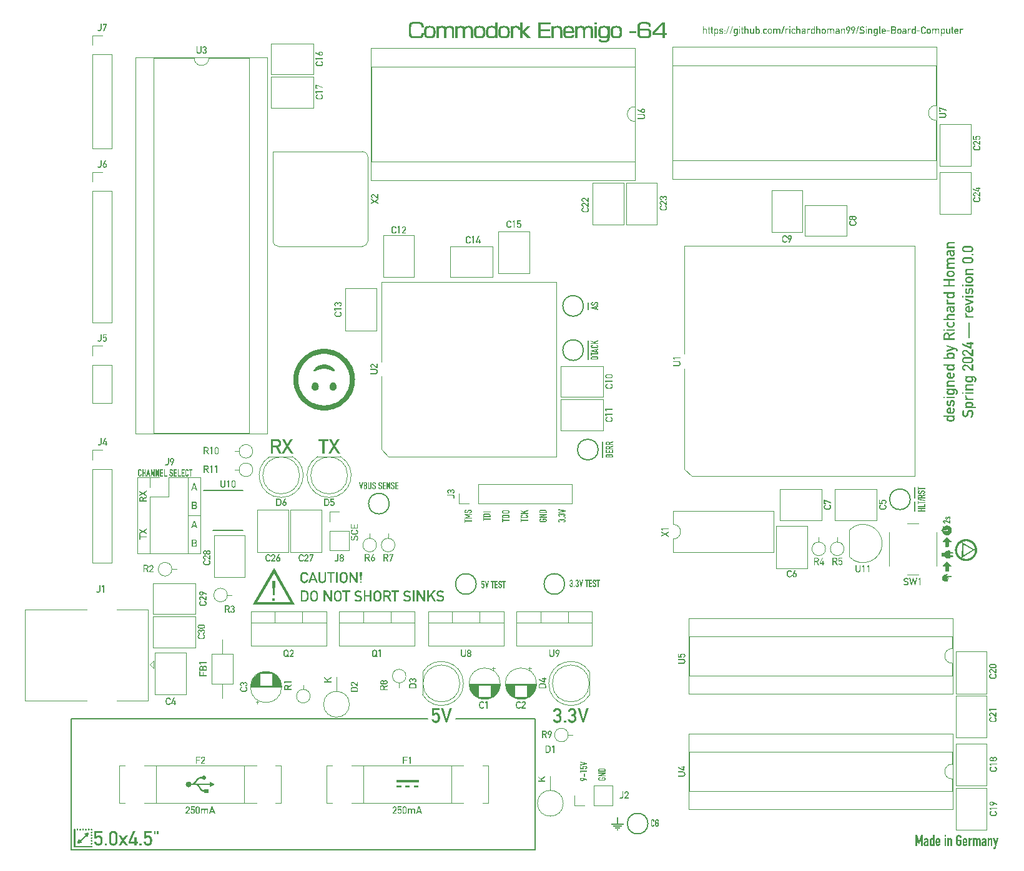
<source format=gbr>
%TF.GenerationSoftware,KiCad,Pcbnew,7.0.10*%
%TF.CreationDate,2024-02-05T22:26:27-06:00*%
%TF.ProjectId,SBC Circuit,53424320-4369-4726-9375-69742e6b6963,0.0*%
%TF.SameCoordinates,Original*%
%TF.FileFunction,Legend,Top*%
%TF.FilePolarity,Positive*%
%FSLAX46Y46*%
G04 Gerber Fmt 4.6, Leading zero omitted, Abs format (unit mm)*
G04 Created by KiCad (PCBNEW 7.0.10) date 2024-02-05 22:26:27*
%MOMM*%
%LPD*%
G01*
G04 APERTURE LIST*
%ADD10C,0.250000*%
%ADD11C,0.300000*%
%ADD12C,0.150000*%
%ADD13C,0.120000*%
%ADD14C,0.625000*%
%ADD15C,0.200000*%
%ADD16C,0.075000*%
%ADD17C,0.125000*%
G04 APERTURE END LIST*
D10*
G36*
X162092323Y-35080000D02*
G01*
X162235205Y-35080000D01*
X162235205Y-34654528D01*
X162235560Y-34640741D01*
X162236622Y-34627589D01*
X162238393Y-34615073D01*
X162240873Y-34603192D01*
X162244060Y-34591946D01*
X162247957Y-34581336D01*
X162252561Y-34571361D01*
X162257874Y-34562021D01*
X162263896Y-34553317D01*
X162270625Y-34545249D01*
X162275505Y-34540223D01*
X162283118Y-34533064D01*
X162291116Y-34526610D01*
X162299501Y-34520860D01*
X162308272Y-34515814D01*
X162317430Y-34511472D01*
X162326974Y-34507834D01*
X162336904Y-34504900D01*
X162347221Y-34502670D01*
X162357925Y-34501145D01*
X162369014Y-34500323D01*
X162376622Y-34500167D01*
X162387965Y-34500519D01*
X162398913Y-34501575D01*
X162409466Y-34503335D01*
X162419624Y-34505800D01*
X162429387Y-34508968D01*
X162438755Y-34512841D01*
X162447728Y-34517418D01*
X162456306Y-34522698D01*
X162464489Y-34528683D01*
X162472277Y-34535372D01*
X162477250Y-34540223D01*
X162484321Y-34547868D01*
X162490697Y-34556148D01*
X162496377Y-34565064D01*
X162501361Y-34574615D01*
X162505650Y-34584802D01*
X162509244Y-34595624D01*
X162512142Y-34607081D01*
X162514344Y-34619174D01*
X162515851Y-34631903D01*
X162516663Y-34645266D01*
X162516817Y-34654528D01*
X162516817Y-35080000D01*
X162659699Y-35080000D01*
X162659699Y-34607878D01*
X162659002Y-34592903D01*
X162657765Y-34578386D01*
X162655987Y-34564327D01*
X162653670Y-34550725D01*
X162650812Y-34537582D01*
X162647415Y-34524897D01*
X162643477Y-34512669D01*
X162639000Y-34500900D01*
X162633982Y-34489588D01*
X162628425Y-34478735D01*
X162622327Y-34468339D01*
X162615690Y-34458401D01*
X162608512Y-34448922D01*
X162600795Y-34439900D01*
X162592537Y-34431336D01*
X162583740Y-34423230D01*
X162574552Y-34415689D01*
X162565246Y-34408633D01*
X162555822Y-34402064D01*
X162546279Y-34395982D01*
X162536618Y-34390386D01*
X162526839Y-34385277D01*
X162516941Y-34380655D01*
X162506926Y-34376519D01*
X162496791Y-34372870D01*
X162486539Y-34369707D01*
X162476168Y-34367031D01*
X162465679Y-34364841D01*
X162455072Y-34363138D01*
X162444346Y-34361922D01*
X162433502Y-34361192D01*
X162422540Y-34360949D01*
X162408423Y-34361278D01*
X162394650Y-34362265D01*
X162381221Y-34363911D01*
X162368135Y-34366215D01*
X162355392Y-34369177D01*
X162342993Y-34372798D01*
X162330937Y-34377077D01*
X162319225Y-34382015D01*
X162307856Y-34387610D01*
X162296831Y-34393864D01*
X162286149Y-34400776D01*
X162275811Y-34408347D01*
X162265816Y-34416576D01*
X162256164Y-34425463D01*
X162246857Y-34435009D01*
X162237892Y-34445212D01*
X162235205Y-34445212D01*
X162235205Y-34079581D01*
X162092323Y-34079581D01*
X162092323Y-35080000D01*
G37*
G36*
X162851674Y-34376580D02*
G01*
X162780600Y-34376580D01*
X162780600Y-34484535D01*
X162851674Y-34484535D01*
X162851674Y-34906587D01*
X162851867Y-34916844D01*
X162852445Y-34926794D01*
X162854035Y-34941143D01*
X162856492Y-34954801D01*
X162859817Y-34967768D01*
X162864009Y-34980043D01*
X162869068Y-34991627D01*
X162874994Y-35002520D01*
X162881787Y-35012722D01*
X162889448Y-35022232D01*
X162897976Y-35031051D01*
X162901011Y-35033838D01*
X162910228Y-35042087D01*
X162919925Y-35049525D01*
X162930103Y-35056152D01*
X162940762Y-35061968D01*
X162951902Y-35066971D01*
X162963522Y-35071164D01*
X162975624Y-35074545D01*
X162988206Y-35077114D01*
X163001269Y-35078873D01*
X163014813Y-35079819D01*
X163024110Y-35080000D01*
X163098604Y-35080000D01*
X163098604Y-34940781D01*
X163045115Y-34940781D01*
X163032998Y-34940243D01*
X163022537Y-34938018D01*
X163011791Y-34932865D01*
X163003632Y-34925076D01*
X162998062Y-34914652D01*
X162995469Y-34904414D01*
X162994532Y-34892490D01*
X162994556Y-34889246D01*
X162994556Y-34484535D01*
X163098604Y-34484535D01*
X163098604Y-34376580D01*
X162994556Y-34376580D01*
X162994556Y-34160425D01*
X162851674Y-34160425D01*
X162851674Y-34376580D01*
G37*
G36*
X163240509Y-34376580D02*
G01*
X163169434Y-34376580D01*
X163169434Y-34484535D01*
X163240509Y-34484535D01*
X163240509Y-34906587D01*
X163240702Y-34916844D01*
X163241280Y-34926794D01*
X163242870Y-34941143D01*
X163245327Y-34954801D01*
X163248651Y-34967768D01*
X163252843Y-34980043D01*
X163257902Y-34991627D01*
X163263828Y-35002520D01*
X163270622Y-35012722D01*
X163278283Y-35022232D01*
X163286811Y-35031051D01*
X163289846Y-35033838D01*
X163299062Y-35042087D01*
X163308760Y-35049525D01*
X163318938Y-35056152D01*
X163329596Y-35061968D01*
X163340736Y-35066971D01*
X163352357Y-35071164D01*
X163364458Y-35074545D01*
X163377041Y-35077114D01*
X163390104Y-35078873D01*
X163403648Y-35079819D01*
X163412944Y-35080000D01*
X163487438Y-35080000D01*
X163487438Y-34940781D01*
X163433949Y-34940781D01*
X163421833Y-34940243D01*
X163411372Y-34938018D01*
X163400626Y-34932865D01*
X163392467Y-34925076D01*
X163386896Y-34914652D01*
X163384303Y-34904414D01*
X163383366Y-34892490D01*
X163383391Y-34889246D01*
X163383391Y-34484535D01*
X163487438Y-34484535D01*
X163487438Y-34376580D01*
X163383391Y-34376580D01*
X163383391Y-34160425D01*
X163240509Y-34160425D01*
X163240509Y-34376580D01*
G37*
G36*
X163963406Y-34361717D02*
G01*
X163978912Y-34363166D01*
X163993867Y-34365296D01*
X164008271Y-34368108D01*
X164022123Y-34371601D01*
X164035424Y-34375775D01*
X164048173Y-34380630D01*
X164060371Y-34386167D01*
X164072017Y-34392384D01*
X164083112Y-34399283D01*
X164093656Y-34406863D01*
X164103648Y-34415125D01*
X164113088Y-34424067D01*
X164121978Y-34433691D01*
X164130315Y-34443996D01*
X164138101Y-34454982D01*
X164143436Y-34461493D01*
X164150048Y-34470768D01*
X164156087Y-34480723D01*
X164161554Y-34491357D01*
X164166448Y-34502671D01*
X164170770Y-34514663D01*
X164173636Y-34524104D01*
X164176180Y-34533926D01*
X164178401Y-34544131D01*
X164179033Y-34547609D01*
X164180806Y-34558938D01*
X164182399Y-34571606D01*
X164183811Y-34585614D01*
X164184653Y-34595696D01*
X164185414Y-34606374D01*
X164186095Y-34617648D01*
X164186696Y-34629516D01*
X164187217Y-34641980D01*
X164187658Y-34655040D01*
X164188019Y-34668695D01*
X164188299Y-34682945D01*
X164188499Y-34697790D01*
X164188620Y-34713231D01*
X164188660Y-34729267D01*
X164188620Y-34744892D01*
X164188499Y-34759954D01*
X164188299Y-34774453D01*
X164188019Y-34788389D01*
X164187658Y-34801762D01*
X164187217Y-34814572D01*
X164186696Y-34826820D01*
X164186095Y-34838504D01*
X164185414Y-34849626D01*
X164184653Y-34860185D01*
X164183360Y-34874967D01*
X164181888Y-34888484D01*
X164180235Y-34900733D01*
X164178401Y-34911716D01*
X164176956Y-34918567D01*
X164174520Y-34928547D01*
X164171761Y-34938171D01*
X164167582Y-34950448D01*
X164162831Y-34962091D01*
X164157507Y-34973101D01*
X164151611Y-34983478D01*
X164145142Y-34993221D01*
X164138101Y-35002330D01*
X164132443Y-35009970D01*
X164124390Y-35019701D01*
X164115758Y-35028914D01*
X164106545Y-35037607D01*
X164096753Y-35045782D01*
X164086380Y-35053437D01*
X164078220Y-35058838D01*
X164069733Y-35063947D01*
X164060921Y-35068764D01*
X164054953Y-35071846D01*
X164045719Y-35076118D01*
X164036145Y-35079969D01*
X164026233Y-35083399D01*
X164015981Y-35086409D01*
X164005390Y-35088998D01*
X163994460Y-35091166D01*
X163983191Y-35092913D01*
X163971582Y-35094240D01*
X163959635Y-35095146D01*
X163947348Y-35095631D01*
X163940555Y-35095539D01*
X163930537Y-35095059D01*
X163920725Y-35094166D01*
X163907964Y-35092334D01*
X163895568Y-35089769D01*
X163883539Y-35086472D01*
X163871877Y-35082442D01*
X163860580Y-35077679D01*
X163849651Y-35072184D01*
X163838164Y-35066620D01*
X163826905Y-35060552D01*
X163815876Y-35053980D01*
X163805076Y-35046905D01*
X163794505Y-35039325D01*
X163786727Y-35033310D01*
X163779078Y-35027012D01*
X163771557Y-35020430D01*
X163764166Y-35013565D01*
X163764166Y-35361367D01*
X163621284Y-35361367D01*
X163621284Y-34729267D01*
X163764166Y-34729267D01*
X163764182Y-34734151D01*
X163764364Y-34746352D01*
X163764749Y-34758542D01*
X163765337Y-34770719D01*
X163766128Y-34782885D01*
X163767122Y-34795038D01*
X163768318Y-34807180D01*
X163769493Y-34817316D01*
X163770943Y-34827208D01*
X163772668Y-34836856D01*
X163775211Y-34848572D01*
X163778183Y-34859906D01*
X163781584Y-34870859D01*
X163785415Y-34881430D01*
X163787185Y-34885533D01*
X163792147Y-34895355D01*
X163797871Y-34904557D01*
X163804359Y-34913139D01*
X163811610Y-34921100D01*
X163819624Y-34928442D01*
X163828401Y-34935163D01*
X163830176Y-34936471D01*
X163839630Y-34942385D01*
X163850050Y-34947261D01*
X163861435Y-34951100D01*
X163871239Y-34953424D01*
X163881662Y-34955085D01*
X163892702Y-34956081D01*
X163904361Y-34956413D01*
X163910598Y-34956335D01*
X163922573Y-34955717D01*
X163933885Y-34954481D01*
X163944532Y-34952626D01*
X163954516Y-34950153D01*
X163963835Y-34947062D01*
X163974551Y-34942328D01*
X163984228Y-34936629D01*
X163987855Y-34934021D01*
X163996328Y-34927115D01*
X164003955Y-34919662D01*
X164010735Y-34911659D01*
X164016668Y-34903109D01*
X164021754Y-34894009D01*
X164025994Y-34884361D01*
X164029272Y-34875889D01*
X164032973Y-34864998D01*
X164036232Y-34853773D01*
X164039050Y-34842215D01*
X164041427Y-34830322D01*
X164043011Y-34820568D01*
X164044312Y-34810600D01*
X164044656Y-34800673D01*
X164044953Y-34790679D01*
X164045205Y-34780615D01*
X164045411Y-34770483D01*
X164045572Y-34760282D01*
X164045686Y-34750012D01*
X164045755Y-34739674D01*
X164045778Y-34729267D01*
X164045755Y-34718367D01*
X164045686Y-34707529D01*
X164045572Y-34696752D01*
X164045411Y-34686036D01*
X164045205Y-34675381D01*
X164044953Y-34664787D01*
X164044656Y-34654254D01*
X164044312Y-34643782D01*
X164043011Y-34633497D01*
X164041427Y-34623525D01*
X164039561Y-34613866D01*
X164036831Y-34602232D01*
X164033660Y-34591087D01*
X164030048Y-34580432D01*
X164025994Y-34570265D01*
X164024371Y-34566167D01*
X164019738Y-34556398D01*
X164014282Y-34547310D01*
X164008003Y-34538901D01*
X164000901Y-34531172D01*
X163992976Y-34524122D01*
X163984228Y-34517752D01*
X163980482Y-34515623D01*
X163970389Y-34510900D01*
X163959258Y-34507036D01*
X163949607Y-34504563D01*
X163939292Y-34502640D01*
X163928312Y-34501266D01*
X163916669Y-34500442D01*
X163904361Y-34500167D01*
X163901388Y-34500187D01*
X163889884Y-34500668D01*
X163878998Y-34501790D01*
X163868730Y-34503553D01*
X163859081Y-34505957D01*
X163847888Y-34509864D01*
X163837662Y-34514773D01*
X163828401Y-34520683D01*
X163824799Y-34523298D01*
X163816327Y-34530267D01*
X163808618Y-34537857D01*
X163801672Y-34546067D01*
X163795490Y-34554896D01*
X163790071Y-34564347D01*
X163785415Y-34574417D01*
X163783831Y-34578592D01*
X163780172Y-34589230D01*
X163776943Y-34600154D01*
X163774142Y-34611364D01*
X163771771Y-34622861D01*
X163769830Y-34634644D01*
X163768318Y-34646713D01*
X163767345Y-34656925D01*
X163766501Y-34667168D01*
X163765788Y-34677441D01*
X163765204Y-34687745D01*
X163764749Y-34698080D01*
X163764425Y-34708445D01*
X163764230Y-34718841D01*
X163764166Y-34729267D01*
X163621284Y-34729267D01*
X163621284Y-34376580D01*
X163764166Y-34376580D01*
X163764166Y-34450341D01*
X163773210Y-34440232D01*
X163782575Y-34430726D01*
X163792261Y-34421822D01*
X163802267Y-34413522D01*
X163812594Y-34405824D01*
X163823242Y-34398730D01*
X163834210Y-34392238D01*
X163845498Y-34386350D01*
X163857108Y-34381064D01*
X163869037Y-34376382D01*
X163881288Y-34372302D01*
X163893859Y-34368825D01*
X163906750Y-34365952D01*
X163919962Y-34363681D01*
X163933495Y-34362013D01*
X163947348Y-34360949D01*
X163963406Y-34361717D01*
G37*
G36*
X164368422Y-34861158D02*
G01*
X164268527Y-34963496D01*
X164277232Y-34971625D01*
X164286005Y-34979496D01*
X164294846Y-34987110D01*
X164303755Y-34994465D01*
X164312733Y-35001562D01*
X164321779Y-35008401D01*
X164330893Y-35014982D01*
X164340075Y-35021305D01*
X164349325Y-35027370D01*
X164358644Y-35033176D01*
X164368031Y-35038725D01*
X164377486Y-35044016D01*
X164387009Y-35049048D01*
X164396601Y-35053823D01*
X164406261Y-35058339D01*
X164415989Y-35062597D01*
X164425785Y-35066597D01*
X164435649Y-35070340D01*
X164445582Y-35073824D01*
X164455583Y-35077050D01*
X164465652Y-35080017D01*
X164475789Y-35082727D01*
X164485995Y-35085179D01*
X164496268Y-35087373D01*
X164506610Y-35089308D01*
X164517020Y-35090986D01*
X164527499Y-35092405D01*
X164538045Y-35093566D01*
X164548660Y-35094470D01*
X164559343Y-35095115D01*
X164570094Y-35095502D01*
X164580914Y-35095631D01*
X164596732Y-35095228D01*
X164612192Y-35094387D01*
X164627293Y-35093107D01*
X164642035Y-35091387D01*
X164656419Y-35089229D01*
X164670444Y-35086632D01*
X164684110Y-35083596D01*
X164697418Y-35080122D01*
X164710366Y-35076208D01*
X164722956Y-35071856D01*
X164735187Y-35067064D01*
X164747060Y-35061834D01*
X164758574Y-35056165D01*
X164769729Y-35050057D01*
X164780525Y-35043510D01*
X164790963Y-35036524D01*
X164800965Y-35029287D01*
X164810334Y-35021679D01*
X164819070Y-35013701D01*
X164827172Y-35005353D01*
X164834640Y-34996634D01*
X164841475Y-34987546D01*
X164847676Y-34978087D01*
X164853244Y-34968258D01*
X164858179Y-34958059D01*
X164862480Y-34947490D01*
X164866147Y-34936551D01*
X164869181Y-34925241D01*
X164871582Y-34913561D01*
X164873349Y-34901511D01*
X164874482Y-34889091D01*
X164874982Y-34876301D01*
X164874803Y-34865339D01*
X164874265Y-34854617D01*
X164873368Y-34844135D01*
X164872112Y-34833894D01*
X164870498Y-34823894D01*
X164868525Y-34814134D01*
X164866193Y-34804614D01*
X164862023Y-34790785D01*
X164857045Y-34777497D01*
X164851261Y-34764750D01*
X164844669Y-34752544D01*
X164837270Y-34740879D01*
X164829064Y-34729755D01*
X164819316Y-34719119D01*
X164808482Y-34709376D01*
X164800656Y-34703377D01*
X164792347Y-34697775D01*
X164783555Y-34692569D01*
X164774281Y-34687761D01*
X164764523Y-34683349D01*
X164754283Y-34679334D01*
X164743560Y-34675717D01*
X164732355Y-34672496D01*
X164720666Y-34669672D01*
X164708495Y-34667244D01*
X164695841Y-34665214D01*
X164682705Y-34663581D01*
X164669085Y-34662344D01*
X164551605Y-34653551D01*
X164539091Y-34651926D01*
X164527562Y-34649857D01*
X164517017Y-34647346D01*
X164507458Y-34644392D01*
X164496892Y-34640078D01*
X164487866Y-34635071D01*
X164479064Y-34628150D01*
X164471471Y-34621166D01*
X164464717Y-34612498D01*
X164460231Y-34603268D01*
X164458012Y-34593477D01*
X164457815Y-34586140D01*
X164458501Y-34574650D01*
X164460558Y-34563839D01*
X164463987Y-34553708D01*
X164468787Y-34544257D01*
X164474959Y-34535485D01*
X164482502Y-34527393D01*
X164485903Y-34524347D01*
X164495207Y-34517381D01*
X164504066Y-34512658D01*
X164514185Y-34508691D01*
X164525563Y-34505480D01*
X164538201Y-34503024D01*
X164548506Y-34501678D01*
X164559519Y-34500757D01*
X164571240Y-34500261D01*
X164579448Y-34500167D01*
X164590365Y-34500304D01*
X164601041Y-34500717D01*
X164611476Y-34501403D01*
X164621672Y-34502365D01*
X164631626Y-34503602D01*
X164641341Y-34505113D01*
X164653919Y-34507555D01*
X164666070Y-34510486D01*
X164677794Y-34513906D01*
X164683496Y-34515799D01*
X164694842Y-34520340D01*
X164706042Y-34525171D01*
X164717098Y-34530293D01*
X164728009Y-34535704D01*
X164738775Y-34541406D01*
X164749395Y-34547397D01*
X164759871Y-34553679D01*
X164770202Y-34560251D01*
X164858374Y-34457424D01*
X164848501Y-34449203D01*
X164838392Y-34441299D01*
X164828048Y-34433712D01*
X164817467Y-34426444D01*
X164806650Y-34419493D01*
X164795596Y-34412860D01*
X164784307Y-34406544D01*
X164772782Y-34400546D01*
X164761020Y-34394866D01*
X164749022Y-34389504D01*
X164740893Y-34386106D01*
X164730088Y-34382420D01*
X164719044Y-34378998D01*
X164707763Y-34375837D01*
X164696242Y-34372939D01*
X164684483Y-34370304D01*
X164672486Y-34367930D01*
X164667620Y-34367055D01*
X164657747Y-34365624D01*
X164647546Y-34364383D01*
X164637017Y-34363334D01*
X164626160Y-34362475D01*
X164614974Y-34361807D01*
X164603460Y-34361330D01*
X164591618Y-34361044D01*
X164579448Y-34360949D01*
X164565436Y-34361163D01*
X164551730Y-34361807D01*
X164538332Y-34362881D01*
X164525242Y-34364383D01*
X164512458Y-34366315D01*
X164499982Y-34368677D01*
X164487812Y-34371467D01*
X164475950Y-34374687D01*
X164464396Y-34378337D01*
X164453148Y-34382415D01*
X164442208Y-34386923D01*
X164431574Y-34391861D01*
X164421248Y-34397227D01*
X164411230Y-34403023D01*
X164401518Y-34409249D01*
X164392114Y-34415903D01*
X164382940Y-34422987D01*
X164374345Y-34430501D01*
X164366331Y-34438443D01*
X164358897Y-34446815D01*
X164352043Y-34455617D01*
X164345769Y-34464847D01*
X164340075Y-34474507D01*
X164334961Y-34484596D01*
X164330427Y-34495115D01*
X164326474Y-34506063D01*
X164323100Y-34517440D01*
X164320307Y-34529247D01*
X164318093Y-34541483D01*
X164316460Y-34554148D01*
X164315406Y-34567243D01*
X164314933Y-34580767D01*
X164315335Y-34592027D01*
X164316174Y-34602970D01*
X164317449Y-34613597D01*
X164319162Y-34623907D01*
X164321311Y-34633899D01*
X164323898Y-34643576D01*
X164326921Y-34652935D01*
X164332276Y-34666380D01*
X164338613Y-34679113D01*
X164345934Y-34691133D01*
X164354238Y-34702440D01*
X164363525Y-34713035D01*
X164373796Y-34722916D01*
X164384579Y-34732328D01*
X164395955Y-34740963D01*
X164407923Y-34748820D01*
X164420484Y-34755901D01*
X164433638Y-34762204D01*
X164442736Y-34765975D01*
X164452097Y-34769400D01*
X164461722Y-34772479D01*
X164471610Y-34775214D01*
X164481761Y-34777603D01*
X164492176Y-34779646D01*
X164502854Y-34781345D01*
X164513795Y-34782698D01*
X164519364Y-34783244D01*
X164645150Y-34794235D01*
X164657203Y-34795045D01*
X164668481Y-34796559D01*
X164678985Y-34798776D01*
X164688713Y-34801696D01*
X164699363Y-34806130D01*
X164708897Y-34811577D01*
X164716782Y-34818071D01*
X164723036Y-34826197D01*
X164727659Y-34835954D01*
X164730650Y-34847343D01*
X164731896Y-34858080D01*
X164732100Y-34865066D01*
X164731489Y-34875576D01*
X164729658Y-34885491D01*
X164726605Y-34894810D01*
X164721071Y-34905622D01*
X164715270Y-34913602D01*
X164708248Y-34920986D01*
X164700005Y-34927776D01*
X164693021Y-34932477D01*
X164682958Y-34938087D01*
X164672184Y-34942949D01*
X164660701Y-34947063D01*
X164648508Y-34950429D01*
X164638897Y-34952462D01*
X164628887Y-34954075D01*
X164618478Y-34955267D01*
X164607670Y-34956039D01*
X164596462Y-34956389D01*
X164592637Y-34956413D01*
X164575647Y-34956041D01*
X164559054Y-34954924D01*
X164542858Y-34953064D01*
X164527058Y-34950459D01*
X164511656Y-34947110D01*
X164496650Y-34943017D01*
X164482041Y-34938180D01*
X164467829Y-34932599D01*
X164454014Y-34926273D01*
X164440596Y-34919204D01*
X164427575Y-34911390D01*
X164414951Y-34902832D01*
X164402723Y-34893530D01*
X164390893Y-34883483D01*
X164379459Y-34872693D01*
X164368422Y-34861158D01*
G37*
G36*
X165022505Y-34765903D02*
G01*
X165165387Y-34765903D01*
X165165387Y-34628150D01*
X165022505Y-34628150D01*
X165022505Y-34765903D01*
G37*
G36*
X165022505Y-35080000D02*
G01*
X165165387Y-35080000D01*
X165165387Y-34940781D01*
X165022505Y-34940781D01*
X165022505Y-35080000D01*
G37*
G36*
X165272121Y-35095631D02*
G01*
X165381542Y-35095631D01*
X165716399Y-34079581D01*
X165606978Y-34079581D01*
X165272121Y-35095631D01*
G37*
G36*
X165738136Y-35095631D02*
G01*
X165847557Y-35095631D01*
X166182414Y-34079581D01*
X166072993Y-34079581D01*
X165738136Y-35095631D01*
G37*
G36*
X166514533Y-34361303D02*
G01*
X166527445Y-34362368D01*
X166540132Y-34364143D01*
X166552595Y-34366627D01*
X166564832Y-34369821D01*
X166576843Y-34373726D01*
X166588630Y-34378339D01*
X166600191Y-34383663D01*
X166611528Y-34389697D01*
X166622639Y-34396440D01*
X166633525Y-34403893D01*
X166644186Y-34412056D01*
X166654621Y-34420929D01*
X166664832Y-34430512D01*
X166674817Y-34440805D01*
X166684577Y-34451807D01*
X166684577Y-34376580D01*
X166827459Y-34376580D01*
X166827459Y-35066078D01*
X166826784Y-35085653D01*
X166825429Y-35104569D01*
X166823395Y-35122824D01*
X166820682Y-35140419D01*
X166817289Y-35157354D01*
X166813217Y-35173628D01*
X166808466Y-35189243D01*
X166803035Y-35204197D01*
X166796925Y-35218491D01*
X166790136Y-35232125D01*
X166782668Y-35245098D01*
X166774520Y-35257411D01*
X166765693Y-35269064D01*
X166756186Y-35280057D01*
X166746001Y-35290390D01*
X166735136Y-35300062D01*
X166723731Y-35309379D01*
X166712047Y-35318094D01*
X166700085Y-35326209D01*
X166687844Y-35333722D01*
X166675325Y-35340634D01*
X166662527Y-35346945D01*
X166649450Y-35352656D01*
X166636095Y-35357765D01*
X166622461Y-35362273D01*
X166608549Y-35366180D01*
X166594358Y-35369485D01*
X166579889Y-35372190D01*
X166565141Y-35374294D01*
X166550114Y-35375797D01*
X166534809Y-35376698D01*
X166519225Y-35376999D01*
X166501347Y-35376230D01*
X166483802Y-35374595D01*
X166466589Y-35372093D01*
X166449707Y-35368725D01*
X166433158Y-35364491D01*
X166416941Y-35359390D01*
X166401055Y-35353424D01*
X166385502Y-35346591D01*
X166370281Y-35338891D01*
X166355391Y-35330326D01*
X166340834Y-35320894D01*
X166326609Y-35310595D01*
X166312716Y-35299431D01*
X166299154Y-35287400D01*
X166285925Y-35274503D01*
X166273028Y-35260739D01*
X166383670Y-35174521D01*
X166388872Y-35179128D01*
X166397867Y-35186520D01*
X166407267Y-35193554D01*
X166417072Y-35200230D01*
X166427283Y-35206548D01*
X166437900Y-35212509D01*
X166446685Y-35217020D01*
X166448947Y-35218208D01*
X166458053Y-35222614D01*
X166467250Y-35226463D01*
X166476539Y-35229754D01*
X166485919Y-35232489D01*
X166497774Y-35235123D01*
X166509771Y-35236887D01*
X166521912Y-35237780D01*
X166530929Y-35237625D01*
X166544035Y-35236808D01*
X166556640Y-35235292D01*
X166568742Y-35233076D01*
X166580342Y-35230160D01*
X166591439Y-35226544D01*
X166602035Y-35222229D01*
X166612128Y-35217214D01*
X166621718Y-35211499D01*
X166630806Y-35205084D01*
X166639392Y-35197969D01*
X166644692Y-35192809D01*
X166652023Y-35184612D01*
X166658611Y-35175865D01*
X166664457Y-35166568D01*
X166669559Y-35156722D01*
X166673919Y-35146327D01*
X166677536Y-35135382D01*
X166680411Y-35123887D01*
X166682542Y-35111843D01*
X166683931Y-35099249D01*
X166684577Y-35086106D01*
X166684577Y-35015031D01*
X166675619Y-35024476D01*
X166666328Y-35033334D01*
X166656705Y-35041604D01*
X166646750Y-35049286D01*
X166636463Y-35056380D01*
X166625845Y-35062887D01*
X166614894Y-35068806D01*
X166603611Y-35074138D01*
X166591996Y-35078881D01*
X166580049Y-35083037D01*
X166567770Y-35086606D01*
X166555159Y-35089586D01*
X166542216Y-35091979D01*
X166528941Y-35093784D01*
X166515334Y-35095001D01*
X166501395Y-35095631D01*
X166492847Y-35095343D01*
X166480367Y-35094517D01*
X166468300Y-35093219D01*
X166456645Y-35091449D01*
X166445403Y-35089206D01*
X166434572Y-35086491D01*
X166424153Y-35083304D01*
X166414147Y-35079645D01*
X166404553Y-35075513D01*
X166395371Y-35070910D01*
X166386601Y-35065833D01*
X166383631Y-35064135D01*
X166374984Y-35058991D01*
X166364070Y-35052018D01*
X166353857Y-35044916D01*
X166344347Y-35037684D01*
X166335539Y-35030323D01*
X166327433Y-35022831D01*
X166320030Y-35015210D01*
X166313328Y-35007459D01*
X166311603Y-35005230D01*
X166305003Y-34996005D01*
X166298883Y-34986283D01*
X166293245Y-34976064D01*
X166288087Y-34965350D01*
X166283410Y-34954140D01*
X166279214Y-34942433D01*
X166275499Y-34930231D01*
X166273028Y-34920753D01*
X166272232Y-34917489D01*
X166269994Y-34906621D01*
X166267984Y-34894144D01*
X166266202Y-34880057D01*
X166265140Y-34869771D01*
X166264179Y-34858770D01*
X166263319Y-34847053D01*
X166262561Y-34834620D01*
X166261904Y-34821472D01*
X166261347Y-34807609D01*
X166260892Y-34793029D01*
X166260538Y-34777735D01*
X166260286Y-34761724D01*
X166260134Y-34744998D01*
X166260088Y-34729267D01*
X166402965Y-34729267D01*
X166402986Y-34739595D01*
X166403049Y-34749512D01*
X166403222Y-34763619D01*
X166403490Y-34776803D01*
X166403852Y-34789065D01*
X166404309Y-34800403D01*
X166404860Y-34810817D01*
X166405741Y-34823268D01*
X166406791Y-34834078D01*
X166408339Y-34845282D01*
X166409368Y-34851412D01*
X166411590Y-34861188D01*
X166415091Y-34872197D01*
X166419501Y-34882415D01*
X166424822Y-34891843D01*
X166431053Y-34900481D01*
X166432913Y-34902941D01*
X166440338Y-34911339D01*
X166447837Y-34918277D01*
X166456383Y-34924974D01*
X166465977Y-34931432D01*
X166474773Y-34936629D01*
X166482005Y-34941266D01*
X166491635Y-34946192D01*
X166501921Y-34950153D01*
X166512863Y-34953148D01*
X166524461Y-34955176D01*
X166534211Y-34956103D01*
X166544382Y-34956413D01*
X166552093Y-34956239D01*
X166562000Y-34955466D01*
X166573783Y-34953631D01*
X166584898Y-34950829D01*
X166595345Y-34947062D01*
X166605124Y-34942328D01*
X166614235Y-34936629D01*
X166615962Y-34935603D01*
X166625774Y-34929306D01*
X166634641Y-34922769D01*
X166642564Y-34915991D01*
X166649542Y-34908973D01*
X166656489Y-34900481D01*
X166660764Y-34894810D01*
X166666488Y-34885645D01*
X166671388Y-34875690D01*
X166675464Y-34864946D01*
X166678231Y-34855388D01*
X166680425Y-34845282D01*
X166681621Y-34834078D01*
X166682432Y-34823268D01*
X166683114Y-34810817D01*
X166683539Y-34800403D01*
X166683892Y-34789065D01*
X166684172Y-34776803D01*
X166684379Y-34763619D01*
X166684512Y-34749512D01*
X166684561Y-34739595D01*
X166684577Y-34729267D01*
X166684561Y-34718785D01*
X166684512Y-34708712D01*
X166684379Y-34694368D01*
X166684172Y-34680943D01*
X166683892Y-34668436D01*
X166683539Y-34656849D01*
X166683114Y-34646180D01*
X166682432Y-34633384D01*
X166681621Y-34622221D01*
X166680425Y-34610565D01*
X166679177Y-34604448D01*
X166676639Y-34594750D01*
X166672838Y-34583931D01*
X166668213Y-34574005D01*
X166662763Y-34564971D01*
X166656489Y-34556831D01*
X166652677Y-34551893D01*
X166646171Y-34544514D01*
X166638721Y-34537170D01*
X166630326Y-34529860D01*
X166622609Y-34523794D01*
X166614235Y-34517752D01*
X166607000Y-34513951D01*
X166597354Y-34509844D01*
X166587040Y-34506452D01*
X166576059Y-34503776D01*
X166564410Y-34501816D01*
X166554610Y-34500762D01*
X166544382Y-34500167D01*
X166536715Y-34500573D01*
X166526859Y-34501521D01*
X166515130Y-34503361D01*
X166504057Y-34505929D01*
X166493640Y-34509224D01*
X166483878Y-34513247D01*
X166474773Y-34517997D01*
X166471167Y-34520381D01*
X166462663Y-34526367D01*
X166453418Y-34533597D01*
X166445221Y-34540878D01*
X166438071Y-34548211D01*
X166431053Y-34556831D01*
X166427824Y-34560790D01*
X166422048Y-34569376D01*
X166417182Y-34578856D01*
X166413227Y-34589229D01*
X166410181Y-34600495D01*
X166408339Y-34610565D01*
X166407688Y-34614921D01*
X166406513Y-34624859D01*
X166405505Y-34636430D01*
X166404860Y-34646180D01*
X166404309Y-34656849D01*
X166403852Y-34668436D01*
X166403490Y-34680943D01*
X166403222Y-34694368D01*
X166403049Y-34708712D01*
X166402986Y-34718785D01*
X166402965Y-34729267D01*
X166260088Y-34729267D01*
X166260083Y-34727557D01*
X166260096Y-34718581D01*
X166260197Y-34701179D01*
X166260399Y-34684509D01*
X166260703Y-34668572D01*
X166261107Y-34653368D01*
X166261613Y-34638897D01*
X166262220Y-34625158D01*
X166262928Y-34612152D01*
X166263737Y-34599879D01*
X166264647Y-34588339D01*
X166265658Y-34577531D01*
X166266771Y-34567456D01*
X166268629Y-34553717D01*
X166270715Y-34541627D01*
X166273028Y-34531186D01*
X166276383Y-34518737D01*
X166280218Y-34506792D01*
X166284534Y-34495351D01*
X166289331Y-34484413D01*
X166294609Y-34473980D01*
X166300368Y-34464050D01*
X166306608Y-34454623D01*
X166313328Y-34445701D01*
X166316591Y-34441636D01*
X166323644Y-34433668D01*
X166331398Y-34425913D01*
X166339855Y-34418372D01*
X166349014Y-34411045D01*
X166358876Y-34403931D01*
X166369439Y-34397032D01*
X166377823Y-34391997D01*
X166386601Y-34387083D01*
X166392402Y-34384061D01*
X166401446Y-34379876D01*
X166410903Y-34376107D01*
X166420772Y-34372755D01*
X166431053Y-34369819D01*
X166441746Y-34367299D01*
X166452852Y-34365196D01*
X166464369Y-34363510D01*
X166476299Y-34362239D01*
X166488641Y-34361386D01*
X166501395Y-34360949D01*
X166514533Y-34361303D01*
G37*
G36*
X167015526Y-35080000D02*
G01*
X167158408Y-35080000D01*
X167158408Y-34376580D01*
X167015526Y-34376580D01*
X167015526Y-35080000D01*
G37*
G36*
X167015526Y-34218799D02*
G01*
X167158408Y-34218799D01*
X167158408Y-34079581D01*
X167015526Y-34079581D01*
X167015526Y-34218799D01*
G37*
G36*
X167354535Y-34376580D02*
G01*
X167283461Y-34376580D01*
X167283461Y-34484535D01*
X167354535Y-34484535D01*
X167354535Y-34906587D01*
X167354728Y-34916844D01*
X167355306Y-34926794D01*
X167356896Y-34941143D01*
X167359354Y-34954801D01*
X167362678Y-34967768D01*
X167366870Y-34980043D01*
X167371929Y-34991627D01*
X167377855Y-35002520D01*
X167384648Y-35012722D01*
X167392309Y-35022232D01*
X167400837Y-35031051D01*
X167403872Y-35033838D01*
X167413089Y-35042087D01*
X167422786Y-35049525D01*
X167432964Y-35056152D01*
X167443623Y-35061968D01*
X167454763Y-35066971D01*
X167466383Y-35071164D01*
X167478485Y-35074545D01*
X167491067Y-35077114D01*
X167504130Y-35078873D01*
X167517674Y-35079819D01*
X167526971Y-35080000D01*
X167601465Y-35080000D01*
X167601465Y-34940781D01*
X167547976Y-34940781D01*
X167535859Y-34940243D01*
X167525399Y-34938018D01*
X167514652Y-34932865D01*
X167506494Y-34925076D01*
X167500923Y-34914652D01*
X167498330Y-34904414D01*
X167497393Y-34892490D01*
X167497418Y-34889246D01*
X167497418Y-34484535D01*
X167601465Y-34484535D01*
X167601465Y-34376580D01*
X167497418Y-34376580D01*
X167497418Y-34160425D01*
X167354535Y-34160425D01*
X167354535Y-34376580D01*
G37*
G36*
X167735310Y-35080000D02*
G01*
X167878192Y-35080000D01*
X167878192Y-34654528D01*
X167878546Y-34640741D01*
X167879609Y-34627589D01*
X167881380Y-34615073D01*
X167883859Y-34603192D01*
X167887047Y-34591946D01*
X167890943Y-34581336D01*
X167895548Y-34571361D01*
X167900861Y-34562021D01*
X167906882Y-34553317D01*
X167913612Y-34545249D01*
X167918492Y-34540223D01*
X167926104Y-34533064D01*
X167934103Y-34526610D01*
X167942488Y-34520860D01*
X167951259Y-34515814D01*
X167960417Y-34511472D01*
X167969961Y-34507834D01*
X167979891Y-34504900D01*
X167990208Y-34502670D01*
X168000911Y-34501145D01*
X168012001Y-34500323D01*
X168019609Y-34500167D01*
X168030952Y-34500519D01*
X168041900Y-34501575D01*
X168052453Y-34503335D01*
X168062611Y-34505800D01*
X168072374Y-34508968D01*
X168081742Y-34512841D01*
X168090715Y-34517418D01*
X168099293Y-34522698D01*
X168107476Y-34528683D01*
X168115264Y-34535372D01*
X168120237Y-34540223D01*
X168127308Y-34547868D01*
X168133683Y-34556148D01*
X168139364Y-34565064D01*
X168144348Y-34574615D01*
X168148637Y-34584802D01*
X168152231Y-34595624D01*
X168155129Y-34607081D01*
X168157331Y-34619174D01*
X168158838Y-34631903D01*
X168159650Y-34645266D01*
X168159804Y-34654528D01*
X168159804Y-35080000D01*
X168302686Y-35080000D01*
X168302686Y-34607878D01*
X168301989Y-34592903D01*
X168300751Y-34578386D01*
X168298974Y-34564327D01*
X168296656Y-34550725D01*
X168293799Y-34537582D01*
X168290402Y-34524897D01*
X168286464Y-34512669D01*
X168281987Y-34500900D01*
X168276969Y-34489588D01*
X168271412Y-34478735D01*
X168265314Y-34468339D01*
X168258677Y-34458401D01*
X168251499Y-34448922D01*
X168243782Y-34439900D01*
X168235524Y-34431336D01*
X168226727Y-34423230D01*
X168217539Y-34415689D01*
X168208233Y-34408633D01*
X168198809Y-34402064D01*
X168189266Y-34395982D01*
X168179605Y-34390386D01*
X168169826Y-34385277D01*
X168159928Y-34380655D01*
X168149912Y-34376519D01*
X168139778Y-34372870D01*
X168129526Y-34369707D01*
X168119155Y-34367031D01*
X168108666Y-34364841D01*
X168098058Y-34363138D01*
X168087333Y-34361922D01*
X168076489Y-34361192D01*
X168065526Y-34360949D01*
X168051410Y-34361278D01*
X168037637Y-34362265D01*
X168024207Y-34363911D01*
X168011121Y-34366215D01*
X167998379Y-34369177D01*
X167985980Y-34372798D01*
X167973924Y-34377077D01*
X167962212Y-34382015D01*
X167950843Y-34387610D01*
X167939818Y-34393864D01*
X167929136Y-34400776D01*
X167918797Y-34408347D01*
X167908803Y-34416576D01*
X167899151Y-34425463D01*
X167889843Y-34435009D01*
X167880879Y-34445212D01*
X167878192Y-34445212D01*
X167878192Y-34079581D01*
X167735310Y-34079581D01*
X167735310Y-35080000D01*
G37*
G36*
X168486601Y-34852609D02*
G01*
X168487080Y-34867221D01*
X168488150Y-34881380D01*
X168489812Y-34895088D01*
X168492066Y-34908343D01*
X168494911Y-34921145D01*
X168498348Y-34933496D01*
X168502376Y-34945394D01*
X168506995Y-34956840D01*
X168512206Y-34967834D01*
X168518009Y-34978375D01*
X168524403Y-34988465D01*
X168531389Y-34998102D01*
X168538966Y-35007287D01*
X168547135Y-35016019D01*
X168555895Y-35024300D01*
X168565247Y-35032128D01*
X168574198Y-35039646D01*
X168583283Y-35046691D01*
X168592501Y-35053263D01*
X168601853Y-35059361D01*
X168611339Y-35064986D01*
X168620957Y-35070138D01*
X168630710Y-35074817D01*
X168640596Y-35079023D01*
X168650616Y-35082755D01*
X168660769Y-35086014D01*
X168671056Y-35088800D01*
X168681476Y-35091113D01*
X168692030Y-35092952D01*
X168702718Y-35094318D01*
X168713539Y-35095211D01*
X168724494Y-35095631D01*
X168738521Y-35095273D01*
X168752211Y-35094200D01*
X168765564Y-35092411D01*
X168778578Y-35089907D01*
X168791255Y-35086687D01*
X168803594Y-35082751D01*
X168815595Y-35078100D01*
X168827259Y-35072733D01*
X168838585Y-35066651D01*
X168849573Y-35059853D01*
X168860223Y-35052340D01*
X168870536Y-35044111D01*
X168880510Y-35035167D01*
X168890147Y-35025507D01*
X168899447Y-35015131D01*
X168908408Y-35004040D01*
X168911095Y-35004040D01*
X168911095Y-35080000D01*
X169053977Y-35080000D01*
X169053977Y-34376580D01*
X168911095Y-34376580D01*
X168911095Y-34802784D01*
X168910747Y-34816060D01*
X168909704Y-34828779D01*
X168907965Y-34840939D01*
X168905531Y-34852541D01*
X168902401Y-34863585D01*
X168898576Y-34874070D01*
X168894055Y-34883998D01*
X168888838Y-34893367D01*
X168882927Y-34902179D01*
X168876319Y-34910432D01*
X168871528Y-34915624D01*
X168864003Y-34922913D01*
X168856083Y-34929486D01*
X168847768Y-34935341D01*
X168839059Y-34940480D01*
X168829954Y-34944901D01*
X168820454Y-34948605D01*
X168810560Y-34951593D01*
X168800270Y-34953863D01*
X168789585Y-34955417D01*
X168778506Y-34956253D01*
X168770900Y-34956413D01*
X168759552Y-34956054D01*
X168748592Y-34954979D01*
X168738017Y-34953186D01*
X168727829Y-34950677D01*
X168718027Y-34947450D01*
X168708612Y-34943507D01*
X168699583Y-34938846D01*
X168690941Y-34933469D01*
X168682685Y-34927375D01*
X168674815Y-34920563D01*
X168669783Y-34915624D01*
X168662581Y-34907743D01*
X168656087Y-34899304D01*
X168650302Y-34890306D01*
X168645225Y-34880751D01*
X168640857Y-34870637D01*
X168637197Y-34859965D01*
X168634245Y-34848735D01*
X168632002Y-34836947D01*
X168630467Y-34824601D01*
X168629641Y-34811697D01*
X168629483Y-34802784D01*
X168629483Y-34376580D01*
X168486601Y-34376580D01*
X168486601Y-34852609D01*
G37*
G36*
X169380774Y-34445212D02*
G01*
X169385688Y-34440564D01*
X169393165Y-34433792D01*
X169400771Y-34427260D01*
X169408507Y-34420969D01*
X169416371Y-34414919D01*
X169424363Y-34409108D01*
X169432485Y-34403538D01*
X169440735Y-34398209D01*
X169449114Y-34393120D01*
X169457622Y-34388271D01*
X169466259Y-34383663D01*
X169474422Y-34379604D01*
X169485627Y-34374812D01*
X169497198Y-34370731D01*
X169509135Y-34367359D01*
X169521439Y-34364697D01*
X169534109Y-34362745D01*
X169543852Y-34361747D01*
X169553801Y-34361148D01*
X169563956Y-34360949D01*
X169580014Y-34361717D01*
X169595521Y-34363166D01*
X169610476Y-34365296D01*
X169624880Y-34368108D01*
X169638732Y-34371601D01*
X169652032Y-34375775D01*
X169664782Y-34380630D01*
X169676980Y-34386167D01*
X169688626Y-34392384D01*
X169699721Y-34399283D01*
X169710264Y-34406863D01*
X169720256Y-34415125D01*
X169729697Y-34424067D01*
X169738586Y-34433691D01*
X169746924Y-34443996D01*
X169754710Y-34454982D01*
X169760044Y-34461493D01*
X169766656Y-34470768D01*
X169772695Y-34480723D01*
X169778162Y-34491357D01*
X169783057Y-34502671D01*
X169787379Y-34514663D01*
X169790244Y-34524104D01*
X169792788Y-34533926D01*
X169795010Y-34544131D01*
X169795641Y-34547608D01*
X169797414Y-34558919D01*
X169799007Y-34571548D01*
X169800420Y-34585495D01*
X169801261Y-34595525D01*
X169802022Y-34606141D01*
X169802704Y-34617342D01*
X169803305Y-34629130D01*
X169803826Y-34641503D01*
X169804266Y-34654463D01*
X169804627Y-34668008D01*
X169804908Y-34682138D01*
X169805108Y-34696855D01*
X169805228Y-34712157D01*
X169805268Y-34728046D01*
X169805228Y-34743642D01*
X169805108Y-34758679D01*
X169804908Y-34773157D01*
X169804627Y-34787076D01*
X169804266Y-34800436D01*
X169803826Y-34813237D01*
X169803305Y-34825478D01*
X169802704Y-34837161D01*
X169802022Y-34848285D01*
X169801261Y-34858849D01*
X169799969Y-34873647D01*
X169798496Y-34887188D01*
X169796843Y-34899470D01*
X169795010Y-34910495D01*
X169792788Y-34921138D01*
X169790244Y-34931361D01*
X169787379Y-34941162D01*
X169784191Y-34950543D01*
X169779439Y-34962397D01*
X169774116Y-34973502D01*
X169768220Y-34983859D01*
X169761751Y-34993469D01*
X169754710Y-35002330D01*
X169749051Y-35009970D01*
X169740999Y-35019701D01*
X169732366Y-35028914D01*
X169723154Y-35037607D01*
X169713361Y-35045782D01*
X169702989Y-35053437D01*
X169694828Y-35058838D01*
X169686342Y-35063947D01*
X169677529Y-35068764D01*
X169671561Y-35071846D01*
X169662327Y-35076118D01*
X169652754Y-35079969D01*
X169642841Y-35083399D01*
X169632589Y-35086409D01*
X169621998Y-35088998D01*
X169611068Y-35091166D01*
X169599799Y-35092913D01*
X169588191Y-35094240D01*
X169576243Y-35095146D01*
X169563956Y-35095631D01*
X169550103Y-35095001D01*
X169536571Y-35093784D01*
X169523358Y-35091979D01*
X169510467Y-35089586D01*
X169497896Y-35086606D01*
X169485646Y-35083037D01*
X169473716Y-35078881D01*
X169462107Y-35074138D01*
X169450818Y-35068806D01*
X169439850Y-35062887D01*
X169429203Y-35056380D01*
X169418876Y-35049286D01*
X169408870Y-35041604D01*
X169399184Y-35033334D01*
X169389819Y-35024476D01*
X169380774Y-35015031D01*
X169380774Y-35080000D01*
X169237892Y-35080000D01*
X169237892Y-34728046D01*
X169380774Y-34728046D01*
X169380839Y-34737777D01*
X169381034Y-34747554D01*
X169381358Y-34757378D01*
X169381812Y-34767247D01*
X169382396Y-34777161D01*
X169383110Y-34787122D01*
X169383953Y-34797128D01*
X169384926Y-34807180D01*
X169386102Y-34817316D01*
X169387552Y-34827208D01*
X169389277Y-34836856D01*
X169391819Y-34848572D01*
X169394791Y-34859906D01*
X169398193Y-34870859D01*
X169402023Y-34881430D01*
X169403794Y-34885533D01*
X169408755Y-34895355D01*
X169414480Y-34904557D01*
X169420967Y-34913139D01*
X169428218Y-34921100D01*
X169436232Y-34928442D01*
X169445010Y-34935163D01*
X169446785Y-34936471D01*
X169456238Y-34942385D01*
X169466658Y-34947261D01*
X169478044Y-34951100D01*
X169487848Y-34953424D01*
X169498270Y-34955085D01*
X169509311Y-34956081D01*
X169520969Y-34956413D01*
X169527206Y-34956335D01*
X169539182Y-34955717D01*
X169550493Y-34954481D01*
X169561141Y-34952626D01*
X169571124Y-34950153D01*
X169580444Y-34947062D01*
X169591159Y-34942328D01*
X169600837Y-34936629D01*
X169604435Y-34934021D01*
X169612853Y-34927115D01*
X169620449Y-34919662D01*
X169627222Y-34911659D01*
X169633171Y-34903109D01*
X169638298Y-34894009D01*
X169642602Y-34884361D01*
X169646656Y-34873708D01*
X169650268Y-34862661D01*
X169653440Y-34851220D01*
X169656169Y-34839386D01*
X169658036Y-34829635D01*
X169659619Y-34819633D01*
X169660921Y-34809378D01*
X169661264Y-34799399D01*
X169661562Y-34789366D01*
X169661814Y-34779279D01*
X169662020Y-34769139D01*
X169662180Y-34758946D01*
X169662295Y-34748699D01*
X169662363Y-34738399D01*
X169662386Y-34728046D01*
X169662363Y-34717089D01*
X169662295Y-34706201D01*
X169662180Y-34695382D01*
X169662020Y-34684631D01*
X169661814Y-34673950D01*
X169661562Y-34663336D01*
X169661264Y-34652792D01*
X169660921Y-34642316D01*
X169660305Y-34637484D01*
X169658458Y-34625595D01*
X169656169Y-34613980D01*
X169653440Y-34602640D01*
X169650268Y-34591574D01*
X169646656Y-34580782D01*
X169642602Y-34570265D01*
X169641008Y-34566167D01*
X169636430Y-34556398D01*
X169631005Y-34547310D01*
X169624733Y-34538901D01*
X169617614Y-34531172D01*
X169609649Y-34524122D01*
X169600837Y-34517752D01*
X169597090Y-34515623D01*
X169586997Y-34510900D01*
X169575867Y-34507036D01*
X169566215Y-34504563D01*
X169555900Y-34502640D01*
X169544921Y-34501266D01*
X169533277Y-34500442D01*
X169520969Y-34500167D01*
X169517997Y-34500187D01*
X169506493Y-34500668D01*
X169495607Y-34501790D01*
X169485339Y-34503553D01*
X169475689Y-34505957D01*
X169464497Y-34509864D01*
X169454270Y-34514773D01*
X169445010Y-34520683D01*
X169441407Y-34523298D01*
X169432935Y-34530267D01*
X169425226Y-34537857D01*
X169418281Y-34546067D01*
X169412098Y-34554896D01*
X169406679Y-34564347D01*
X169402023Y-34574417D01*
X169400439Y-34578592D01*
X169396781Y-34589230D01*
X169393551Y-34600154D01*
X169390751Y-34611364D01*
X169388380Y-34622861D01*
X169386438Y-34634644D01*
X169384926Y-34646713D01*
X169383953Y-34656479D01*
X169383110Y-34666359D01*
X169382396Y-34676354D01*
X169381812Y-34686463D01*
X169381358Y-34696687D01*
X169381034Y-34707025D01*
X169380839Y-34717478D01*
X169380774Y-34728046D01*
X169237892Y-34728046D01*
X169237892Y-34079581D01*
X169380774Y-34079581D01*
X169380774Y-34445212D01*
G37*
G36*
X169967934Y-35080000D02*
G01*
X170110816Y-35080000D01*
X170110816Y-34940781D01*
X169967934Y-34940781D01*
X169967934Y-35080000D01*
G37*
G36*
X170715806Y-34879965D02*
G01*
X170708917Y-34889050D01*
X170701746Y-34897562D01*
X170694293Y-34905498D01*
X170686557Y-34912861D01*
X170678539Y-34919649D01*
X170670239Y-34925863D01*
X170661656Y-34931503D01*
X170652791Y-34936568D01*
X170643643Y-34941059D01*
X170634213Y-34944975D01*
X170624501Y-34948317D01*
X170614506Y-34951085D01*
X170604228Y-34953278D01*
X170593669Y-34954898D01*
X170582827Y-34955942D01*
X170571702Y-34956413D01*
X170560505Y-34956398D01*
X170549657Y-34955926D01*
X170539160Y-34954997D01*
X170529013Y-34953611D01*
X170519216Y-34951769D01*
X170500673Y-34946712D01*
X170483530Y-34939827D01*
X170467788Y-34931115D01*
X170453446Y-34920574D01*
X170440505Y-34908206D01*
X170428965Y-34894009D01*
X170418825Y-34877984D01*
X170414280Y-34869287D01*
X170410085Y-34860132D01*
X170406241Y-34850520D01*
X170402747Y-34840451D01*
X170399603Y-34829925D01*
X170396809Y-34818943D01*
X170394365Y-34807503D01*
X170392271Y-34795606D01*
X170390527Y-34783252D01*
X170389134Y-34770441D01*
X170388091Y-34757173D01*
X170387398Y-34743449D01*
X170387055Y-34729267D01*
X170387398Y-34715009D01*
X170388091Y-34701209D01*
X170389134Y-34687868D01*
X170390527Y-34674984D01*
X170392271Y-34662558D01*
X170394365Y-34650590D01*
X170396809Y-34639080D01*
X170399603Y-34628028D01*
X170402747Y-34617434D01*
X170406241Y-34607298D01*
X170410085Y-34597620D01*
X170414280Y-34588400D01*
X170418825Y-34579637D01*
X170428965Y-34563487D01*
X170440505Y-34549168D01*
X170453446Y-34536681D01*
X170467788Y-34526026D01*
X170483530Y-34517203D01*
X170500673Y-34510211D01*
X170519216Y-34505052D01*
X170529013Y-34503159D01*
X170539160Y-34501724D01*
X170549657Y-34500747D01*
X170560505Y-34500228D01*
X170571702Y-34500167D01*
X170582827Y-34500811D01*
X170593669Y-34502010D01*
X170604228Y-34503765D01*
X170614506Y-34506075D01*
X170624501Y-34508940D01*
X170634213Y-34512360D01*
X170643643Y-34516336D01*
X170652791Y-34520867D01*
X170661656Y-34525953D01*
X170670239Y-34531594D01*
X170678539Y-34537791D01*
X170686557Y-34544543D01*
X170694293Y-34551850D01*
X170701746Y-34559713D01*
X170708917Y-34568130D01*
X170715806Y-34577103D01*
X170821074Y-34484047D01*
X170812227Y-34473801D01*
X170803088Y-34463946D01*
X170793657Y-34454481D01*
X170783934Y-34445407D01*
X170773919Y-34436724D01*
X170763612Y-34428431D01*
X170753013Y-34420529D01*
X170742123Y-34413018D01*
X170730940Y-34405898D01*
X170719465Y-34399168D01*
X170711653Y-34394898D01*
X170699708Y-34389080D01*
X170687410Y-34383807D01*
X170674761Y-34379080D01*
X170661759Y-34374897D01*
X170648405Y-34371260D01*
X170634700Y-34368168D01*
X170620642Y-34365621D01*
X170606232Y-34363620D01*
X170596430Y-34362589D01*
X170586471Y-34361800D01*
X170576356Y-34361253D01*
X170566085Y-34360949D01*
X170550482Y-34361137D01*
X170535119Y-34362009D01*
X170519997Y-34363565D01*
X170505116Y-34365803D01*
X170490474Y-34368724D01*
X170476074Y-34372329D01*
X170461913Y-34376616D01*
X170447993Y-34381587D01*
X170434314Y-34387241D01*
X170420875Y-34393578D01*
X170407676Y-34400598D01*
X170394718Y-34408301D01*
X170382000Y-34416687D01*
X170369523Y-34425757D01*
X170357286Y-34435509D01*
X170345289Y-34445945D01*
X170333359Y-34457327D01*
X170322178Y-34469553D01*
X170311744Y-34482622D01*
X170302058Y-34496534D01*
X170293120Y-34511290D01*
X170284931Y-34526889D01*
X170277489Y-34543331D01*
X170270795Y-34560617D01*
X170264849Y-34578746D01*
X170259651Y-34597719D01*
X170257333Y-34607522D01*
X170255202Y-34617535D01*
X170253257Y-34627760D01*
X170251500Y-34638195D01*
X170249929Y-34648841D01*
X170248546Y-34659698D01*
X170247350Y-34670765D01*
X170246340Y-34682044D01*
X170245518Y-34693533D01*
X170244882Y-34705234D01*
X170244434Y-34717145D01*
X170244173Y-34729267D01*
X170244434Y-34741267D01*
X170244882Y-34753058D01*
X170245518Y-34764638D01*
X170246340Y-34776009D01*
X170247350Y-34787169D01*
X170248546Y-34798120D01*
X170249929Y-34808861D01*
X170251500Y-34819392D01*
X170253257Y-34829714D01*
X170255202Y-34839825D01*
X170257333Y-34849726D01*
X170259651Y-34859418D01*
X170262157Y-34868899D01*
X170267729Y-34887233D01*
X170274048Y-34904727D01*
X170281116Y-34921381D01*
X170288932Y-34937196D01*
X170297496Y-34952171D01*
X170306807Y-34966306D01*
X170316867Y-34979602D01*
X170327675Y-34992059D01*
X170339231Y-35003676D01*
X170345289Y-35009169D01*
X170357286Y-35019639D01*
X170369523Y-35029434D01*
X170382000Y-35038553D01*
X170394718Y-35046996D01*
X170407676Y-35054764D01*
X170420875Y-35061857D01*
X170434314Y-35068274D01*
X170447993Y-35074016D01*
X170461913Y-35079082D01*
X170476074Y-35083472D01*
X170490474Y-35087187D01*
X170505116Y-35090227D01*
X170519997Y-35092591D01*
X170535119Y-35094280D01*
X170550482Y-35095293D01*
X170566085Y-35095631D01*
X170576356Y-35095350D01*
X170586471Y-35094811D01*
X170596430Y-35094014D01*
X170606232Y-35092960D01*
X170620642Y-35090895D01*
X170634700Y-35088251D01*
X170648405Y-35085028D01*
X170661759Y-35081225D01*
X170674761Y-35076842D01*
X170687410Y-35071879D01*
X170699708Y-35066337D01*
X170711653Y-35060216D01*
X170723323Y-35053953D01*
X170734700Y-35047347D01*
X170745785Y-35040398D01*
X170756579Y-35033105D01*
X170767080Y-35025468D01*
X170777290Y-35017489D01*
X170787207Y-35009165D01*
X170796833Y-35000498D01*
X170806167Y-34991488D01*
X170815209Y-34982134D01*
X170821074Y-34975708D01*
X170715806Y-34879965D01*
G37*
G36*
X171183148Y-34361065D02*
G01*
X171193427Y-34361447D01*
X171203452Y-34362027D01*
X171218015Y-34363269D01*
X171232006Y-34364958D01*
X171245426Y-34367093D01*
X171258275Y-34369675D01*
X171270554Y-34372703D01*
X171282261Y-34376177D01*
X171293397Y-34380099D01*
X171303962Y-34384466D01*
X171313956Y-34389281D01*
X171323369Y-34394660D01*
X171332375Y-34400171D01*
X171340972Y-34405816D01*
X171349162Y-34411595D01*
X171359446Y-34419506D01*
X171369006Y-34427654D01*
X171377841Y-34436038D01*
X171385951Y-34444659D01*
X171393335Y-34453517D01*
X171398522Y-34458688D01*
X171405943Y-34466716D01*
X171412936Y-34475071D01*
X171419499Y-34483752D01*
X171425632Y-34492760D01*
X171431337Y-34502093D01*
X171436612Y-34511753D01*
X171441458Y-34521740D01*
X171445874Y-34532052D01*
X171449861Y-34542691D01*
X171453419Y-34553656D01*
X171454471Y-34557524D01*
X171457426Y-34569738D01*
X171460081Y-34582871D01*
X171462435Y-34596923D01*
X171463837Y-34606802D01*
X171465106Y-34617089D01*
X171466242Y-34627784D01*
X171467243Y-34638887D01*
X171468112Y-34650399D01*
X171468846Y-34662319D01*
X171469447Y-34674648D01*
X171469915Y-34687385D01*
X171470249Y-34700530D01*
X171470449Y-34714084D01*
X171470516Y-34728046D01*
X171470449Y-34742001D01*
X171470249Y-34755534D01*
X171469915Y-34768646D01*
X171469447Y-34781336D01*
X171468846Y-34793605D01*
X171468112Y-34805451D01*
X171467243Y-34816876D01*
X171466242Y-34827880D01*
X171465106Y-34838461D01*
X171463837Y-34848621D01*
X171461684Y-34863071D01*
X171459229Y-34876571D01*
X171456474Y-34889123D01*
X171453419Y-34900725D01*
X171451095Y-34908083D01*
X171447251Y-34918891D01*
X171442978Y-34929424D01*
X171438275Y-34939682D01*
X171433143Y-34949665D01*
X171427582Y-34959374D01*
X171421591Y-34968808D01*
X171415171Y-34977967D01*
X171408322Y-34986851D01*
X171401043Y-34995461D01*
X171393335Y-35003796D01*
X171390717Y-35006766D01*
X171383210Y-35014624D01*
X171376016Y-35021424D01*
X171368237Y-35028154D01*
X171359874Y-35034815D01*
X171358750Y-35035894D01*
X171350318Y-35043180D01*
X171342309Y-35049053D01*
X171333580Y-35054583D01*
X171324129Y-35059769D01*
X171313956Y-35064612D01*
X171307328Y-35068197D01*
X171296918Y-35073162D01*
X171285945Y-35077633D01*
X171274409Y-35081611D01*
X171262311Y-35085095D01*
X171249651Y-35088086D01*
X171236428Y-35090582D01*
X171222643Y-35092585D01*
X171208295Y-35094094D01*
X171198418Y-35094826D01*
X171188290Y-35095338D01*
X171177913Y-35095631D01*
X171167861Y-35095338D01*
X171153212Y-35094487D01*
X171139078Y-35093143D01*
X171125460Y-35091305D01*
X171112357Y-35088973D01*
X171099769Y-35086147D01*
X171087696Y-35082827D01*
X171076138Y-35079014D01*
X171065096Y-35074707D01*
X171054568Y-35069907D01*
X171044556Y-35064612D01*
X171034912Y-35059471D01*
X171025671Y-35054214D01*
X171016834Y-35048841D01*
X171008401Y-35043352D01*
X170997784Y-35035853D01*
X170987884Y-35028148D01*
X170978702Y-35020236D01*
X170970238Y-35012119D01*
X170962491Y-35003796D01*
X170957625Y-34998298D01*
X170950627Y-34989816D01*
X170943989Y-34981051D01*
X170937713Y-34972002D01*
X170931796Y-34962669D01*
X170926241Y-34953054D01*
X170921046Y-34943155D01*
X170916212Y-34932972D01*
X170911738Y-34922507D01*
X170907625Y-34911758D01*
X170903872Y-34900725D01*
X170902730Y-34896963D01*
X170899522Y-34885044D01*
X170896640Y-34872176D01*
X170894084Y-34858360D01*
X170892561Y-34848621D01*
X170891183Y-34838461D01*
X170889951Y-34827880D01*
X170888863Y-34816876D01*
X170887920Y-34805451D01*
X170887123Y-34793605D01*
X170886470Y-34781336D01*
X170885963Y-34768646D01*
X170885600Y-34755534D01*
X170885383Y-34742001D01*
X170885310Y-34728046D01*
X171028192Y-34728046D01*
X171028200Y-34732768D01*
X171028322Y-34746459D01*
X171028589Y-34759433D01*
X171029003Y-34771690D01*
X171029563Y-34783229D01*
X171030268Y-34794052D01*
X171031120Y-34804158D01*
X171032482Y-34816517D01*
X171034104Y-34827601D01*
X171036496Y-34839665D01*
X171037545Y-34844150D01*
X171040525Y-34855070D01*
X171044018Y-34865573D01*
X171048024Y-34875659D01*
X171052543Y-34885327D01*
X171057574Y-34894578D01*
X171063119Y-34903412D01*
X171067874Y-34908644D01*
X171075665Y-34916192D01*
X171084246Y-34923379D01*
X171093617Y-34930205D01*
X171102029Y-34935618D01*
X171110990Y-34940781D01*
X171114858Y-34942674D01*
X171124711Y-34946872D01*
X171134827Y-34950307D01*
X171145205Y-34952978D01*
X171155845Y-34954886D01*
X171166748Y-34956031D01*
X171177913Y-34956413D01*
X171182760Y-34956352D01*
X171194542Y-34955665D01*
X171205848Y-34954214D01*
X171216677Y-34952001D01*
X171227029Y-34949024D01*
X171236903Y-34945284D01*
X171246301Y-34940781D01*
X171251938Y-34937713D01*
X171260742Y-34932400D01*
X171270330Y-34925694D01*
X171278854Y-34918627D01*
X171286313Y-34911200D01*
X171292707Y-34903412D01*
X171295307Y-34899929D01*
X171301314Y-34890928D01*
X171306617Y-34881510D01*
X171311217Y-34871675D01*
X171315114Y-34861422D01*
X171318306Y-34850752D01*
X171320795Y-34839665D01*
X171321623Y-34835083D01*
X171323119Y-34824993D01*
X171324401Y-34813666D01*
X171325470Y-34801103D01*
X171326131Y-34790869D01*
X171326672Y-34779940D01*
X171327093Y-34768315D01*
X171327393Y-34755994D01*
X171327574Y-34742978D01*
X171327634Y-34729267D01*
X171327607Y-34719632D01*
X171327467Y-34705798D01*
X171327206Y-34692707D01*
X171326826Y-34680358D01*
X171326325Y-34668753D01*
X171325704Y-34657890D01*
X171324962Y-34647770D01*
X171323787Y-34635432D01*
X171322398Y-34624414D01*
X171320795Y-34614717D01*
X171319884Y-34610415D01*
X171317114Y-34599952D01*
X171313639Y-34589907D01*
X171309462Y-34580279D01*
X171304581Y-34571069D01*
X171298996Y-34562276D01*
X171292707Y-34553900D01*
X171288563Y-34547897D01*
X171281459Y-34539508D01*
X171273290Y-34531857D01*
X171264056Y-34524945D01*
X171255548Y-34519749D01*
X171246301Y-34515066D01*
X171242599Y-34513262D01*
X171233011Y-34509260D01*
X171222945Y-34505987D01*
X171212403Y-34503441D01*
X171201383Y-34501622D01*
X171189887Y-34500531D01*
X171177913Y-34500167D01*
X171173415Y-34500225D01*
X171162355Y-34500880D01*
X171151558Y-34502262D01*
X171141022Y-34504372D01*
X171130749Y-34507209D01*
X171120739Y-34510774D01*
X171110990Y-34515066D01*
X171105548Y-34517814D01*
X171096916Y-34522805D01*
X171087282Y-34529471D01*
X171078437Y-34536876D01*
X171070383Y-34545019D01*
X171063119Y-34553900D01*
X171060840Y-34557201D01*
X171055500Y-34565743D01*
X171050674Y-34574703D01*
X171046360Y-34584080D01*
X171042559Y-34593875D01*
X171039272Y-34604087D01*
X171036496Y-34614717D01*
X171035012Y-34621855D01*
X171033261Y-34632495D01*
X171031768Y-34644417D01*
X171030820Y-34654200D01*
X171030017Y-34664705D01*
X171029360Y-34675930D01*
X171028849Y-34687877D01*
X171028484Y-34700545D01*
X171028265Y-34713935D01*
X171028192Y-34728046D01*
X170885310Y-34728046D01*
X170885328Y-34720923D01*
X170885473Y-34706990D01*
X170885763Y-34693472D01*
X170886198Y-34680371D01*
X170886778Y-34667686D01*
X170887503Y-34655416D01*
X170888374Y-34643563D01*
X170889389Y-34632125D01*
X170890549Y-34621104D01*
X170891854Y-34610498D01*
X170893304Y-34600309D01*
X170894899Y-34590535D01*
X170897564Y-34576655D01*
X170900555Y-34563711D01*
X170903872Y-34551702D01*
X170906334Y-34544236D01*
X170910327Y-34533315D01*
X170914680Y-34522729D01*
X170919394Y-34512478D01*
X170924469Y-34502562D01*
X170929904Y-34492980D01*
X170935700Y-34483734D01*
X170941857Y-34474822D01*
X170948374Y-34466246D01*
X170955252Y-34458004D01*
X170962491Y-34450097D01*
X170964360Y-34447937D01*
X170972287Y-34439444D01*
X170980931Y-34431187D01*
X170990292Y-34423167D01*
X171000371Y-34415384D01*
X171008401Y-34409702D01*
X171016834Y-34404153D01*
X171025671Y-34398737D01*
X171034912Y-34393454D01*
X171044556Y-34388304D01*
X171047836Y-34386695D01*
X171058020Y-34382160D01*
X171068719Y-34378062D01*
X171079933Y-34374403D01*
X171091663Y-34371181D01*
X171103907Y-34368398D01*
X171116667Y-34366052D01*
X171129942Y-34364145D01*
X171143732Y-34362675D01*
X171158038Y-34361643D01*
X171167861Y-34361199D01*
X171177913Y-34360949D01*
X171183148Y-34361065D01*
G37*
G36*
X171627808Y-35080000D02*
G01*
X171770690Y-35080000D01*
X171770690Y-34654528D01*
X171771051Y-34640741D01*
X171772133Y-34627589D01*
X171773936Y-34615073D01*
X171776461Y-34603192D01*
X171779706Y-34591946D01*
X171783673Y-34581336D01*
X171788362Y-34571361D01*
X171793771Y-34562021D01*
X171799902Y-34553317D01*
X171806754Y-34545249D01*
X171811723Y-34540223D01*
X171819248Y-34533064D01*
X171827168Y-34526610D01*
X171835482Y-34520860D01*
X171844192Y-34515814D01*
X171853297Y-34511472D01*
X171862797Y-34507834D01*
X171872691Y-34504900D01*
X171882981Y-34502670D01*
X171893666Y-34501145D01*
X171904745Y-34500323D01*
X171912351Y-34500167D01*
X171923698Y-34500519D01*
X171934659Y-34501575D01*
X171945234Y-34503335D01*
X171955422Y-34505800D01*
X171965224Y-34508968D01*
X171974639Y-34512841D01*
X171983668Y-34517418D01*
X171992310Y-34522698D01*
X172000566Y-34528683D01*
X172008436Y-34535372D01*
X172013468Y-34540223D01*
X172020452Y-34547868D01*
X172026748Y-34556148D01*
X172032358Y-34565064D01*
X172037281Y-34574615D01*
X172041518Y-34584802D01*
X172045067Y-34595624D01*
X172047929Y-34607081D01*
X172050104Y-34619174D01*
X172051593Y-34631903D01*
X172052394Y-34645266D01*
X172052547Y-34654528D01*
X172052547Y-35080000D01*
X172195184Y-35080000D01*
X172195184Y-34654528D01*
X172195539Y-34640741D01*
X172196601Y-34627589D01*
X172198372Y-34615073D01*
X172200852Y-34603192D01*
X172204039Y-34591946D01*
X172207936Y-34581336D01*
X172212540Y-34571361D01*
X172217853Y-34562021D01*
X172223875Y-34553317D01*
X172230604Y-34545249D01*
X172235484Y-34540223D01*
X172243140Y-34533064D01*
X172251178Y-34526610D01*
X172259598Y-34520860D01*
X172268400Y-34515814D01*
X172277584Y-34511472D01*
X172287150Y-34507834D01*
X172297099Y-34504900D01*
X172307429Y-34502670D01*
X172318142Y-34501145D01*
X172329237Y-34500323D01*
X172336845Y-34500167D01*
X172348186Y-34500519D01*
X172359128Y-34501575D01*
X172369670Y-34503335D01*
X172379813Y-34505800D01*
X172389557Y-34508968D01*
X172398901Y-34512841D01*
X172407846Y-34517418D01*
X172416392Y-34522698D01*
X172424539Y-34528683D01*
X172432286Y-34535372D01*
X172437229Y-34540223D01*
X172444213Y-34547868D01*
X172450510Y-34556148D01*
X172456120Y-34565064D01*
X172461043Y-34574615D01*
X172465279Y-34584802D01*
X172468828Y-34595624D01*
X172471690Y-34607081D01*
X172473866Y-34619174D01*
X172475354Y-34631903D01*
X172476155Y-34645266D01*
X172476308Y-34654528D01*
X172476308Y-35080000D01*
X172619190Y-35080000D01*
X172619190Y-34607878D01*
X172618581Y-34592903D01*
X172617427Y-34578386D01*
X172615727Y-34564327D01*
X172613481Y-34550725D01*
X172610689Y-34537582D01*
X172607352Y-34524897D01*
X172603469Y-34512669D01*
X172599040Y-34500900D01*
X172594065Y-34489588D01*
X172588545Y-34478735D01*
X172582479Y-34468339D01*
X172575867Y-34458401D01*
X172568710Y-34448922D01*
X172561007Y-34439900D01*
X172552758Y-34431336D01*
X172543963Y-34423230D01*
X172534775Y-34415689D01*
X172525469Y-34408633D01*
X172516045Y-34402064D01*
X172506502Y-34395982D01*
X172496842Y-34390386D01*
X172487062Y-34385277D01*
X172477165Y-34380655D01*
X172467149Y-34376519D01*
X172457015Y-34372870D01*
X172446762Y-34369707D01*
X172436391Y-34367031D01*
X172425902Y-34364841D01*
X172415295Y-34363138D01*
X172404569Y-34361922D01*
X172393725Y-34361192D01*
X172382763Y-34360949D01*
X172365460Y-34361169D01*
X172348599Y-34362135D01*
X172332182Y-34363848D01*
X172316207Y-34366307D01*
X172300674Y-34369511D01*
X172285585Y-34373462D01*
X172270938Y-34378159D01*
X172256734Y-34383602D01*
X172242972Y-34389791D01*
X172229653Y-34396726D01*
X172216777Y-34404408D01*
X172204344Y-34412835D01*
X172192353Y-34422008D01*
X172180805Y-34431928D01*
X172169699Y-34442593D01*
X172159036Y-34454005D01*
X172152055Y-34446438D01*
X172144940Y-34439124D01*
X172137692Y-34432064D01*
X172130311Y-34425257D01*
X172122797Y-34418703D01*
X172115150Y-34412403D01*
X172107370Y-34406356D01*
X172099456Y-34400562D01*
X172088698Y-34393231D01*
X172077704Y-34386350D01*
X172066014Y-34380717D01*
X172056651Y-34376953D01*
X172046777Y-34373584D01*
X172036392Y-34370610D01*
X172025497Y-34368032D01*
X172014090Y-34365848D01*
X172002172Y-34364059D01*
X171989744Y-34362665D01*
X171976805Y-34361666D01*
X171963354Y-34361062D01*
X171958757Y-34360949D01*
X171944582Y-34361303D01*
X171930753Y-34362368D01*
X171917272Y-34364143D01*
X171904139Y-34366627D01*
X171891352Y-34369821D01*
X171878913Y-34373726D01*
X171866821Y-34378339D01*
X171855076Y-34383663D01*
X171843679Y-34389697D01*
X171832629Y-34396440D01*
X171821926Y-34403893D01*
X171811571Y-34412056D01*
X171801562Y-34420929D01*
X171791901Y-34430512D01*
X171782588Y-34440805D01*
X171773621Y-34451807D01*
X171770935Y-34451807D01*
X171770935Y-34376580D01*
X171627808Y-34376580D01*
X171627808Y-35080000D01*
G37*
G36*
X172731297Y-35095631D02*
G01*
X172840718Y-35095631D01*
X173175575Y-34079581D01*
X173066154Y-34079581D01*
X172731297Y-35095631D01*
G37*
G36*
X173278646Y-35080000D02*
G01*
X173421528Y-35080000D01*
X173421528Y-34649644D01*
X173422174Y-34635282D01*
X173423563Y-34621688D01*
X173425694Y-34608863D01*
X173428569Y-34596807D01*
X173432186Y-34585519D01*
X173436546Y-34575000D01*
X173441648Y-34565249D01*
X173447494Y-34556267D01*
X173454082Y-34548053D01*
X173461413Y-34540607D01*
X173466713Y-34536071D01*
X173474134Y-34529654D01*
X173484463Y-34522081D01*
X173495287Y-34515629D01*
X173506608Y-34510300D01*
X173518426Y-34506092D01*
X173530739Y-34503007D01*
X173543548Y-34501044D01*
X173553481Y-34500307D01*
X173560258Y-34500167D01*
X173572355Y-34500728D01*
X173584346Y-34502411D01*
X173596230Y-34505216D01*
X173608007Y-34509143D01*
X173619677Y-34514192D01*
X173628360Y-34518715D01*
X173636982Y-34523869D01*
X173645545Y-34529654D01*
X173654047Y-34536071D01*
X173757850Y-34414682D01*
X173749826Y-34408318D01*
X173741631Y-34402355D01*
X173733264Y-34396793D01*
X173724725Y-34391632D01*
X173716014Y-34386871D01*
X173707132Y-34382511D01*
X173698077Y-34378551D01*
X173688852Y-34374993D01*
X173679454Y-34371835D01*
X173669885Y-34369077D01*
X173660143Y-34366721D01*
X173650231Y-34364765D01*
X173640146Y-34363210D01*
X173629890Y-34362055D01*
X173619462Y-34361302D01*
X173608862Y-34360949D01*
X173594746Y-34361303D01*
X173580973Y-34362368D01*
X173567543Y-34364143D01*
X173554457Y-34366627D01*
X173541714Y-34369821D01*
X173529315Y-34373726D01*
X173517260Y-34378339D01*
X173505547Y-34383663D01*
X173494179Y-34389697D01*
X173483153Y-34396440D01*
X173472471Y-34403893D01*
X173462133Y-34412056D01*
X173452138Y-34420929D01*
X173442487Y-34430512D01*
X173433179Y-34440805D01*
X173424214Y-34451807D01*
X173421528Y-34451807D01*
X173421528Y-34376580D01*
X173278646Y-34376580D01*
X173278646Y-35080000D01*
G37*
G36*
X173826971Y-35080000D02*
G01*
X173969853Y-35080000D01*
X173969853Y-34376580D01*
X173826971Y-34376580D01*
X173826971Y-35080000D01*
G37*
G36*
X173826971Y-34218799D02*
G01*
X173969853Y-34218799D01*
X173969853Y-34079581D01*
X173826971Y-34079581D01*
X173826971Y-34218799D01*
G37*
G36*
X174574842Y-34879965D02*
G01*
X174567954Y-34889050D01*
X174560783Y-34897562D01*
X174553330Y-34905498D01*
X174545594Y-34912861D01*
X174537576Y-34919649D01*
X174529276Y-34925863D01*
X174520693Y-34931503D01*
X174511828Y-34936568D01*
X174502680Y-34941059D01*
X174493250Y-34944975D01*
X174483538Y-34948317D01*
X174473543Y-34951085D01*
X174463265Y-34953278D01*
X174452706Y-34954898D01*
X174441864Y-34955942D01*
X174430739Y-34956413D01*
X174419542Y-34956398D01*
X174408694Y-34955926D01*
X174398197Y-34954997D01*
X174388050Y-34953611D01*
X174378253Y-34951769D01*
X174359710Y-34946712D01*
X174342567Y-34939827D01*
X174326825Y-34931115D01*
X174312483Y-34920574D01*
X174299542Y-34908206D01*
X174288002Y-34894009D01*
X174277862Y-34877984D01*
X174273317Y-34869287D01*
X174269122Y-34860132D01*
X174265278Y-34850520D01*
X174261784Y-34840451D01*
X174258640Y-34829925D01*
X174255846Y-34818943D01*
X174253402Y-34807503D01*
X174251308Y-34795606D01*
X174249564Y-34783252D01*
X174248171Y-34770441D01*
X174247128Y-34757173D01*
X174246435Y-34743449D01*
X174246092Y-34729267D01*
X174246435Y-34715009D01*
X174247128Y-34701209D01*
X174248171Y-34687868D01*
X174249564Y-34674984D01*
X174251308Y-34662558D01*
X174253402Y-34650590D01*
X174255846Y-34639080D01*
X174258640Y-34628028D01*
X174261784Y-34617434D01*
X174265278Y-34607298D01*
X174269122Y-34597620D01*
X174273317Y-34588400D01*
X174277862Y-34579637D01*
X174288002Y-34563487D01*
X174299542Y-34549168D01*
X174312483Y-34536681D01*
X174326825Y-34526026D01*
X174342567Y-34517203D01*
X174359710Y-34510211D01*
X174378253Y-34505052D01*
X174388050Y-34503159D01*
X174398197Y-34501724D01*
X174408694Y-34500747D01*
X174419542Y-34500228D01*
X174430739Y-34500167D01*
X174441864Y-34500811D01*
X174452706Y-34502010D01*
X174463265Y-34503765D01*
X174473543Y-34506075D01*
X174483538Y-34508940D01*
X174493250Y-34512360D01*
X174502680Y-34516336D01*
X174511828Y-34520867D01*
X174520693Y-34525953D01*
X174529276Y-34531594D01*
X174537576Y-34537791D01*
X174545594Y-34544543D01*
X174553330Y-34551850D01*
X174560783Y-34559713D01*
X174567954Y-34568130D01*
X174574842Y-34577103D01*
X174680111Y-34484047D01*
X174671264Y-34473801D01*
X174662125Y-34463946D01*
X174652694Y-34454481D01*
X174642971Y-34445407D01*
X174632956Y-34436724D01*
X174622649Y-34428431D01*
X174612050Y-34420529D01*
X174601160Y-34413018D01*
X174589977Y-34405898D01*
X174578502Y-34399168D01*
X174570690Y-34394898D01*
X174558745Y-34389080D01*
X174546447Y-34383807D01*
X174533798Y-34379080D01*
X174520796Y-34374897D01*
X174507442Y-34371260D01*
X174493737Y-34368168D01*
X174479679Y-34365621D01*
X174465269Y-34363620D01*
X174455467Y-34362589D01*
X174445508Y-34361800D01*
X174435393Y-34361253D01*
X174425122Y-34360949D01*
X174409519Y-34361137D01*
X174394156Y-34362009D01*
X174379034Y-34363565D01*
X174364153Y-34365803D01*
X174349511Y-34368724D01*
X174335110Y-34372329D01*
X174320950Y-34376616D01*
X174307030Y-34381587D01*
X174293351Y-34387241D01*
X174279912Y-34393578D01*
X174266713Y-34400598D01*
X174253755Y-34408301D01*
X174241037Y-34416687D01*
X174228560Y-34425757D01*
X174216323Y-34435509D01*
X174204326Y-34445945D01*
X174192396Y-34457327D01*
X174181215Y-34469553D01*
X174170781Y-34482622D01*
X174161095Y-34496534D01*
X174152157Y-34511290D01*
X174143968Y-34526889D01*
X174136526Y-34543331D01*
X174129832Y-34560617D01*
X174123886Y-34578746D01*
X174118688Y-34597719D01*
X174116370Y-34607522D01*
X174114239Y-34617535D01*
X174112294Y-34627760D01*
X174110537Y-34638195D01*
X174108966Y-34648841D01*
X174107583Y-34659698D01*
X174106387Y-34670765D01*
X174105377Y-34682044D01*
X174104555Y-34693533D01*
X174103919Y-34705234D01*
X174103471Y-34717145D01*
X174103210Y-34729267D01*
X174103471Y-34741267D01*
X174103919Y-34753058D01*
X174104555Y-34764638D01*
X174105377Y-34776009D01*
X174106387Y-34787169D01*
X174107583Y-34798120D01*
X174108966Y-34808861D01*
X174110537Y-34819392D01*
X174112294Y-34829714D01*
X174114239Y-34839825D01*
X174116370Y-34849726D01*
X174118688Y-34859418D01*
X174121194Y-34868899D01*
X174126766Y-34887233D01*
X174133085Y-34904727D01*
X174140153Y-34921381D01*
X174147969Y-34937196D01*
X174156533Y-34952171D01*
X174165844Y-34966306D01*
X174175904Y-34979602D01*
X174186712Y-34992059D01*
X174198268Y-35003676D01*
X174204326Y-35009169D01*
X174216323Y-35019639D01*
X174228560Y-35029434D01*
X174241037Y-35038553D01*
X174253755Y-35046996D01*
X174266713Y-35054764D01*
X174279912Y-35061857D01*
X174293351Y-35068274D01*
X174307030Y-35074016D01*
X174320950Y-35079082D01*
X174335110Y-35083472D01*
X174349511Y-35087187D01*
X174364153Y-35090227D01*
X174379034Y-35092591D01*
X174394156Y-35094280D01*
X174409519Y-35095293D01*
X174425122Y-35095631D01*
X174435393Y-35095350D01*
X174445508Y-35094811D01*
X174455467Y-35094014D01*
X174465269Y-35092960D01*
X174479679Y-35090895D01*
X174493737Y-35088251D01*
X174507442Y-35085028D01*
X174520796Y-35081225D01*
X174533798Y-35076842D01*
X174546447Y-35071879D01*
X174558745Y-35066337D01*
X174570690Y-35060216D01*
X174582360Y-35053953D01*
X174593737Y-35047347D01*
X174604822Y-35040398D01*
X174615616Y-35033105D01*
X174626117Y-35025468D01*
X174636327Y-35017489D01*
X174646244Y-35009165D01*
X174655870Y-35000498D01*
X174665204Y-34991488D01*
X174674246Y-34982134D01*
X174680111Y-34975708D01*
X174574842Y-34879965D01*
G37*
G36*
X174779274Y-35080000D02*
G01*
X174922156Y-35080000D01*
X174922156Y-34654528D01*
X174922510Y-34640741D01*
X174923573Y-34627589D01*
X174925344Y-34615073D01*
X174927823Y-34603192D01*
X174931011Y-34591946D01*
X174934907Y-34581336D01*
X174939512Y-34571361D01*
X174944825Y-34562021D01*
X174950846Y-34553317D01*
X174957576Y-34545249D01*
X174962456Y-34540223D01*
X174970068Y-34533064D01*
X174978066Y-34526610D01*
X174986451Y-34520860D01*
X174995223Y-34515814D01*
X175004380Y-34511472D01*
X175013924Y-34507834D01*
X175023855Y-34504900D01*
X175034172Y-34502670D01*
X175044875Y-34501145D01*
X175055965Y-34500323D01*
X175063572Y-34500167D01*
X175074915Y-34500519D01*
X175085863Y-34501575D01*
X175096416Y-34503335D01*
X175106574Y-34505800D01*
X175116337Y-34508968D01*
X175125706Y-34512841D01*
X175134679Y-34517418D01*
X175143257Y-34522698D01*
X175151440Y-34528683D01*
X175159228Y-34535372D01*
X175164200Y-34540223D01*
X175171272Y-34547868D01*
X175177647Y-34556148D01*
X175183327Y-34565064D01*
X175188312Y-34574615D01*
X175192601Y-34584802D01*
X175196194Y-34595624D01*
X175199092Y-34607081D01*
X175201295Y-34619174D01*
X175202802Y-34631903D01*
X175203613Y-34645266D01*
X175203768Y-34654528D01*
X175203768Y-35080000D01*
X175346650Y-35080000D01*
X175346650Y-34607878D01*
X175345952Y-34592903D01*
X175344715Y-34578386D01*
X175342938Y-34564327D01*
X175340620Y-34550725D01*
X175337763Y-34537582D01*
X175334365Y-34524897D01*
X175330428Y-34512669D01*
X175325950Y-34500900D01*
X175320933Y-34489588D01*
X175315375Y-34478735D01*
X175309278Y-34468339D01*
X175302640Y-34458401D01*
X175295463Y-34448922D01*
X175287745Y-34439900D01*
X175279488Y-34431336D01*
X175270690Y-34423230D01*
X175261503Y-34415689D01*
X175252197Y-34408633D01*
X175242772Y-34402064D01*
X175233230Y-34395982D01*
X175223569Y-34390386D01*
X175213789Y-34385277D01*
X175203892Y-34380655D01*
X175193876Y-34376519D01*
X175183742Y-34372870D01*
X175173489Y-34369707D01*
X175163119Y-34367031D01*
X175152629Y-34364841D01*
X175142022Y-34363138D01*
X175131296Y-34361922D01*
X175120452Y-34361192D01*
X175109490Y-34360949D01*
X175095374Y-34361278D01*
X175081601Y-34362265D01*
X175068171Y-34363911D01*
X175055085Y-34366215D01*
X175042342Y-34369177D01*
X175029943Y-34372798D01*
X175017888Y-34377077D01*
X175006175Y-34382015D01*
X174994807Y-34387610D01*
X174983781Y-34393864D01*
X174973100Y-34400776D01*
X174962761Y-34408347D01*
X174952766Y-34416576D01*
X174943115Y-34425463D01*
X174933807Y-34435009D01*
X174924842Y-34445212D01*
X174922156Y-34445212D01*
X174922156Y-34079581D01*
X174779274Y-34079581D01*
X174779274Y-35080000D01*
G37*
G36*
X175750628Y-34360949D02*
G01*
X175767177Y-34361003D01*
X175783303Y-34361471D01*
X175799005Y-34362354D01*
X175814283Y-34363650D01*
X175829138Y-34365361D01*
X175843570Y-34367486D01*
X175857577Y-34370025D01*
X175871161Y-34372978D01*
X175884322Y-34376344D01*
X175897059Y-34380125D01*
X175909372Y-34384320D01*
X175921262Y-34388930D01*
X175932728Y-34393953D01*
X175943770Y-34399390D01*
X175954389Y-34405241D01*
X175964584Y-34411507D01*
X175974261Y-34418492D01*
X175983326Y-34426074D01*
X175991778Y-34434253D01*
X175999618Y-34443029D01*
X176006845Y-34452403D01*
X176013460Y-34462374D01*
X176019462Y-34472942D01*
X176024851Y-34484108D01*
X176029628Y-34495871D01*
X176033793Y-34508231D01*
X176037345Y-34521188D01*
X176040284Y-34534743D01*
X176042611Y-34548894D01*
X176044326Y-34563643D01*
X176045428Y-34578990D01*
X176045917Y-34594933D01*
X176045917Y-35080000D01*
X175903035Y-35080000D01*
X175903035Y-35021870D01*
X175900348Y-35021870D01*
X175895059Y-35030964D01*
X175889083Y-35039440D01*
X175882419Y-35047298D01*
X175875069Y-35054537D01*
X175867032Y-35061158D01*
X175858308Y-35067161D01*
X175848897Y-35072546D01*
X175838799Y-35077313D01*
X175830829Y-35080586D01*
X175819340Y-35084450D01*
X175806866Y-35087742D01*
X175796865Y-35089835D01*
X175786310Y-35091606D01*
X175775201Y-35093055D01*
X175763538Y-35094182D01*
X175751321Y-35094987D01*
X175738551Y-35095470D01*
X175725226Y-35095631D01*
X175710572Y-35095208D01*
X175696345Y-35094307D01*
X175682545Y-35092926D01*
X175669173Y-35091067D01*
X175656228Y-35088728D01*
X175643710Y-35085911D01*
X175631620Y-35082615D01*
X175619958Y-35078839D01*
X175608722Y-35074585D01*
X175597915Y-35069852D01*
X175587534Y-35064640D01*
X175577581Y-35058949D01*
X175568056Y-35052779D01*
X175558958Y-35046130D01*
X175550287Y-35039002D01*
X175542044Y-35031395D01*
X175533852Y-35023568D01*
X175526187Y-35015474D01*
X175519052Y-35007112D01*
X175512445Y-34998483D01*
X175506367Y-34989588D01*
X175500817Y-34980425D01*
X175495795Y-34970995D01*
X175491303Y-34961297D01*
X175487339Y-34951333D01*
X175483903Y-34941102D01*
X175480996Y-34930603D01*
X175478617Y-34919837D01*
X175476767Y-34908804D01*
X175475446Y-34897504D01*
X175474653Y-34885937D01*
X175474389Y-34874103D01*
X175474533Y-34867020D01*
X175609211Y-34867020D01*
X175609492Y-34873701D01*
X175611211Y-34884407D01*
X175614492Y-34894576D01*
X175619335Y-34904209D01*
X175625740Y-34913304D01*
X175633708Y-34921864D01*
X175641207Y-34928325D01*
X175645211Y-34931726D01*
X175654164Y-34937870D01*
X175664376Y-34943137D01*
X175675848Y-34947525D01*
X175685279Y-34950241D01*
X175695417Y-34952463D01*
X175706264Y-34954191D01*
X175717820Y-34955425D01*
X175730084Y-34956166D01*
X175743056Y-34956413D01*
X175754055Y-34956501D01*
X175764641Y-34956401D01*
X175774815Y-34956112D01*
X175789304Y-34955324D01*
X175802865Y-34954111D01*
X175815499Y-34952473D01*
X175827205Y-34950411D01*
X175837984Y-34947923D01*
X175847836Y-34945010D01*
X175859529Y-34940464D01*
X175869574Y-34935163D01*
X175875554Y-34930444D01*
X175882612Y-34922574D01*
X175888625Y-34912904D01*
X175893591Y-34901432D01*
X175896630Y-34891646D01*
X175899081Y-34880847D01*
X175900944Y-34869035D01*
X175902218Y-34856209D01*
X175902904Y-34842370D01*
X175903035Y-34832581D01*
X175903035Y-34781535D01*
X175732309Y-34781535D01*
X175724647Y-34781781D01*
X175710061Y-34782743D01*
X175696460Y-34784330D01*
X175683843Y-34786544D01*
X175672211Y-34789383D01*
X175661564Y-34792848D01*
X175651901Y-34796939D01*
X175643223Y-34801656D01*
X175632051Y-34809905D01*
X175623096Y-34819562D01*
X175616355Y-34830628D01*
X175611830Y-34843101D01*
X175609520Y-34856983D01*
X175609211Y-34867020D01*
X175474533Y-34867020D01*
X175474619Y-34862777D01*
X175475309Y-34851697D01*
X175476458Y-34840864D01*
X175478068Y-34830276D01*
X175480137Y-34819935D01*
X175482666Y-34809840D01*
X175485656Y-34799991D01*
X175489105Y-34790389D01*
X175493013Y-34781032D01*
X175497382Y-34771921D01*
X175502211Y-34763057D01*
X175507499Y-34754439D01*
X175513247Y-34746067D01*
X175519456Y-34737941D01*
X175526124Y-34730062D01*
X175533251Y-34722428D01*
X175540793Y-34714969D01*
X175548765Y-34707979D01*
X175557165Y-34701459D01*
X175565995Y-34695409D01*
X175575255Y-34689827D01*
X175584943Y-34684715D01*
X175595061Y-34680073D01*
X175605608Y-34675900D01*
X175616585Y-34672196D01*
X175627991Y-34668962D01*
X175639826Y-34666197D01*
X175652091Y-34663901D01*
X175664785Y-34662075D01*
X175677908Y-34660718D01*
X175691461Y-34659831D01*
X175705443Y-34659413D01*
X175903035Y-34659413D01*
X175903035Y-34587606D01*
X175902638Y-34576703D01*
X175901081Y-34566525D01*
X175898364Y-34557072D01*
X175892113Y-34544252D01*
X175883251Y-34533063D01*
X175875894Y-34526511D01*
X175867376Y-34520683D01*
X175857698Y-34515581D01*
X175846859Y-34511204D01*
X175834861Y-34507552D01*
X175821702Y-34504624D01*
X175807383Y-34502422D01*
X175791905Y-34500946D01*
X175775266Y-34500194D01*
X175757466Y-34500167D01*
X175750899Y-34500208D01*
X175738289Y-34500536D01*
X175726383Y-34501193D01*
X175715178Y-34502177D01*
X175704676Y-34503490D01*
X175694875Y-34505131D01*
X175683612Y-34507644D01*
X175673447Y-34510669D01*
X175669471Y-34512323D01*
X175660008Y-34517032D01*
X175651225Y-34522565D01*
X175643121Y-34528920D01*
X175635697Y-34536098D01*
X175628953Y-34544099D01*
X175622889Y-34552923D01*
X175510781Y-34468415D01*
X175515940Y-34461641D01*
X175526709Y-34448753D01*
X175538082Y-34436747D01*
X175550057Y-34425623D01*
X175562636Y-34415380D01*
X175575817Y-34406019D01*
X175589602Y-34397539D01*
X175603989Y-34389940D01*
X175618980Y-34383224D01*
X175634573Y-34377389D01*
X175650769Y-34372435D01*
X175667569Y-34368363D01*
X175684971Y-34365173D01*
X175702976Y-34362864D01*
X175721585Y-34361437D01*
X175740796Y-34360891D01*
X175750628Y-34360949D01*
G37*
G36*
X176230076Y-35080000D02*
G01*
X176372958Y-35080000D01*
X176372958Y-34649644D01*
X176373604Y-34635282D01*
X176374993Y-34621688D01*
X176377125Y-34608863D01*
X176379999Y-34596807D01*
X176383617Y-34585519D01*
X176387976Y-34575000D01*
X176393079Y-34565249D01*
X176398924Y-34556267D01*
X176405513Y-34548053D01*
X176412843Y-34540607D01*
X176418143Y-34536071D01*
X176425564Y-34529654D01*
X176435893Y-34522081D01*
X176446718Y-34515629D01*
X176458039Y-34510300D01*
X176469856Y-34506092D01*
X176482169Y-34503007D01*
X176494979Y-34501044D01*
X176504911Y-34500307D01*
X176511688Y-34500167D01*
X176523786Y-34500728D01*
X176535777Y-34502411D01*
X176547661Y-34505216D01*
X176559438Y-34509143D01*
X176571108Y-34514192D01*
X176579791Y-34518715D01*
X176588413Y-34523869D01*
X176596975Y-34529654D01*
X176605478Y-34536071D01*
X176709281Y-34414682D01*
X176701257Y-34408318D01*
X176693061Y-34402355D01*
X176684694Y-34396793D01*
X176676155Y-34391632D01*
X176667445Y-34386871D01*
X176658562Y-34382511D01*
X176649508Y-34378551D01*
X176640282Y-34374993D01*
X176630884Y-34371835D01*
X176621315Y-34369077D01*
X176611574Y-34366721D01*
X176601661Y-34364765D01*
X176591577Y-34363210D01*
X176581320Y-34362055D01*
X176570892Y-34361302D01*
X176560293Y-34360949D01*
X176546176Y-34361303D01*
X176532403Y-34362368D01*
X176518974Y-34364143D01*
X176505887Y-34366627D01*
X176493145Y-34369821D01*
X176480746Y-34373726D01*
X176468690Y-34378339D01*
X176456978Y-34383663D01*
X176445609Y-34389697D01*
X176434584Y-34396440D01*
X176423902Y-34403893D01*
X176413564Y-34412056D01*
X176403569Y-34420929D01*
X176393917Y-34430512D01*
X176384609Y-34440805D01*
X176375645Y-34451807D01*
X176372958Y-34451807D01*
X176372958Y-34376580D01*
X176230076Y-34376580D01*
X176230076Y-35080000D01*
G37*
G36*
X177316224Y-35080000D02*
G01*
X177173342Y-35080000D01*
X177173342Y-35015031D01*
X177164381Y-35024476D01*
X177155081Y-35033334D01*
X177145444Y-35041604D01*
X177135469Y-35049286D01*
X177125157Y-35056380D01*
X177114506Y-35062887D01*
X177103518Y-35068806D01*
X177092192Y-35074138D01*
X177080529Y-35078881D01*
X177068528Y-35083037D01*
X177056189Y-35086606D01*
X177043512Y-35089586D01*
X177030497Y-35091979D01*
X177017145Y-35093784D01*
X177003455Y-35095001D01*
X176989427Y-35095631D01*
X176981470Y-35095353D01*
X176969807Y-35094583D01*
X176958469Y-35093387D01*
X176947459Y-35091766D01*
X176936774Y-35089721D01*
X176926415Y-35087250D01*
X176916383Y-35084354D01*
X176906678Y-35081033D01*
X176897298Y-35077287D01*
X176888245Y-35073116D01*
X176879518Y-35068520D01*
X176870679Y-35063701D01*
X176862116Y-35058585D01*
X176853827Y-35053174D01*
X176845812Y-35047466D01*
X176838073Y-35041461D01*
X176828181Y-35032995D01*
X176818778Y-35024002D01*
X176812046Y-35016911D01*
X176805589Y-35009525D01*
X176799406Y-35001842D01*
X176792388Y-34992973D01*
X176785988Y-34983340D01*
X176780207Y-34972945D01*
X176775043Y-34961786D01*
X176770498Y-34949864D01*
X176767495Y-34940421D01*
X176764839Y-34930550D01*
X176762532Y-34920248D01*
X176760572Y-34909518D01*
X176759850Y-34905967D01*
X176757824Y-34894470D01*
X176756004Y-34881707D01*
X176754389Y-34867677D01*
X176753428Y-34857620D01*
X176752558Y-34847000D01*
X176751779Y-34835818D01*
X176751092Y-34824072D01*
X176750497Y-34811764D01*
X176749993Y-34798892D01*
X176749581Y-34785458D01*
X176749260Y-34771461D01*
X176749031Y-34756901D01*
X176748894Y-34741778D01*
X176748854Y-34728046D01*
X176891730Y-34728046D01*
X176891795Y-34738399D01*
X176891990Y-34748699D01*
X176892314Y-34758946D01*
X176892768Y-34769139D01*
X176893352Y-34779279D01*
X176894066Y-34789366D01*
X176894909Y-34799399D01*
X176895882Y-34809378D01*
X176897058Y-34819633D01*
X176898508Y-34829635D01*
X176900233Y-34839386D01*
X176902775Y-34851220D01*
X176905747Y-34862661D01*
X176909149Y-34873708D01*
X176912979Y-34884361D01*
X176914750Y-34888286D01*
X176919711Y-34897715D01*
X176925436Y-34906595D01*
X176931923Y-34914926D01*
X176939174Y-34922709D01*
X176947189Y-34929943D01*
X176955966Y-34936629D01*
X176957653Y-34937846D01*
X176966791Y-34943352D01*
X176977097Y-34947893D01*
X176988572Y-34951467D01*
X176998594Y-34953631D01*
X177009364Y-34955176D01*
X177020881Y-34956103D01*
X177033147Y-34956413D01*
X177039384Y-34956330D01*
X177051368Y-34955666D01*
X177062694Y-34954338D01*
X177073365Y-34952345D01*
X177083379Y-34949689D01*
X177092736Y-34946369D01*
X177103510Y-34941285D01*
X177113258Y-34935163D01*
X177116850Y-34932549D01*
X177125205Y-34925580D01*
X177132664Y-34917990D01*
X177139229Y-34909780D01*
X177144900Y-34900950D01*
X177149677Y-34891500D01*
X177153558Y-34881430D01*
X177157612Y-34870859D01*
X177161224Y-34859906D01*
X177164396Y-34848572D01*
X177167125Y-34836856D01*
X177168992Y-34827208D01*
X177170575Y-34817316D01*
X177171877Y-34807180D01*
X177172139Y-34799637D01*
X177172448Y-34789619D01*
X177172711Y-34779647D01*
X177172929Y-34769721D01*
X177173100Y-34759841D01*
X177173226Y-34750006D01*
X177173306Y-34740217D01*
X177173342Y-34728046D01*
X177173319Y-34717478D01*
X177173251Y-34707025D01*
X177173136Y-34696687D01*
X177172976Y-34686463D01*
X177172770Y-34676354D01*
X177172518Y-34666359D01*
X177172220Y-34656479D01*
X177171877Y-34646713D01*
X177171261Y-34641851D01*
X177169414Y-34629896D01*
X177167125Y-34618228D01*
X177164396Y-34606846D01*
X177161224Y-34595750D01*
X177157612Y-34584940D01*
X177153558Y-34574417D01*
X177152113Y-34570314D01*
X177147873Y-34560492D01*
X177142739Y-34551290D01*
X177136711Y-34542708D01*
X177129788Y-34534746D01*
X177121970Y-34527405D01*
X177113258Y-34520683D01*
X177109482Y-34518199D01*
X177099324Y-34512689D01*
X177088140Y-34508181D01*
X177078454Y-34505296D01*
X177068112Y-34503052D01*
X177057113Y-34501449D01*
X177045458Y-34500488D01*
X177033147Y-34500167D01*
X177030010Y-34500184D01*
X177017932Y-34500596D01*
X177006601Y-34501558D01*
X176996018Y-34503069D01*
X176986184Y-34505130D01*
X176974943Y-34508479D01*
X176964870Y-34512686D01*
X176955966Y-34517752D01*
X176952363Y-34520219D01*
X176943891Y-34526860D01*
X176936182Y-34534182D01*
X176929237Y-34542183D01*
X176923054Y-34550864D01*
X176917635Y-34560224D01*
X176912979Y-34570265D01*
X176911396Y-34574439D01*
X176907737Y-34585066D01*
X176904507Y-34595967D01*
X176901707Y-34607143D01*
X176899336Y-34618593D01*
X176897394Y-34630318D01*
X176895882Y-34642316D01*
X176894909Y-34652792D01*
X176894066Y-34663336D01*
X176893352Y-34673950D01*
X176892768Y-34684631D01*
X176892314Y-34695382D01*
X176891990Y-34706201D01*
X176891795Y-34717089D01*
X176891730Y-34728046D01*
X176748854Y-34728046D01*
X176748848Y-34726092D01*
X176748860Y-34718044D01*
X176748951Y-34702387D01*
X176749134Y-34687317D01*
X176749409Y-34672832D01*
X176749775Y-34658933D01*
X176750233Y-34645620D01*
X176750783Y-34632893D01*
X176751424Y-34620751D01*
X176752157Y-34609195D01*
X176752981Y-34598225D01*
X176753897Y-34587841D01*
X176754905Y-34578043D01*
X176756588Y-34564444D01*
X176758477Y-34552163D01*
X176760572Y-34541200D01*
X176761840Y-34534324D01*
X176764031Y-34524328D01*
X176766571Y-34514715D01*
X176770498Y-34502491D01*
X176775043Y-34490947D01*
X176780207Y-34480082D01*
X176785988Y-34469896D01*
X176792388Y-34460390D01*
X176799406Y-34451563D01*
X176807190Y-34440991D01*
X176815519Y-34431073D01*
X176824394Y-34421810D01*
X176833814Y-34413201D01*
X176843780Y-34405247D01*
X176854292Y-34397948D01*
X176865350Y-34391302D01*
X176876953Y-34385312D01*
X176889103Y-34379976D01*
X176901798Y-34375294D01*
X176915038Y-34371267D01*
X176928825Y-34367894D01*
X176943157Y-34365176D01*
X176958034Y-34363112D01*
X176973458Y-34361703D01*
X176989427Y-34360949D01*
X176999612Y-34361142D01*
X177009652Y-34361721D01*
X177019545Y-34362687D01*
X177029292Y-34364040D01*
X177042062Y-34366444D01*
X177054571Y-34369535D01*
X177066822Y-34373313D01*
X177078813Y-34377778D01*
X177090544Y-34382930D01*
X177098617Y-34387443D01*
X177109282Y-34393820D01*
X177119832Y-34400609D01*
X177130268Y-34407810D01*
X177140589Y-34415424D01*
X177150796Y-34423449D01*
X177158376Y-34429739D01*
X177165891Y-34436261D01*
X177173342Y-34443014D01*
X177173342Y-34079581D01*
X177316224Y-34079581D01*
X177316224Y-35080000D01*
G37*
G36*
X177474738Y-35080000D02*
G01*
X177617620Y-35080000D01*
X177617620Y-34654528D01*
X177617974Y-34640741D01*
X177619037Y-34627589D01*
X177620808Y-34615073D01*
X177623287Y-34603192D01*
X177626475Y-34591946D01*
X177630371Y-34581336D01*
X177634976Y-34571361D01*
X177640289Y-34562021D01*
X177646310Y-34553317D01*
X177653040Y-34545249D01*
X177657920Y-34540223D01*
X177665532Y-34533064D01*
X177673530Y-34526610D01*
X177681915Y-34520860D01*
X177690687Y-34515814D01*
X177699844Y-34511472D01*
X177709388Y-34507834D01*
X177719319Y-34504900D01*
X177729636Y-34502670D01*
X177740339Y-34501145D01*
X177751429Y-34500323D01*
X177759036Y-34500167D01*
X177770379Y-34500519D01*
X177781327Y-34501575D01*
X177791880Y-34503335D01*
X177802038Y-34505800D01*
X177811802Y-34508968D01*
X177821170Y-34512841D01*
X177830143Y-34517418D01*
X177838721Y-34522698D01*
X177846904Y-34528683D01*
X177854692Y-34535372D01*
X177859665Y-34540223D01*
X177866736Y-34547868D01*
X177873111Y-34556148D01*
X177878791Y-34565064D01*
X177883776Y-34574615D01*
X177888065Y-34584802D01*
X177891658Y-34595624D01*
X177894556Y-34607081D01*
X177896759Y-34619174D01*
X177898266Y-34631903D01*
X177899077Y-34645266D01*
X177899232Y-34654528D01*
X177899232Y-35080000D01*
X178042114Y-35080000D01*
X178042114Y-34607878D01*
X178041417Y-34592903D01*
X178040179Y-34578386D01*
X178038402Y-34564327D01*
X178036084Y-34550725D01*
X178033227Y-34537582D01*
X178029829Y-34524897D01*
X178025892Y-34512669D01*
X178021414Y-34500900D01*
X178016397Y-34489588D01*
X178010839Y-34478735D01*
X178004742Y-34468339D01*
X177998104Y-34458401D01*
X177990927Y-34448922D01*
X177983209Y-34439900D01*
X177974952Y-34431336D01*
X177966154Y-34423230D01*
X177956967Y-34415689D01*
X177947661Y-34408633D01*
X177938236Y-34402064D01*
X177928694Y-34395982D01*
X177919033Y-34390386D01*
X177909253Y-34385277D01*
X177899356Y-34380655D01*
X177889340Y-34376519D01*
X177879206Y-34372870D01*
X177868953Y-34369707D01*
X177858583Y-34367031D01*
X177848094Y-34364841D01*
X177837486Y-34363138D01*
X177826760Y-34361922D01*
X177815916Y-34361192D01*
X177804954Y-34360949D01*
X177790838Y-34361278D01*
X177777065Y-34362265D01*
X177763635Y-34363911D01*
X177750549Y-34366215D01*
X177737806Y-34369177D01*
X177725407Y-34372798D01*
X177713352Y-34377077D01*
X177701639Y-34382015D01*
X177690271Y-34387610D01*
X177679245Y-34393864D01*
X177668564Y-34400776D01*
X177658225Y-34408347D01*
X177648230Y-34416576D01*
X177638579Y-34425463D01*
X177629271Y-34435009D01*
X177620307Y-34445212D01*
X177617620Y-34445212D01*
X177617620Y-34079581D01*
X177474738Y-34079581D01*
X177474738Y-35080000D01*
G37*
G36*
X178488940Y-34361065D02*
G01*
X178499219Y-34361447D01*
X178509244Y-34362027D01*
X178523807Y-34363269D01*
X178537798Y-34364958D01*
X178551218Y-34367093D01*
X178564067Y-34369675D01*
X178576346Y-34372703D01*
X178588053Y-34376177D01*
X178599189Y-34380099D01*
X178609754Y-34384466D01*
X178619748Y-34389281D01*
X178629161Y-34394660D01*
X178638167Y-34400171D01*
X178646764Y-34405816D01*
X178654954Y-34411595D01*
X178665239Y-34419506D01*
X178674798Y-34427654D01*
X178683633Y-34436038D01*
X178691743Y-34444659D01*
X178699127Y-34453517D01*
X178704314Y-34458688D01*
X178711735Y-34466716D01*
X178718728Y-34475071D01*
X178725291Y-34483752D01*
X178731425Y-34492760D01*
X178737129Y-34502093D01*
X178742404Y-34511753D01*
X178747250Y-34521740D01*
X178751666Y-34532052D01*
X178755653Y-34542691D01*
X178759211Y-34553656D01*
X178760263Y-34557524D01*
X178763218Y-34569738D01*
X178765873Y-34582871D01*
X178768227Y-34596923D01*
X178769629Y-34606802D01*
X178770898Y-34617089D01*
X178772034Y-34627784D01*
X178773035Y-34638887D01*
X178773904Y-34650399D01*
X178774638Y-34662319D01*
X178775239Y-34674648D01*
X178775707Y-34687385D01*
X178776041Y-34700530D01*
X178776241Y-34714084D01*
X178776308Y-34728046D01*
X178776241Y-34742001D01*
X178776041Y-34755534D01*
X178775707Y-34768646D01*
X178775239Y-34781336D01*
X178774638Y-34793605D01*
X178773904Y-34805451D01*
X178773035Y-34816876D01*
X178772034Y-34827880D01*
X178770898Y-34838461D01*
X178769629Y-34848621D01*
X178767476Y-34863071D01*
X178765021Y-34876571D01*
X178762266Y-34889123D01*
X178759211Y-34900725D01*
X178756887Y-34908083D01*
X178753043Y-34918891D01*
X178748770Y-34929424D01*
X178744067Y-34939682D01*
X178738935Y-34949665D01*
X178733374Y-34959374D01*
X178727383Y-34968808D01*
X178720963Y-34977967D01*
X178714114Y-34986851D01*
X178706835Y-34995461D01*
X178699127Y-35003796D01*
X178696509Y-35006766D01*
X178689002Y-35014624D01*
X178681808Y-35021424D01*
X178674029Y-35028154D01*
X178665666Y-35034815D01*
X178664542Y-35035894D01*
X178656110Y-35043180D01*
X178648101Y-35049053D01*
X178639372Y-35054583D01*
X178629921Y-35059769D01*
X178619748Y-35064612D01*
X178613120Y-35068197D01*
X178602710Y-35073162D01*
X178591737Y-35077633D01*
X178580201Y-35081611D01*
X178568103Y-35085095D01*
X178555443Y-35088086D01*
X178542220Y-35090582D01*
X178528435Y-35092585D01*
X178514087Y-35094094D01*
X178504210Y-35094826D01*
X178494082Y-35095338D01*
X178483705Y-35095631D01*
X178473653Y-35095338D01*
X178459004Y-35094487D01*
X178444870Y-35093143D01*
X178431252Y-35091305D01*
X178418149Y-35088973D01*
X178405561Y-35086147D01*
X178393488Y-35082827D01*
X178381930Y-35079014D01*
X178370888Y-35074707D01*
X178360360Y-35069907D01*
X178350348Y-35064612D01*
X178340704Y-35059471D01*
X178331463Y-35054214D01*
X178322626Y-35048841D01*
X178314193Y-35043352D01*
X178303576Y-35035853D01*
X178293676Y-35028148D01*
X178284494Y-35020236D01*
X178276030Y-35012119D01*
X178268283Y-35003796D01*
X178263417Y-34998298D01*
X178256419Y-34989816D01*
X178249781Y-34981051D01*
X178243505Y-34972002D01*
X178237588Y-34962669D01*
X178232033Y-34953054D01*
X178226838Y-34943155D01*
X178222004Y-34932972D01*
X178217530Y-34922507D01*
X178213417Y-34911758D01*
X178209665Y-34900725D01*
X178208523Y-34896963D01*
X178205314Y-34885044D01*
X178202432Y-34872176D01*
X178199876Y-34858360D01*
X178198353Y-34848621D01*
X178196975Y-34838461D01*
X178195743Y-34827880D01*
X178194655Y-34816876D01*
X178193712Y-34805451D01*
X178192915Y-34793605D01*
X178192262Y-34781336D01*
X178191755Y-34768646D01*
X178191392Y-34755534D01*
X178191175Y-34742001D01*
X178191102Y-34728046D01*
X178333984Y-34728046D01*
X178333992Y-34732768D01*
X178334114Y-34746459D01*
X178334382Y-34759433D01*
X178334795Y-34771690D01*
X178335355Y-34783229D01*
X178336060Y-34794052D01*
X178336912Y-34804158D01*
X178338274Y-34816517D01*
X178339896Y-34827601D01*
X178342288Y-34839665D01*
X178343337Y-34844150D01*
X178346317Y-34855070D01*
X178349810Y-34865573D01*
X178353816Y-34875659D01*
X178358335Y-34885327D01*
X178363367Y-34894578D01*
X178368911Y-34903412D01*
X178373666Y-34908644D01*
X178381457Y-34916192D01*
X178390038Y-34923379D01*
X178399409Y-34930205D01*
X178407821Y-34935618D01*
X178416782Y-34940781D01*
X178420650Y-34942674D01*
X178430503Y-34946872D01*
X178440619Y-34950307D01*
X178450997Y-34952978D01*
X178461637Y-34954886D01*
X178472540Y-34956031D01*
X178483705Y-34956413D01*
X178488552Y-34956352D01*
X178500335Y-34955665D01*
X178511640Y-34954214D01*
X178522469Y-34952001D01*
X178532821Y-34949024D01*
X178542695Y-34945284D01*
X178552093Y-34940781D01*
X178557730Y-34937713D01*
X178566534Y-34932400D01*
X178576122Y-34925694D01*
X178584646Y-34918627D01*
X178592105Y-34911200D01*
X178598499Y-34903412D01*
X178601099Y-34899929D01*
X178607106Y-34890928D01*
X178612410Y-34881510D01*
X178617009Y-34871675D01*
X178620906Y-34861422D01*
X178624098Y-34850752D01*
X178626587Y-34839665D01*
X178627415Y-34835083D01*
X178628911Y-34824993D01*
X178630193Y-34813666D01*
X178631262Y-34801103D01*
X178631923Y-34790869D01*
X178632464Y-34779940D01*
X178632885Y-34768315D01*
X178633185Y-34755994D01*
X178633366Y-34742978D01*
X178633426Y-34729267D01*
X178633399Y-34719632D01*
X178633259Y-34705798D01*
X178632998Y-34692707D01*
X178632618Y-34680358D01*
X178632117Y-34668753D01*
X178631496Y-34657890D01*
X178630754Y-34647770D01*
X178629579Y-34635432D01*
X178628190Y-34624414D01*
X178626587Y-34614717D01*
X178625676Y-34610415D01*
X178622906Y-34599952D01*
X178619432Y-34589907D01*
X178615254Y-34580279D01*
X178610373Y-34571069D01*
X178604788Y-34562276D01*
X178598499Y-34553900D01*
X178594355Y-34547897D01*
X178587251Y-34539508D01*
X178579082Y-34531857D01*
X178569848Y-34524945D01*
X178561340Y-34519749D01*
X178552093Y-34515066D01*
X178548391Y-34513262D01*
X178538803Y-34509260D01*
X178528737Y-34505987D01*
X178518195Y-34503441D01*
X178507175Y-34501622D01*
X178495679Y-34500531D01*
X178483705Y-34500167D01*
X178479208Y-34500225D01*
X178468147Y-34500880D01*
X178457350Y-34502262D01*
X178446814Y-34504372D01*
X178436541Y-34507209D01*
X178426531Y-34510774D01*
X178416782Y-34515066D01*
X178411340Y-34517814D01*
X178402708Y-34522805D01*
X178393074Y-34529471D01*
X178384229Y-34536876D01*
X178376175Y-34545019D01*
X178368911Y-34553900D01*
X178366632Y-34557201D01*
X178361292Y-34565743D01*
X178356466Y-34574703D01*
X178352152Y-34584080D01*
X178348352Y-34593875D01*
X178345064Y-34604087D01*
X178342288Y-34614717D01*
X178340804Y-34621855D01*
X178339053Y-34632495D01*
X178337560Y-34644417D01*
X178336612Y-34654200D01*
X178335809Y-34664705D01*
X178335152Y-34675930D01*
X178334641Y-34687877D01*
X178334276Y-34700545D01*
X178334057Y-34713935D01*
X178333984Y-34728046D01*
X178191102Y-34728046D01*
X178191120Y-34720923D01*
X178191265Y-34706990D01*
X178191555Y-34693472D01*
X178191990Y-34680371D01*
X178192570Y-34667686D01*
X178193295Y-34655416D01*
X178194166Y-34643563D01*
X178195181Y-34632125D01*
X178196341Y-34621104D01*
X178197646Y-34610498D01*
X178199096Y-34600309D01*
X178200691Y-34590535D01*
X178203356Y-34576655D01*
X178206347Y-34563711D01*
X178209665Y-34551702D01*
X178212126Y-34544236D01*
X178216119Y-34533315D01*
X178220472Y-34522729D01*
X178225186Y-34512478D01*
X178230261Y-34502562D01*
X178235696Y-34492980D01*
X178241492Y-34483734D01*
X178247649Y-34474822D01*
X178254166Y-34466246D01*
X178261044Y-34458004D01*
X178268283Y-34450097D01*
X178270152Y-34447937D01*
X178278079Y-34439444D01*
X178286723Y-34431187D01*
X178296084Y-34423167D01*
X178306163Y-34415384D01*
X178314193Y-34409702D01*
X178322626Y-34404153D01*
X178331463Y-34398737D01*
X178340704Y-34393454D01*
X178350348Y-34388304D01*
X178353629Y-34386695D01*
X178363812Y-34382160D01*
X178374511Y-34378062D01*
X178385725Y-34374403D01*
X178397455Y-34371181D01*
X178409699Y-34368398D01*
X178422459Y-34366052D01*
X178435734Y-34364145D01*
X178449524Y-34362675D01*
X178463830Y-34361643D01*
X178473653Y-34361199D01*
X178483705Y-34360949D01*
X178488940Y-34361065D01*
G37*
G36*
X178933600Y-35080000D02*
G01*
X179076482Y-35080000D01*
X179076482Y-34654528D01*
X179076843Y-34640741D01*
X179077925Y-34627589D01*
X179079728Y-34615073D01*
X179082253Y-34603192D01*
X179085498Y-34591946D01*
X179089465Y-34581336D01*
X179094154Y-34571361D01*
X179099563Y-34562021D01*
X179105694Y-34553317D01*
X179112546Y-34545249D01*
X179117515Y-34540223D01*
X179125040Y-34533064D01*
X179132960Y-34526610D01*
X179141274Y-34520860D01*
X179149984Y-34515814D01*
X179159089Y-34511472D01*
X179168589Y-34507834D01*
X179178483Y-34504900D01*
X179188773Y-34502670D01*
X179199458Y-34501145D01*
X179210537Y-34500323D01*
X179218143Y-34500167D01*
X179229491Y-34500519D01*
X179240451Y-34501575D01*
X179251026Y-34503335D01*
X179261214Y-34505800D01*
X179271016Y-34508968D01*
X179280431Y-34512841D01*
X179289460Y-34517418D01*
X179298102Y-34522698D01*
X179306358Y-34528683D01*
X179314228Y-34535372D01*
X179319260Y-34540223D01*
X179326244Y-34547868D01*
X179332540Y-34556148D01*
X179338150Y-34565064D01*
X179343073Y-34574615D01*
X179347310Y-34584802D01*
X179350859Y-34595624D01*
X179353721Y-34607081D01*
X179355896Y-34619174D01*
X179357385Y-34631903D01*
X179358186Y-34645266D01*
X179358339Y-34654528D01*
X179358339Y-35080000D01*
X179500976Y-35080000D01*
X179500976Y-34654528D01*
X179501331Y-34640741D01*
X179502393Y-34627589D01*
X179504164Y-34615073D01*
X179506644Y-34603192D01*
X179509831Y-34591946D01*
X179513728Y-34581336D01*
X179518332Y-34571361D01*
X179523645Y-34562021D01*
X179529667Y-34553317D01*
X179536396Y-34545249D01*
X179541277Y-34540223D01*
X179548932Y-34533064D01*
X179556970Y-34526610D01*
X179565390Y-34520860D01*
X179574192Y-34515814D01*
X179583376Y-34511472D01*
X179592942Y-34507834D01*
X179602891Y-34504900D01*
X179613221Y-34502670D01*
X179623934Y-34501145D01*
X179635029Y-34500323D01*
X179642637Y-34500167D01*
X179653978Y-34500519D01*
X179664920Y-34501575D01*
X179675462Y-34503335D01*
X179685605Y-34505800D01*
X179695349Y-34508968D01*
X179704693Y-34512841D01*
X179713638Y-34517418D01*
X179722184Y-34522698D01*
X179730331Y-34528683D01*
X179738078Y-34535372D01*
X179743021Y-34540223D01*
X179750005Y-34547868D01*
X179756302Y-34556148D01*
X179761912Y-34565064D01*
X179766835Y-34574615D01*
X179771071Y-34584802D01*
X179774620Y-34595624D01*
X179777482Y-34607081D01*
X179779658Y-34619174D01*
X179781146Y-34631903D01*
X179781947Y-34645266D01*
X179782100Y-34654528D01*
X179782100Y-35080000D01*
X179924982Y-35080000D01*
X179924982Y-34607878D01*
X179924373Y-34592903D01*
X179923219Y-34578386D01*
X179921519Y-34564327D01*
X179919273Y-34550725D01*
X179916481Y-34537582D01*
X179913144Y-34524897D01*
X179909261Y-34512669D01*
X179904832Y-34500900D01*
X179899857Y-34489588D01*
X179894337Y-34478735D01*
X179888271Y-34468339D01*
X179881659Y-34458401D01*
X179874502Y-34448922D01*
X179866799Y-34439900D01*
X179858550Y-34431336D01*
X179849755Y-34423230D01*
X179840568Y-34415689D01*
X179831261Y-34408633D01*
X179821837Y-34402064D01*
X179812295Y-34395982D01*
X179802634Y-34390386D01*
X179792854Y-34385277D01*
X179782957Y-34380655D01*
X179772941Y-34376519D01*
X179762807Y-34372870D01*
X179752554Y-34369707D01*
X179742183Y-34367031D01*
X179731694Y-34364841D01*
X179721087Y-34363138D01*
X179710361Y-34361922D01*
X179699517Y-34361192D01*
X179688555Y-34360949D01*
X179671252Y-34361169D01*
X179654392Y-34362135D01*
X179637974Y-34363848D01*
X179621999Y-34366307D01*
X179606466Y-34369511D01*
X179591377Y-34373462D01*
X179576730Y-34378159D01*
X179562526Y-34383602D01*
X179548764Y-34389791D01*
X179535445Y-34396726D01*
X179522569Y-34404408D01*
X179510136Y-34412835D01*
X179498145Y-34422008D01*
X179486597Y-34431928D01*
X179475491Y-34442593D01*
X179464829Y-34454005D01*
X179457847Y-34446438D01*
X179450732Y-34439124D01*
X179443484Y-34432064D01*
X179436103Y-34425257D01*
X179428589Y-34418703D01*
X179420942Y-34412403D01*
X179413162Y-34406356D01*
X179405249Y-34400562D01*
X179394490Y-34393231D01*
X179383496Y-34386350D01*
X179371806Y-34380717D01*
X179362443Y-34376953D01*
X179352569Y-34373584D01*
X179342185Y-34370610D01*
X179331289Y-34368032D01*
X179319882Y-34365848D01*
X179307965Y-34364059D01*
X179295536Y-34362665D01*
X179282597Y-34361666D01*
X179269146Y-34361062D01*
X179264549Y-34360949D01*
X179250374Y-34361303D01*
X179236545Y-34362368D01*
X179223064Y-34364143D01*
X179209931Y-34366627D01*
X179197144Y-34369821D01*
X179184705Y-34373726D01*
X179172613Y-34378339D01*
X179160868Y-34383663D01*
X179149471Y-34389697D01*
X179138421Y-34396440D01*
X179127718Y-34403893D01*
X179117363Y-34412056D01*
X179107354Y-34420929D01*
X179097693Y-34430512D01*
X179088380Y-34440805D01*
X179079413Y-34451807D01*
X179076727Y-34451807D01*
X179076727Y-34376580D01*
X178933600Y-34376580D01*
X178933600Y-35080000D01*
G37*
G36*
X180338485Y-34360949D02*
G01*
X180355035Y-34361003D01*
X180371160Y-34361471D01*
X180386862Y-34362354D01*
X180402141Y-34363650D01*
X180416996Y-34365361D01*
X180431427Y-34367486D01*
X180445435Y-34370025D01*
X180459019Y-34372978D01*
X180472180Y-34376344D01*
X180484916Y-34380125D01*
X180497230Y-34384320D01*
X180509119Y-34388930D01*
X180520585Y-34393953D01*
X180531628Y-34399390D01*
X180542247Y-34405241D01*
X180552442Y-34411507D01*
X180562119Y-34418492D01*
X180571184Y-34426074D01*
X180579636Y-34434253D01*
X180587476Y-34443029D01*
X180594703Y-34452403D01*
X180601317Y-34462374D01*
X180607319Y-34472942D01*
X180612709Y-34484108D01*
X180617486Y-34495871D01*
X180621650Y-34508231D01*
X180625202Y-34521188D01*
X180628142Y-34534743D01*
X180630469Y-34548894D01*
X180632183Y-34563643D01*
X180633285Y-34578990D01*
X180633775Y-34594933D01*
X180633775Y-35080000D01*
X180490893Y-35080000D01*
X180490893Y-35021870D01*
X180488206Y-35021870D01*
X180482917Y-35030964D01*
X180476940Y-35039440D01*
X180470277Y-35047298D01*
X180462927Y-35054537D01*
X180454890Y-35061158D01*
X180446166Y-35067161D01*
X180436755Y-35072546D01*
X180426657Y-35077313D01*
X180418686Y-35080586D01*
X180407197Y-35084450D01*
X180394724Y-35087742D01*
X180384722Y-35089835D01*
X180374167Y-35091606D01*
X180363058Y-35093055D01*
X180351395Y-35094182D01*
X180339179Y-35094987D01*
X180326408Y-35095470D01*
X180313084Y-35095631D01*
X180298429Y-35095208D01*
X180284202Y-35094307D01*
X180270403Y-35092926D01*
X180257030Y-35091067D01*
X180244085Y-35088728D01*
X180231568Y-35085911D01*
X180219478Y-35082615D01*
X180207815Y-35078839D01*
X180196580Y-35074585D01*
X180185772Y-35069852D01*
X180175392Y-35064640D01*
X180165439Y-35058949D01*
X180155914Y-35052779D01*
X180146816Y-35046130D01*
X180138145Y-35039002D01*
X180129902Y-35031395D01*
X180121709Y-35023568D01*
X180114045Y-35015474D01*
X180106910Y-35007112D01*
X180100303Y-34998483D01*
X180094224Y-34989588D01*
X180088674Y-34980425D01*
X180083653Y-34970995D01*
X180079160Y-34961297D01*
X180075196Y-34951333D01*
X180071761Y-34941102D01*
X180068853Y-34930603D01*
X180066475Y-34919837D01*
X180064625Y-34908804D01*
X180063304Y-34897504D01*
X180062511Y-34885937D01*
X180062247Y-34874103D01*
X180062390Y-34867020D01*
X180197069Y-34867020D01*
X180197350Y-34873701D01*
X180199068Y-34884407D01*
X180202349Y-34894576D01*
X180207192Y-34904209D01*
X180213598Y-34913304D01*
X180221565Y-34921864D01*
X180229064Y-34928325D01*
X180233069Y-34931726D01*
X180242022Y-34937870D01*
X180252234Y-34943137D01*
X180263706Y-34947525D01*
X180273136Y-34950241D01*
X180283275Y-34952463D01*
X180294122Y-34954191D01*
X180305677Y-34955425D01*
X180317941Y-34956166D01*
X180330914Y-34956413D01*
X180341912Y-34956501D01*
X180352499Y-34956401D01*
X180362673Y-34956112D01*
X180377161Y-34955324D01*
X180390723Y-34954111D01*
X180403356Y-34952473D01*
X180415063Y-34950411D01*
X180425842Y-34947923D01*
X180435694Y-34945010D01*
X180447387Y-34940464D01*
X180457431Y-34935163D01*
X180463411Y-34930444D01*
X180470470Y-34922574D01*
X180476482Y-34912904D01*
X180481449Y-34901432D01*
X180484488Y-34891646D01*
X180486939Y-34880847D01*
X180488801Y-34869035D01*
X180490076Y-34856209D01*
X180490762Y-34842370D01*
X180490893Y-34832581D01*
X180490893Y-34781535D01*
X180320167Y-34781535D01*
X180312505Y-34781781D01*
X180297919Y-34782743D01*
X180284318Y-34784330D01*
X180271701Y-34786544D01*
X180260069Y-34789383D01*
X180249421Y-34792848D01*
X180239759Y-34796939D01*
X180231080Y-34801656D01*
X180219909Y-34809905D01*
X180210953Y-34819562D01*
X180204213Y-34830628D01*
X180199688Y-34843101D01*
X180197378Y-34856983D01*
X180197069Y-34867020D01*
X180062390Y-34867020D01*
X180062476Y-34862777D01*
X180063166Y-34851697D01*
X180064316Y-34840864D01*
X180065925Y-34830276D01*
X180067995Y-34819935D01*
X180070524Y-34809840D01*
X180073513Y-34799991D01*
X180076962Y-34790389D01*
X180080871Y-34781032D01*
X180085240Y-34771921D01*
X180090068Y-34763057D01*
X180095357Y-34754439D01*
X180101105Y-34746067D01*
X180107313Y-34737941D01*
X180113981Y-34730062D01*
X180121109Y-34722428D01*
X180128651Y-34714969D01*
X180136622Y-34707979D01*
X180145023Y-34701459D01*
X180153853Y-34695409D01*
X180163112Y-34689827D01*
X180172801Y-34684715D01*
X180182919Y-34680073D01*
X180193466Y-34675900D01*
X180204443Y-34672196D01*
X180215849Y-34668962D01*
X180227684Y-34666197D01*
X180239948Y-34663901D01*
X180252642Y-34662075D01*
X180265766Y-34660718D01*
X180279318Y-34659831D01*
X180293300Y-34659413D01*
X180490893Y-34659413D01*
X180490893Y-34587606D01*
X180490496Y-34576703D01*
X180488939Y-34566525D01*
X180486222Y-34557072D01*
X180479970Y-34544252D01*
X180471109Y-34533063D01*
X180463751Y-34526511D01*
X180455233Y-34520683D01*
X180445555Y-34515581D01*
X180434717Y-34511204D01*
X180422718Y-34507552D01*
X180409560Y-34504624D01*
X180395241Y-34502422D01*
X180379762Y-34500946D01*
X180363123Y-34500194D01*
X180345324Y-34500167D01*
X180338756Y-34500208D01*
X180326147Y-34500536D01*
X180314240Y-34501193D01*
X180303036Y-34502177D01*
X180292533Y-34503490D01*
X180282733Y-34505131D01*
X180271470Y-34507644D01*
X180261304Y-34510669D01*
X180257329Y-34512323D01*
X180247866Y-34517032D01*
X180239082Y-34522565D01*
X180230979Y-34528920D01*
X180223555Y-34536098D01*
X180216811Y-34544099D01*
X180210746Y-34552923D01*
X180098639Y-34468415D01*
X180103797Y-34461641D01*
X180114567Y-34448753D01*
X180125940Y-34436747D01*
X180137915Y-34425623D01*
X180150494Y-34415380D01*
X180163675Y-34406019D01*
X180177460Y-34397539D01*
X180191847Y-34389940D01*
X180206837Y-34383224D01*
X180222431Y-34377389D01*
X180238627Y-34372435D01*
X180255426Y-34368363D01*
X180272829Y-34365173D01*
X180290834Y-34362864D01*
X180309442Y-34361437D01*
X180328653Y-34360891D01*
X180338485Y-34360949D01*
G37*
G36*
X180817934Y-35080000D02*
G01*
X180960816Y-35080000D01*
X180960816Y-34654528D01*
X180961170Y-34640741D01*
X180962233Y-34627589D01*
X180964004Y-34615073D01*
X180966483Y-34603192D01*
X180969671Y-34591946D01*
X180973567Y-34581336D01*
X180978172Y-34571361D01*
X180983485Y-34562021D01*
X180989506Y-34553317D01*
X180996236Y-34545249D01*
X181001116Y-34540223D01*
X181008728Y-34533064D01*
X181016727Y-34526610D01*
X181025111Y-34520860D01*
X181033883Y-34515814D01*
X181043040Y-34511472D01*
X181052584Y-34507834D01*
X181062515Y-34504900D01*
X181072832Y-34502670D01*
X181083535Y-34501145D01*
X181094625Y-34500323D01*
X181102233Y-34500167D01*
X181113576Y-34500519D01*
X181124524Y-34501575D01*
X181135077Y-34503335D01*
X181145235Y-34505800D01*
X181154998Y-34508968D01*
X181164366Y-34512841D01*
X181173339Y-34517418D01*
X181181917Y-34522698D01*
X181190100Y-34528683D01*
X181197888Y-34535372D01*
X181202861Y-34540223D01*
X181209932Y-34547868D01*
X181216307Y-34556148D01*
X181221987Y-34565064D01*
X181226972Y-34574615D01*
X181231261Y-34584802D01*
X181234855Y-34595624D01*
X181237753Y-34607081D01*
X181239955Y-34619174D01*
X181241462Y-34631903D01*
X181242273Y-34645266D01*
X181242428Y-34654528D01*
X181242428Y-35080000D01*
X181385310Y-35080000D01*
X181385310Y-34607878D01*
X181384613Y-34592903D01*
X181383375Y-34578386D01*
X181381598Y-34564327D01*
X181379280Y-34550725D01*
X181376423Y-34537582D01*
X181373025Y-34524897D01*
X181369088Y-34512669D01*
X181364610Y-34500900D01*
X181359593Y-34489588D01*
X181354036Y-34478735D01*
X181347938Y-34468339D01*
X181341301Y-34458401D01*
X181334123Y-34448922D01*
X181326406Y-34439900D01*
X181318148Y-34431336D01*
X181309351Y-34423230D01*
X181300163Y-34415689D01*
X181290857Y-34408633D01*
X181281432Y-34402064D01*
X181271890Y-34395982D01*
X181262229Y-34390386D01*
X181252450Y-34385277D01*
X181242552Y-34380655D01*
X181232536Y-34376519D01*
X181222402Y-34372870D01*
X181212149Y-34369707D01*
X181201779Y-34367031D01*
X181191290Y-34364841D01*
X181180682Y-34363138D01*
X181169957Y-34361922D01*
X181159113Y-34361192D01*
X181148150Y-34360949D01*
X181134034Y-34361303D01*
X181120261Y-34362368D01*
X181106831Y-34364143D01*
X181093745Y-34366627D01*
X181081003Y-34369821D01*
X181068603Y-34373726D01*
X181056548Y-34378339D01*
X181044836Y-34383663D01*
X181033467Y-34389697D01*
X181022441Y-34396440D01*
X181011760Y-34403893D01*
X181001421Y-34412056D01*
X180991426Y-34420929D01*
X180981775Y-34430512D01*
X180972467Y-34440805D01*
X180963503Y-34451807D01*
X180960816Y-34451807D01*
X180960816Y-34376580D01*
X180817934Y-34376580D01*
X180817934Y-35080000D01*
G37*
G36*
X181831217Y-34078711D02*
G01*
X181841717Y-34079126D01*
X181851954Y-34079867D01*
X181861930Y-34080935D01*
X181871643Y-34082329D01*
X181884188Y-34084695D01*
X181896266Y-34087641D01*
X181907959Y-34091060D01*
X181919225Y-34094846D01*
X181930063Y-34098998D01*
X181940474Y-34103517D01*
X181950457Y-34108401D01*
X181960013Y-34113653D01*
X181969142Y-34119270D01*
X181977843Y-34125254D01*
X181986209Y-34131551D01*
X181994207Y-34138107D01*
X182001840Y-34144923D01*
X182009106Y-34151999D01*
X182016006Y-34159334D01*
X182022540Y-34166928D01*
X182028707Y-34174782D01*
X182034508Y-34182896D01*
X182040030Y-34191097D01*
X182046492Y-34201402D01*
X182052466Y-34211767D01*
X182057951Y-34222191D01*
X182062947Y-34232675D01*
X182067453Y-34243219D01*
X182069923Y-34249574D01*
X182073677Y-34260059D01*
X182077002Y-34270449D01*
X182079898Y-34280743D01*
X182082364Y-34290942D01*
X182084401Y-34301046D01*
X182086008Y-34311054D01*
X182086531Y-34315031D01*
X182087848Y-34326611D01*
X182088684Y-34337539D01*
X182089039Y-34347815D01*
X182088845Y-34358978D01*
X182087997Y-34369253D01*
X182086681Y-34379607D01*
X182085330Y-34389603D01*
X182083661Y-34401127D01*
X182081941Y-34412135D01*
X182080169Y-34422628D01*
X182078960Y-34429337D01*
X182077151Y-34439060D01*
X182074867Y-34450208D01*
X182072396Y-34461145D01*
X182069738Y-34471873D01*
X182067725Y-34479406D01*
X182064853Y-34489843D01*
X182061794Y-34500210D01*
X182058548Y-34510507D01*
X182055116Y-34520733D01*
X182053070Y-34526545D01*
X182049403Y-34536895D01*
X182046038Y-34546083D01*
X182042465Y-34555563D01*
X182038687Y-34565334D01*
X182034703Y-34575398D01*
X182034019Y-34577103D01*
X182030304Y-34586198D01*
X182025938Y-34595942D01*
X182021527Y-34605470D01*
X182019364Y-34610076D01*
X182014662Y-34619914D01*
X182010415Y-34628728D01*
X182005870Y-34638103D01*
X182001027Y-34648039D01*
X181995886Y-34658535D01*
X181991558Y-34667335D01*
X181989323Y-34671870D01*
X181984747Y-34681098D01*
X181980057Y-34690585D01*
X181975252Y-34700332D01*
X181970333Y-34710338D01*
X181965299Y-34720604D01*
X181960151Y-34731129D01*
X181954888Y-34741914D01*
X181949511Y-34752958D01*
X181944122Y-34764136D01*
X181938703Y-34775322D01*
X181933254Y-34786515D01*
X181927773Y-34797716D01*
X181922263Y-34808924D01*
X181916721Y-34820140D01*
X181911150Y-34831364D01*
X181905547Y-34842595D01*
X181898905Y-34856002D01*
X181892167Y-34869600D01*
X181885334Y-34883388D01*
X181878406Y-34897367D01*
X181871382Y-34911537D01*
X181864263Y-34925898D01*
X181857048Y-34940449D01*
X181849738Y-34955191D01*
X181842332Y-34970125D01*
X181834831Y-34985249D01*
X181827235Y-35000563D01*
X181819543Y-35016069D01*
X181811756Y-35031765D01*
X181803874Y-35047653D01*
X181795896Y-35063731D01*
X181787822Y-35080000D01*
X181624668Y-35080000D01*
X181628809Y-35070268D01*
X181633297Y-35060926D01*
X181636147Y-35055087D01*
X181641076Y-35045229D01*
X181645577Y-35036228D01*
X181650436Y-35026510D01*
X181655652Y-35016078D01*
X181660083Y-35007216D01*
X181664742Y-34997897D01*
X181668387Y-34990607D01*
X181673406Y-34980577D01*
X181678569Y-34970273D01*
X181683878Y-34959695D01*
X181689331Y-34948841D01*
X181694930Y-34937713D01*
X181700673Y-34926310D01*
X181705076Y-34917577D01*
X181709561Y-34908690D01*
X181712595Y-34902679D01*
X181717214Y-34893622D01*
X181721820Y-34884587D01*
X181726414Y-34875573D01*
X181730994Y-34866581D01*
X181735561Y-34857610D01*
X181740116Y-34848660D01*
X181744657Y-34839733D01*
X181749186Y-34830826D01*
X181753702Y-34821941D01*
X181758205Y-34813077D01*
X181761200Y-34807180D01*
X181765660Y-34798408D01*
X181771520Y-34786919D01*
X181777280Y-34775667D01*
X181782942Y-34764651D01*
X181788504Y-34753872D01*
X181793967Y-34743330D01*
X181799331Y-34733024D01*
X181804596Y-34722954D01*
X181805896Y-34720474D01*
X181811022Y-34710849D01*
X181815895Y-34701759D01*
X181821632Y-34691147D01*
X181826976Y-34681370D01*
X181831927Y-34672428D01*
X181837348Y-34662800D01*
X181839846Y-34658436D01*
X181830945Y-34663121D01*
X181821554Y-34666918D01*
X181811671Y-34669827D01*
X181801298Y-34671847D01*
X181795150Y-34672602D01*
X181783865Y-34673401D01*
X181773578Y-34673824D01*
X181762724Y-34674007D01*
X181751304Y-34673950D01*
X181741354Y-34673719D01*
X181737264Y-34673579D01*
X181726201Y-34673003D01*
X181715481Y-34672007D01*
X181705104Y-34670591D01*
X181695071Y-34668756D01*
X181685381Y-34666500D01*
X181673752Y-34663091D01*
X181662660Y-34659025D01*
X181658374Y-34657215D01*
X181648061Y-34652304D01*
X181638190Y-34647035D01*
X181628760Y-34641409D01*
X181619772Y-34635424D01*
X181611224Y-34629082D01*
X181603118Y-34622382D01*
X181600000Y-34619602D01*
X181592493Y-34612384D01*
X181585393Y-34604928D01*
X181578697Y-34597233D01*
X181572408Y-34589300D01*
X181566523Y-34581129D01*
X181561045Y-34572719D01*
X181558967Y-34569288D01*
X181554008Y-34560693D01*
X181548467Y-34550457D01*
X181543372Y-34540308D01*
X181538724Y-34530244D01*
X181534522Y-34520267D01*
X181532588Y-34515310D01*
X181529105Y-34505547D01*
X181525982Y-34496042D01*
X181522795Y-34485277D01*
X181520099Y-34474864D01*
X181518178Y-34466217D01*
X181516255Y-34455364D01*
X181514748Y-34444650D01*
X181513889Y-34434603D01*
X181513782Y-34430314D01*
X181513507Y-34420239D01*
X181513293Y-34415170D01*
X181513126Y-34405133D01*
X181513055Y-34395058D01*
X181513049Y-34390990D01*
X181513083Y-34380881D01*
X181513186Y-34370703D01*
X181513293Y-34363879D01*
X181513581Y-34358506D01*
X181655198Y-34358506D01*
X181655293Y-34368678D01*
X181655576Y-34379229D01*
X181656048Y-34390157D01*
X181656710Y-34401462D01*
X181657560Y-34413146D01*
X181657885Y-34417124D01*
X181658987Y-34427034D01*
X181660614Y-34436764D01*
X181662765Y-34446315D01*
X181666040Y-34457541D01*
X181670070Y-34468509D01*
X181674005Y-34477452D01*
X181679575Y-34487711D01*
X181685030Y-34495839D01*
X181691224Y-34503586D01*
X181698158Y-34510952D01*
X181705831Y-34517936D01*
X181714244Y-34524538D01*
X181716015Y-34525812D01*
X181725582Y-34531648D01*
X181736270Y-34536636D01*
X181745627Y-34540018D01*
X181755702Y-34542857D01*
X181766495Y-34545154D01*
X181778005Y-34546910D01*
X181790232Y-34548123D01*
X181796615Y-34548527D01*
X181807803Y-34548724D01*
X181818500Y-34548033D01*
X181828707Y-34546453D01*
X181838422Y-34543986D01*
X181843754Y-34542177D01*
X181852817Y-34538417D01*
X181862602Y-34533547D01*
X181871776Y-34528067D01*
X181880340Y-34521976D01*
X181881367Y-34521172D01*
X181889381Y-34514501D01*
X181896816Y-34507433D01*
X181903670Y-34499969D01*
X181909944Y-34492107D01*
X181915668Y-34483955D01*
X181921488Y-34474858D01*
X181926650Y-34465838D01*
X181929727Y-34459867D01*
X181934183Y-34450030D01*
X181937780Y-34440671D01*
X181940745Y-34430927D01*
X181940963Y-34430069D01*
X181943176Y-34419883D01*
X181944352Y-34409892D01*
X181944382Y-34408332D01*
X181943989Y-34398405D01*
X181943635Y-34387861D01*
X181943352Y-34377969D01*
X181943161Y-34370230D01*
X181942825Y-34359575D01*
X181942062Y-34348859D01*
X181940871Y-34338081D01*
X181939253Y-34327243D01*
X181937085Y-34316481D01*
X181934246Y-34305933D01*
X181930735Y-34295598D01*
X181926552Y-34285478D01*
X181921667Y-34275677D01*
X181915806Y-34266549D01*
X181908967Y-34258092D01*
X181901151Y-34250307D01*
X181893547Y-34244009D01*
X181885056Y-34238365D01*
X181875676Y-34233377D01*
X181865408Y-34229042D01*
X181859141Y-34226859D01*
X181849161Y-34224023D01*
X181838270Y-34221925D01*
X181828499Y-34220741D01*
X181818096Y-34220069D01*
X181807061Y-34219910D01*
X181795394Y-34220265D01*
X181785010Y-34221024D01*
X181775106Y-34222325D01*
X181763403Y-34224714D01*
X181752452Y-34227950D01*
X181742252Y-34232032D01*
X181732803Y-34236961D01*
X181725785Y-34241514D01*
X181717657Y-34247569D01*
X181710066Y-34253826D01*
X181701666Y-34261603D01*
X181694038Y-34269671D01*
X181687183Y-34278032D01*
X181683042Y-34283768D01*
X181677515Y-34292343D01*
X181672658Y-34300850D01*
X181667838Y-34310687D01*
X181663929Y-34320431D01*
X181661304Y-34328709D01*
X181658633Y-34338722D01*
X181656367Y-34348836D01*
X181655198Y-34358506D01*
X181513581Y-34358506D01*
X181513851Y-34353452D01*
X181514896Y-34343123D01*
X181515247Y-34340676D01*
X181516999Y-34330621D01*
X181518982Y-34319988D01*
X181519644Y-34316496D01*
X181521888Y-34306238D01*
X181524527Y-34296461D01*
X181527798Y-34285935D01*
X181531104Y-34276318D01*
X181533565Y-34269602D01*
X181537696Y-34259215D01*
X181542393Y-34248570D01*
X181546740Y-34239503D01*
X181551480Y-34230257D01*
X181556614Y-34220832D01*
X181562142Y-34211228D01*
X181568217Y-34201553D01*
X181574841Y-34192070D01*
X181582013Y-34182777D01*
X181589734Y-34173675D01*
X181598003Y-34164764D01*
X181605014Y-34157773D01*
X181610502Y-34152609D01*
X181618161Y-34145889D01*
X181626240Y-34139405D01*
X181634739Y-34133158D01*
X181643658Y-34127147D01*
X181652996Y-34121373D01*
X181662755Y-34115836D01*
X181672933Y-34110535D01*
X181683531Y-34105471D01*
X181694651Y-34100750D01*
X181706276Y-34096479D01*
X181718404Y-34092659D01*
X181727831Y-34090090D01*
X181737541Y-34087773D01*
X181747534Y-34085710D01*
X181757811Y-34083901D01*
X181768371Y-34082345D01*
X181779215Y-34081041D01*
X181786601Y-34080314D01*
X181798148Y-34079423D01*
X181809433Y-34078860D01*
X181820456Y-34078622D01*
X181831217Y-34078711D01*
G37*
G36*
X182502397Y-34078711D02*
G01*
X182512896Y-34079126D01*
X182523133Y-34079867D01*
X182533109Y-34080935D01*
X182542823Y-34082329D01*
X182555367Y-34084695D01*
X182567445Y-34087641D01*
X182579139Y-34091060D01*
X182590404Y-34094846D01*
X182601243Y-34098998D01*
X182611653Y-34103517D01*
X182621637Y-34108401D01*
X182631193Y-34113653D01*
X182640321Y-34119270D01*
X182649023Y-34125254D01*
X182657388Y-34131551D01*
X182665387Y-34138107D01*
X182673019Y-34144923D01*
X182680286Y-34151999D01*
X182687185Y-34159334D01*
X182693719Y-34166928D01*
X182699886Y-34174782D01*
X182705687Y-34182896D01*
X182711209Y-34191097D01*
X182717672Y-34201402D01*
X182723645Y-34211767D01*
X182729130Y-34222191D01*
X182734126Y-34232675D01*
X182738633Y-34243219D01*
X182741102Y-34249574D01*
X182744856Y-34260059D01*
X182748181Y-34270449D01*
X182751077Y-34280743D01*
X182753543Y-34290942D01*
X182755580Y-34301046D01*
X182757188Y-34311054D01*
X182757711Y-34315031D01*
X182759027Y-34326611D01*
X182759863Y-34337539D01*
X182760218Y-34347815D01*
X182760024Y-34358978D01*
X182759176Y-34369253D01*
X182757861Y-34379607D01*
X182756509Y-34389603D01*
X182754841Y-34401127D01*
X182753121Y-34412135D01*
X182751349Y-34422628D01*
X182750139Y-34429337D01*
X182748330Y-34439060D01*
X182746046Y-34450208D01*
X182743575Y-34461145D01*
X182740917Y-34471873D01*
X182738904Y-34479406D01*
X182736032Y-34489843D01*
X182732973Y-34500210D01*
X182729728Y-34510507D01*
X182726295Y-34520733D01*
X182724249Y-34526545D01*
X182720583Y-34536895D01*
X182717217Y-34546083D01*
X182713645Y-34555563D01*
X182709867Y-34565334D01*
X182705882Y-34575398D01*
X182705198Y-34577103D01*
X182701484Y-34586198D01*
X182697117Y-34595942D01*
X182692706Y-34605470D01*
X182690544Y-34610076D01*
X182685841Y-34619914D01*
X182681594Y-34628728D01*
X182677049Y-34638103D01*
X182672206Y-34648039D01*
X182667065Y-34658535D01*
X182662737Y-34667335D01*
X182660502Y-34671870D01*
X182655926Y-34681098D01*
X182651236Y-34690585D01*
X182646431Y-34700332D01*
X182641512Y-34710338D01*
X182636478Y-34720604D01*
X182631330Y-34731129D01*
X182626068Y-34741914D01*
X182620690Y-34752958D01*
X182615302Y-34764136D01*
X182609883Y-34775322D01*
X182604433Y-34786515D01*
X182598953Y-34797716D01*
X182593442Y-34808924D01*
X182587901Y-34820140D01*
X182582329Y-34831364D01*
X182576727Y-34842595D01*
X182570084Y-34856002D01*
X182563347Y-34869600D01*
X182556514Y-34883388D01*
X182549585Y-34897367D01*
X182542561Y-34911537D01*
X182535442Y-34925898D01*
X182528227Y-34940449D01*
X182520917Y-34955191D01*
X182513512Y-34970125D01*
X182506011Y-34985249D01*
X182498414Y-35000563D01*
X182490723Y-35016069D01*
X182482935Y-35031765D01*
X182475053Y-35047653D01*
X182467075Y-35063731D01*
X182459002Y-35080000D01*
X182295847Y-35080000D01*
X182299988Y-35070268D01*
X182304476Y-35060926D01*
X182307327Y-35055087D01*
X182312256Y-35045229D01*
X182316756Y-35036228D01*
X182321615Y-35026510D01*
X182326831Y-35016078D01*
X182331262Y-35007216D01*
X182335922Y-34997897D01*
X182339567Y-34990607D01*
X182344585Y-34980577D01*
X182349749Y-34970273D01*
X182355057Y-34959695D01*
X182360511Y-34948841D01*
X182366109Y-34937713D01*
X182371853Y-34926310D01*
X182376256Y-34917577D01*
X182380740Y-34908690D01*
X182383775Y-34902679D01*
X182388394Y-34893622D01*
X182393000Y-34884587D01*
X182397593Y-34875573D01*
X182402173Y-34866581D01*
X182406741Y-34857610D01*
X182411295Y-34848660D01*
X182415837Y-34839733D01*
X182420365Y-34830826D01*
X182424881Y-34821941D01*
X182429384Y-34813077D01*
X182432379Y-34807180D01*
X182436839Y-34798408D01*
X182442699Y-34786919D01*
X182448460Y-34775667D01*
X182454121Y-34764651D01*
X182459684Y-34753872D01*
X182465147Y-34743330D01*
X182470510Y-34733024D01*
X182475775Y-34722954D01*
X182477076Y-34720474D01*
X182482201Y-34710849D01*
X182487074Y-34701759D01*
X182492812Y-34691147D01*
X182498156Y-34681370D01*
X182503106Y-34672428D01*
X182508527Y-34662800D01*
X182511025Y-34658436D01*
X182502125Y-34663121D01*
X182492733Y-34666918D01*
X182482850Y-34669827D01*
X182472477Y-34671847D01*
X182466329Y-34672602D01*
X182455044Y-34673401D01*
X182444757Y-34673824D01*
X182433903Y-34674007D01*
X182422483Y-34673950D01*
X182412533Y-34673719D01*
X182408443Y-34673579D01*
X182397380Y-34673003D01*
X182386660Y-34672007D01*
X182376283Y-34670591D01*
X182366250Y-34668756D01*
X182356561Y-34666500D01*
X182344932Y-34663091D01*
X182333840Y-34659025D01*
X182329553Y-34657215D01*
X182319241Y-34652304D01*
X182309369Y-34647035D01*
X182299940Y-34641409D01*
X182290951Y-34635424D01*
X182282404Y-34629082D01*
X182274298Y-34622382D01*
X182271179Y-34619602D01*
X182263673Y-34612384D01*
X182256572Y-34604928D01*
X182249877Y-34597233D01*
X182243587Y-34589300D01*
X182237703Y-34581129D01*
X182232224Y-34572719D01*
X182230146Y-34569288D01*
X182225187Y-34560693D01*
X182219646Y-34550457D01*
X182214551Y-34540308D01*
X182209903Y-34530244D01*
X182205701Y-34520267D01*
X182203768Y-34515310D01*
X182200284Y-34505547D01*
X182197162Y-34496042D01*
X182193974Y-34485277D01*
X182191278Y-34474864D01*
X182189357Y-34466217D01*
X182187434Y-34455364D01*
X182185927Y-34444650D01*
X182185068Y-34434603D01*
X182184961Y-34430314D01*
X182184686Y-34420239D01*
X182184473Y-34415170D01*
X182184306Y-34405133D01*
X182184234Y-34395058D01*
X182184228Y-34390990D01*
X182184263Y-34380881D01*
X182184366Y-34370703D01*
X182184473Y-34363879D01*
X182184761Y-34358506D01*
X182326378Y-34358506D01*
X182326472Y-34368678D01*
X182326756Y-34379229D01*
X182327228Y-34390157D01*
X182327889Y-34401462D01*
X182328739Y-34413146D01*
X182329064Y-34417124D01*
X182330166Y-34427034D01*
X182331793Y-34436764D01*
X182333944Y-34446315D01*
X182337219Y-34457541D01*
X182341249Y-34468509D01*
X182345184Y-34477452D01*
X182350754Y-34487711D01*
X182356209Y-34495839D01*
X182362404Y-34503586D01*
X182369337Y-34510952D01*
X182377010Y-34517936D01*
X182385423Y-34524538D01*
X182387194Y-34525812D01*
X182396761Y-34531648D01*
X182407449Y-34536636D01*
X182416807Y-34540018D01*
X182426882Y-34542857D01*
X182437674Y-34545154D01*
X182449184Y-34546910D01*
X182461412Y-34548123D01*
X182467794Y-34548527D01*
X182478983Y-34548724D01*
X182489680Y-34548033D01*
X182499886Y-34546453D01*
X182509602Y-34543986D01*
X182514933Y-34542177D01*
X182523996Y-34538417D01*
X182533781Y-34533547D01*
X182542955Y-34528067D01*
X182551519Y-34521976D01*
X182552547Y-34521172D01*
X182560561Y-34514501D01*
X182567995Y-34507433D01*
X182574849Y-34499969D01*
X182581123Y-34492107D01*
X182586847Y-34483955D01*
X182592667Y-34474858D01*
X182597830Y-34465838D01*
X182600907Y-34459867D01*
X182605362Y-34450030D01*
X182608959Y-34440671D01*
X182611924Y-34430927D01*
X182612142Y-34430069D01*
X182614356Y-34419883D01*
X182615531Y-34409892D01*
X182615561Y-34408332D01*
X182615168Y-34398405D01*
X182614814Y-34387861D01*
X182614532Y-34377969D01*
X182614340Y-34370230D01*
X182614004Y-34359575D01*
X182613241Y-34348859D01*
X182612050Y-34338081D01*
X182610432Y-34327243D01*
X182608265Y-34316481D01*
X182605425Y-34305933D01*
X182601914Y-34295598D01*
X182597732Y-34285478D01*
X182592847Y-34275677D01*
X182586985Y-34266549D01*
X182580146Y-34258092D01*
X182572330Y-34250307D01*
X182564727Y-34244009D01*
X182556235Y-34238365D01*
X182546855Y-34233377D01*
X182536587Y-34229042D01*
X182530321Y-34226859D01*
X182520340Y-34224023D01*
X182509449Y-34221925D01*
X182499678Y-34220741D01*
X182489275Y-34220069D01*
X182478240Y-34219910D01*
X182466573Y-34220265D01*
X182456189Y-34221024D01*
X182446286Y-34222325D01*
X182434583Y-34224714D01*
X182423631Y-34227950D01*
X182413431Y-34232032D01*
X182403982Y-34236961D01*
X182396964Y-34241514D01*
X182388836Y-34247569D01*
X182381246Y-34253826D01*
X182372845Y-34261603D01*
X182365217Y-34269671D01*
X182358362Y-34278032D01*
X182354221Y-34283768D01*
X182348694Y-34292343D01*
X182343837Y-34300850D01*
X182339017Y-34310687D01*
X182335108Y-34320431D01*
X182332484Y-34328709D01*
X182329812Y-34338722D01*
X182327546Y-34348836D01*
X182326378Y-34358506D01*
X182184761Y-34358506D01*
X182185031Y-34353452D01*
X182186075Y-34343123D01*
X182186427Y-34340676D01*
X182188178Y-34330621D01*
X182190162Y-34319988D01*
X182190823Y-34316496D01*
X182193067Y-34306238D01*
X182195707Y-34296461D01*
X182198977Y-34285935D01*
X182202283Y-34276318D01*
X182204745Y-34269602D01*
X182208875Y-34259215D01*
X182213572Y-34248570D01*
X182217919Y-34239503D01*
X182222659Y-34230257D01*
X182227794Y-34220832D01*
X182233321Y-34211228D01*
X182239396Y-34201553D01*
X182246020Y-34192070D01*
X182253192Y-34182777D01*
X182260913Y-34173675D01*
X182269182Y-34164764D01*
X182276193Y-34157773D01*
X182281681Y-34152609D01*
X182289341Y-34145889D01*
X182297420Y-34139405D01*
X182305919Y-34133158D01*
X182314837Y-34127147D01*
X182324176Y-34121373D01*
X182333934Y-34115836D01*
X182344112Y-34110535D01*
X182354710Y-34105471D01*
X182365831Y-34100750D01*
X182377455Y-34096479D01*
X182389583Y-34092659D01*
X182399010Y-34090090D01*
X182408720Y-34087773D01*
X182418713Y-34085710D01*
X182428990Y-34083901D01*
X182439550Y-34082345D01*
X182450394Y-34081041D01*
X182457780Y-34080314D01*
X182469327Y-34079423D01*
X182480612Y-34078860D01*
X182491635Y-34078622D01*
X182502397Y-34078711D01*
G37*
G36*
X182830251Y-35095631D02*
G01*
X182939672Y-35095631D01*
X183274528Y-34079581D01*
X183165108Y-34079581D01*
X182830251Y-35095631D01*
G37*
G36*
X183402756Y-34842351D02*
G01*
X183303838Y-34955436D01*
X183313851Y-34964061D01*
X183323987Y-34972412D01*
X183334244Y-34980490D01*
X183344622Y-34988294D01*
X183355123Y-34995824D01*
X183365745Y-35003080D01*
X183376488Y-35010063D01*
X183387353Y-35016771D01*
X183398340Y-35023206D01*
X183409449Y-35029367D01*
X183420679Y-35035254D01*
X183432031Y-35040867D01*
X183443504Y-35046207D01*
X183455099Y-35051272D01*
X183466816Y-35056064D01*
X183478654Y-35060582D01*
X183490614Y-35064826D01*
X183502696Y-35068797D01*
X183514899Y-35072493D01*
X183527224Y-35075916D01*
X183539671Y-35079065D01*
X183552239Y-35081940D01*
X183564929Y-35084541D01*
X183577741Y-35086869D01*
X183590674Y-35088922D01*
X183603729Y-35090702D01*
X183616905Y-35092208D01*
X183630203Y-35093440D01*
X183643623Y-35094399D01*
X183657164Y-35095083D01*
X183670828Y-35095494D01*
X183684612Y-35095631D01*
X183705687Y-35095097D01*
X183726108Y-35094013D01*
X183745874Y-35092380D01*
X183764987Y-35090197D01*
X183783446Y-35087464D01*
X183801251Y-35084182D01*
X183818401Y-35080351D01*
X183834898Y-35075969D01*
X183850741Y-35071039D01*
X183865929Y-35065559D01*
X183880464Y-35059529D01*
X183894344Y-35052950D01*
X183907571Y-35045821D01*
X183920143Y-35038142D01*
X183932062Y-35029914D01*
X183943326Y-35021137D01*
X183953937Y-35011810D01*
X183963893Y-35001933D01*
X183973196Y-34991507D01*
X183981844Y-34980532D01*
X183989839Y-34969006D01*
X183997179Y-34956932D01*
X184003866Y-34944307D01*
X184009898Y-34931133D01*
X184015276Y-34917410D01*
X184020001Y-34903137D01*
X184024071Y-34888315D01*
X184027487Y-34872943D01*
X184030249Y-34857021D01*
X184032358Y-34840550D01*
X184033812Y-34823529D01*
X184034612Y-34805959D01*
X184034353Y-34792841D01*
X184033574Y-34779924D01*
X184032277Y-34767210D01*
X184030460Y-34754699D01*
X184028125Y-34742389D01*
X184025270Y-34730282D01*
X184021896Y-34718377D01*
X184018004Y-34706674D01*
X184013592Y-34695174D01*
X184008661Y-34683876D01*
X184003212Y-34672780D01*
X183997243Y-34661886D01*
X183990755Y-34651195D01*
X183983749Y-34640706D01*
X183976223Y-34630419D01*
X183968178Y-34620334D01*
X183959527Y-34610411D01*
X183950303Y-34600974D01*
X183940506Y-34592024D01*
X183930137Y-34583561D01*
X183919196Y-34575584D01*
X183907682Y-34568093D01*
X183895596Y-34561089D01*
X183882937Y-34554572D01*
X183869706Y-34548541D01*
X183855903Y-34542997D01*
X183841527Y-34537940D01*
X183826578Y-34533369D01*
X183811057Y-34529284D01*
X183794964Y-34525687D01*
X183778298Y-34522575D01*
X183761060Y-34519951D01*
X183747998Y-34518278D01*
X183735463Y-34516648D01*
X183723457Y-34515061D01*
X183711979Y-34513516D01*
X183701029Y-34512015D01*
X183690607Y-34510557D01*
X183680713Y-34509141D01*
X183668342Y-34507321D01*
X183656910Y-34505577D01*
X183648953Y-34504319D01*
X183635433Y-34501561D01*
X183622626Y-34498417D01*
X183610532Y-34494887D01*
X183599150Y-34490970D01*
X183588481Y-34486666D01*
X183578525Y-34481977D01*
X183569281Y-34476900D01*
X183560751Y-34471438D01*
X183550485Y-34463553D01*
X183541486Y-34454982D01*
X183533643Y-34446178D01*
X183526847Y-34437107D01*
X183521095Y-34427768D01*
X183516390Y-34418162D01*
X183512730Y-34408290D01*
X183510116Y-34398150D01*
X183508547Y-34387743D01*
X183508025Y-34377069D01*
X183508712Y-34363962D01*
X183510223Y-34351477D01*
X183512558Y-34339616D01*
X183515718Y-34328376D01*
X183519702Y-34317760D01*
X183524511Y-34307766D01*
X183530144Y-34298394D01*
X183536601Y-34289645D01*
X183543883Y-34281518D01*
X183551988Y-34274014D01*
X183557850Y-34269357D01*
X183566799Y-34263116D01*
X183576151Y-34257488D01*
X183585907Y-34252474D01*
X183596067Y-34248074D01*
X183606630Y-34244288D01*
X183617596Y-34241116D01*
X183628966Y-34238558D01*
X183640740Y-34236614D01*
X183652917Y-34235283D01*
X183665498Y-34234567D01*
X183674110Y-34234431D01*
X183690874Y-34235043D01*
X183707460Y-34236209D01*
X183723869Y-34237928D01*
X183740101Y-34240201D01*
X183756155Y-34243027D01*
X183772032Y-34246406D01*
X183787731Y-34250339D01*
X183803253Y-34254825D01*
X183818598Y-34259864D01*
X183833764Y-34265457D01*
X183848754Y-34271603D01*
X183863566Y-34278303D01*
X183878200Y-34285556D01*
X183892657Y-34293362D01*
X183906937Y-34301722D01*
X183921039Y-34310635D01*
X184005059Y-34184361D01*
X183996417Y-34178166D01*
X183987681Y-34172159D01*
X183978851Y-34166341D01*
X183969926Y-34160711D01*
X183960907Y-34155270D01*
X183951793Y-34150017D01*
X183942585Y-34144953D01*
X183933282Y-34140077D01*
X183923885Y-34135389D01*
X183914393Y-34130890D01*
X183904807Y-34126579D01*
X183895127Y-34122457D01*
X183885352Y-34118523D01*
X183875482Y-34114778D01*
X183865518Y-34111221D01*
X183855460Y-34107852D01*
X183845307Y-34104672D01*
X183835060Y-34101680D01*
X183824718Y-34098877D01*
X183814282Y-34096262D01*
X183803752Y-34093835D01*
X183793127Y-34091597D01*
X183782407Y-34089548D01*
X183771593Y-34087687D01*
X183760685Y-34086014D01*
X183749682Y-34084530D01*
X183738585Y-34083234D01*
X183727393Y-34082126D01*
X183716107Y-34081207D01*
X183704726Y-34080477D01*
X183693251Y-34079935D01*
X183681681Y-34079581D01*
X183662660Y-34080067D01*
X183644186Y-34081161D01*
X183626260Y-34082861D01*
X183608882Y-34085168D01*
X183592051Y-34088082D01*
X183575768Y-34091602D01*
X183560032Y-34095729D01*
X183544844Y-34100464D01*
X183530204Y-34105804D01*
X183516111Y-34111752D01*
X183502566Y-34118307D01*
X183489569Y-34125468D01*
X183477119Y-34133236D01*
X183465217Y-34141611D01*
X183453863Y-34150592D01*
X183443056Y-34160181D01*
X183432556Y-34170362D01*
X183422734Y-34180938D01*
X183413589Y-34191909D01*
X183405122Y-34203275D01*
X183397332Y-34215035D01*
X183390219Y-34227191D01*
X183383784Y-34239742D01*
X183378026Y-34252688D01*
X183372946Y-34266029D01*
X183368543Y-34279765D01*
X183364817Y-34293895D01*
X183361769Y-34308421D01*
X183359398Y-34323342D01*
X183357705Y-34338658D01*
X183356689Y-34354368D01*
X183356350Y-34370474D01*
X183356620Y-34383931D01*
X183357430Y-34397131D01*
X183358780Y-34410073D01*
X183360670Y-34422757D01*
X183363100Y-34435184D01*
X183366070Y-34447353D01*
X183369580Y-34459265D01*
X183373630Y-34470919D01*
X183378220Y-34482315D01*
X183383350Y-34493454D01*
X183389020Y-34504335D01*
X183395230Y-34514959D01*
X183401980Y-34525325D01*
X183409270Y-34535433D01*
X183417100Y-34545284D01*
X183425471Y-34554877D01*
X183434076Y-34563892D01*
X183443163Y-34572497D01*
X183452730Y-34580692D01*
X183462779Y-34588476D01*
X183473308Y-34595850D01*
X183484318Y-34602814D01*
X183495809Y-34609367D01*
X183507780Y-34615511D01*
X183520233Y-34621244D01*
X183533166Y-34626566D01*
X183546581Y-34631479D01*
X183560476Y-34635981D01*
X183574852Y-34640073D01*
X183589709Y-34643755D01*
X183605046Y-34647027D01*
X183620865Y-34649888D01*
X183634226Y-34651792D01*
X183647380Y-34653657D01*
X183660329Y-34655484D01*
X183673072Y-34657272D01*
X183685608Y-34659022D01*
X183697939Y-34660733D01*
X183710063Y-34662405D01*
X183721981Y-34664039D01*
X183733694Y-34665634D01*
X183745200Y-34667190D01*
X183752756Y-34668206D01*
X183768662Y-34671391D01*
X183783531Y-34675266D01*
X183797361Y-34679832D01*
X183810153Y-34685089D01*
X183821907Y-34691037D01*
X183832623Y-34697675D01*
X183842301Y-34705005D01*
X183850942Y-34713025D01*
X183858544Y-34721735D01*
X183865108Y-34731137D01*
X183870634Y-34741229D01*
X183875122Y-34752012D01*
X183878572Y-34763486D01*
X183880983Y-34775650D01*
X183882357Y-34788505D01*
X183882693Y-34802051D01*
X183881609Y-34818536D01*
X183879030Y-34833978D01*
X183874954Y-34848379D01*
X183869382Y-34861738D01*
X183862314Y-34874055D01*
X183853750Y-34885330D01*
X183843691Y-34895564D01*
X183832135Y-34904755D01*
X183819083Y-34912905D01*
X183804535Y-34920013D01*
X183788492Y-34926079D01*
X183770952Y-34931103D01*
X183751916Y-34935085D01*
X183741838Y-34936686D01*
X183731385Y-34938026D01*
X183720558Y-34939105D01*
X183709357Y-34939924D01*
X183697782Y-34940483D01*
X183685833Y-34940781D01*
X183675619Y-34940596D01*
X183665494Y-34940225D01*
X183655456Y-34939667D01*
X183645507Y-34938923D01*
X183635646Y-34937992D01*
X183625873Y-34936874D01*
X183616188Y-34935570D01*
X183597084Y-34932403D01*
X183578332Y-34928489D01*
X183559934Y-34923829D01*
X183541889Y-34918424D01*
X183524196Y-34912272D01*
X183506857Y-34905374D01*
X183489871Y-34897730D01*
X183473237Y-34889340D01*
X183456957Y-34880203D01*
X183441030Y-34870321D01*
X183425456Y-34859693D01*
X183410234Y-34848318D01*
X183402756Y-34842351D01*
G37*
G36*
X184184822Y-35080000D02*
G01*
X184327704Y-35080000D01*
X184327704Y-34376580D01*
X184184822Y-34376580D01*
X184184822Y-35080000D01*
G37*
G36*
X184184822Y-34218799D02*
G01*
X184327704Y-34218799D01*
X184327704Y-34079581D01*
X184184822Y-34079581D01*
X184184822Y-34218799D01*
G37*
G36*
X184515771Y-35080000D02*
G01*
X184658653Y-35080000D01*
X184658653Y-34654528D01*
X184659007Y-34640741D01*
X184660069Y-34627589D01*
X184661840Y-34615073D01*
X184664320Y-34603192D01*
X184667508Y-34591946D01*
X184671404Y-34581336D01*
X184676008Y-34571361D01*
X184681321Y-34562021D01*
X184687343Y-34553317D01*
X184694073Y-34545249D01*
X184698953Y-34540223D01*
X184706565Y-34533064D01*
X184714563Y-34526610D01*
X184722948Y-34520860D01*
X184731719Y-34515814D01*
X184740877Y-34511472D01*
X184750421Y-34507834D01*
X184760352Y-34504900D01*
X184770669Y-34502670D01*
X184781372Y-34501145D01*
X184792462Y-34500323D01*
X184800069Y-34500167D01*
X184811412Y-34500519D01*
X184822360Y-34501575D01*
X184832913Y-34503335D01*
X184843071Y-34505800D01*
X184852834Y-34508968D01*
X184862202Y-34512841D01*
X184871175Y-34517418D01*
X184879754Y-34522698D01*
X184887937Y-34528683D01*
X184895725Y-34535372D01*
X184900697Y-34540223D01*
X184907768Y-34547868D01*
X184914144Y-34556148D01*
X184919824Y-34565064D01*
X184924809Y-34574615D01*
X184929098Y-34584802D01*
X184932691Y-34595624D01*
X184935589Y-34607081D01*
X184937792Y-34619174D01*
X184939299Y-34631903D01*
X184940110Y-34645266D01*
X184940265Y-34654528D01*
X184940265Y-35080000D01*
X185083147Y-35080000D01*
X185083147Y-34607878D01*
X185082449Y-34592903D01*
X185081212Y-34578386D01*
X185079434Y-34564327D01*
X185077117Y-34550725D01*
X185074260Y-34537582D01*
X185070862Y-34524897D01*
X185066925Y-34512669D01*
X185062447Y-34500900D01*
X185057430Y-34489588D01*
X185051872Y-34478735D01*
X185045775Y-34468339D01*
X185039137Y-34458401D01*
X185031960Y-34448922D01*
X185024242Y-34439900D01*
X185015985Y-34431336D01*
X185007187Y-34423230D01*
X184997999Y-34415689D01*
X184988693Y-34408633D01*
X184979269Y-34402064D01*
X184969726Y-34395982D01*
X184960066Y-34390386D01*
X184950286Y-34385277D01*
X184940389Y-34380655D01*
X184930373Y-34376519D01*
X184920239Y-34372870D01*
X184909986Y-34369707D01*
X184899615Y-34367031D01*
X184889126Y-34364841D01*
X184878519Y-34363138D01*
X184867793Y-34361922D01*
X184856949Y-34361192D01*
X184845987Y-34360949D01*
X184831870Y-34361303D01*
X184818097Y-34362368D01*
X184804668Y-34364143D01*
X184791582Y-34366627D01*
X184778839Y-34369821D01*
X184766440Y-34373726D01*
X184754384Y-34378339D01*
X184742672Y-34383663D01*
X184731303Y-34389697D01*
X184720278Y-34396440D01*
X184709596Y-34403893D01*
X184699258Y-34412056D01*
X184689263Y-34420929D01*
X184679612Y-34430512D01*
X184670304Y-34440805D01*
X184661339Y-34451807D01*
X184658653Y-34451807D01*
X184658653Y-34376580D01*
X184515771Y-34376580D01*
X184515771Y-35080000D01*
G37*
G36*
X185496110Y-34361303D02*
G01*
X185509022Y-34362368D01*
X185521710Y-34364143D01*
X185534172Y-34366627D01*
X185546409Y-34369821D01*
X185558420Y-34373726D01*
X185570207Y-34378339D01*
X185581769Y-34383663D01*
X185593105Y-34389697D01*
X185604216Y-34396440D01*
X185615102Y-34403893D01*
X185625763Y-34412056D01*
X185636198Y-34420929D01*
X185646409Y-34430512D01*
X185656394Y-34440805D01*
X185666154Y-34451807D01*
X185666154Y-34376580D01*
X185809036Y-34376580D01*
X185809036Y-35066078D01*
X185808361Y-35085653D01*
X185807006Y-35104569D01*
X185804972Y-35122824D01*
X185802259Y-35140419D01*
X185798866Y-35157354D01*
X185794794Y-35173628D01*
X185790043Y-35189243D01*
X185784612Y-35204197D01*
X185778502Y-35218491D01*
X185771713Y-35232125D01*
X185764245Y-35245098D01*
X185756097Y-35257411D01*
X185747270Y-35269064D01*
X185737763Y-35280057D01*
X185727578Y-35290390D01*
X185716713Y-35300062D01*
X185705308Y-35309379D01*
X185693624Y-35318094D01*
X185681662Y-35326209D01*
X185669421Y-35333722D01*
X185656902Y-35340634D01*
X185644104Y-35346945D01*
X185631027Y-35352656D01*
X185617672Y-35357765D01*
X185604039Y-35362273D01*
X185590126Y-35366180D01*
X185575935Y-35369485D01*
X185561466Y-35372190D01*
X185546718Y-35374294D01*
X185531691Y-35375797D01*
X185516386Y-35376698D01*
X185500802Y-35376999D01*
X185482925Y-35376230D01*
X185465379Y-35374595D01*
X185448166Y-35372093D01*
X185431284Y-35368725D01*
X185414735Y-35364491D01*
X185398518Y-35359390D01*
X185382632Y-35353424D01*
X185367079Y-35346591D01*
X185351858Y-35338891D01*
X185336968Y-35330326D01*
X185322411Y-35320894D01*
X185308186Y-35310595D01*
X185294293Y-35299431D01*
X185280732Y-35287400D01*
X185267502Y-35274503D01*
X185254605Y-35260739D01*
X185365247Y-35174521D01*
X185370449Y-35179128D01*
X185379444Y-35186520D01*
X185388844Y-35193554D01*
X185398649Y-35200230D01*
X185408860Y-35206548D01*
X185419477Y-35212509D01*
X185428262Y-35217020D01*
X185430524Y-35218208D01*
X185439630Y-35222614D01*
X185448827Y-35226463D01*
X185458116Y-35229754D01*
X185467496Y-35232489D01*
X185479351Y-35235123D01*
X185491348Y-35236887D01*
X185503489Y-35237780D01*
X185512506Y-35237625D01*
X185525612Y-35236808D01*
X185538217Y-35235292D01*
X185550319Y-35233076D01*
X185561919Y-35230160D01*
X185573017Y-35226544D01*
X185583612Y-35222229D01*
X185593705Y-35217214D01*
X185603295Y-35211499D01*
X185612384Y-35205084D01*
X185620969Y-35197969D01*
X185626269Y-35192809D01*
X185633600Y-35184612D01*
X185640188Y-35175865D01*
X185646034Y-35166568D01*
X185651136Y-35156722D01*
X185655496Y-35146327D01*
X185659113Y-35135382D01*
X185661988Y-35123887D01*
X185664119Y-35111843D01*
X185665508Y-35099249D01*
X185666154Y-35086106D01*
X185666154Y-35015031D01*
X185657196Y-35024476D01*
X185647905Y-35033334D01*
X185638282Y-35041604D01*
X185628327Y-35049286D01*
X185618040Y-35056380D01*
X185607422Y-35062887D01*
X185596471Y-35068806D01*
X185585188Y-35074138D01*
X185573573Y-35078881D01*
X185561626Y-35083037D01*
X185549347Y-35086606D01*
X185536736Y-35089586D01*
X185523793Y-35091979D01*
X185510518Y-35093784D01*
X185496911Y-35095001D01*
X185482972Y-35095631D01*
X185474424Y-35095343D01*
X185461945Y-35094517D01*
X185449877Y-35093219D01*
X185438222Y-35091449D01*
X185426980Y-35089206D01*
X185416149Y-35086491D01*
X185405730Y-35083304D01*
X185395724Y-35079645D01*
X185386130Y-35075513D01*
X185376948Y-35070910D01*
X185368178Y-35065833D01*
X185365208Y-35064135D01*
X185356561Y-35058991D01*
X185345647Y-35052018D01*
X185335434Y-35044916D01*
X185325924Y-35037684D01*
X185317116Y-35030323D01*
X185309010Y-35022831D01*
X185301607Y-35015210D01*
X185294905Y-35007459D01*
X185293180Y-35005230D01*
X185286580Y-34996005D01*
X185280460Y-34986283D01*
X185274822Y-34976064D01*
X185269664Y-34965350D01*
X185264987Y-34954140D01*
X185260791Y-34942433D01*
X185257076Y-34930231D01*
X185254605Y-34920753D01*
X185253809Y-34917489D01*
X185251571Y-34906621D01*
X185249561Y-34894144D01*
X185247779Y-34880057D01*
X185246717Y-34869771D01*
X185245756Y-34858770D01*
X185244897Y-34847053D01*
X185244138Y-34834620D01*
X185243481Y-34821472D01*
X185242924Y-34807609D01*
X185242469Y-34793029D01*
X185242115Y-34777735D01*
X185241863Y-34761724D01*
X185241711Y-34744998D01*
X185241665Y-34729267D01*
X185384542Y-34729267D01*
X185384563Y-34739595D01*
X185384626Y-34749512D01*
X185384800Y-34763619D01*
X185385067Y-34776803D01*
X185385429Y-34789065D01*
X185385886Y-34800403D01*
X185386437Y-34810817D01*
X185387318Y-34823268D01*
X185388368Y-34834078D01*
X185389916Y-34845282D01*
X185390945Y-34851412D01*
X185393167Y-34861188D01*
X185396668Y-34872197D01*
X185401078Y-34882415D01*
X185406399Y-34891843D01*
X185412630Y-34900481D01*
X185414490Y-34902941D01*
X185421915Y-34911339D01*
X185429414Y-34918277D01*
X185437960Y-34924974D01*
X185447554Y-34931432D01*
X185456350Y-34936629D01*
X185463582Y-34941266D01*
X185473212Y-34946192D01*
X185483498Y-34950153D01*
X185494440Y-34953148D01*
X185506038Y-34955176D01*
X185515789Y-34956103D01*
X185525959Y-34956413D01*
X185533670Y-34956239D01*
X185543577Y-34955466D01*
X185555360Y-34953631D01*
X185566475Y-34950829D01*
X185576922Y-34947062D01*
X185586701Y-34942328D01*
X185595812Y-34936629D01*
X185597540Y-34935603D01*
X185607351Y-34929306D01*
X185616218Y-34922769D01*
X185624141Y-34915991D01*
X185631119Y-34908973D01*
X185638066Y-34900481D01*
X185642341Y-34894810D01*
X185648065Y-34885645D01*
X185652965Y-34875690D01*
X185657041Y-34864946D01*
X185659808Y-34855388D01*
X185662002Y-34845282D01*
X185663198Y-34834078D01*
X185664009Y-34823268D01*
X185664691Y-34810817D01*
X185665116Y-34800403D01*
X185665469Y-34789065D01*
X185665749Y-34776803D01*
X185665956Y-34763619D01*
X185666090Y-34749512D01*
X185666138Y-34739595D01*
X185666154Y-34729267D01*
X185666138Y-34718785D01*
X185666090Y-34708712D01*
X185665956Y-34694368D01*
X185665749Y-34680943D01*
X185665469Y-34668436D01*
X185665116Y-34656849D01*
X185664691Y-34646180D01*
X185664009Y-34633384D01*
X185663198Y-34622221D01*
X185662002Y-34610565D01*
X185660754Y-34604448D01*
X185658217Y-34594750D01*
X185654415Y-34583931D01*
X185649790Y-34574005D01*
X185644340Y-34564971D01*
X185638066Y-34556831D01*
X185634254Y-34551893D01*
X185627748Y-34544514D01*
X185620298Y-34537170D01*
X185611903Y-34529860D01*
X185604186Y-34523794D01*
X185595812Y-34517752D01*
X185588577Y-34513951D01*
X185578931Y-34509844D01*
X185568618Y-34506452D01*
X185557636Y-34503776D01*
X185545987Y-34501816D01*
X185536187Y-34500762D01*
X185525959Y-34500167D01*
X185518292Y-34500573D01*
X185508436Y-34501521D01*
X185496707Y-34503361D01*
X185485634Y-34505929D01*
X185475217Y-34509224D01*
X185465455Y-34513247D01*
X185456350Y-34517997D01*
X185452744Y-34520381D01*
X185444240Y-34526367D01*
X185434995Y-34533597D01*
X185426798Y-34540878D01*
X185419648Y-34548211D01*
X185412630Y-34556831D01*
X185409401Y-34560790D01*
X185403625Y-34569376D01*
X185398759Y-34578856D01*
X185394804Y-34589229D01*
X185391758Y-34600495D01*
X185389916Y-34610565D01*
X185389265Y-34614921D01*
X185388090Y-34624859D01*
X185387082Y-34636430D01*
X185386437Y-34646180D01*
X185385886Y-34656849D01*
X185385429Y-34668436D01*
X185385067Y-34680943D01*
X185384800Y-34694368D01*
X185384626Y-34708712D01*
X185384563Y-34718785D01*
X185384542Y-34729267D01*
X185241665Y-34729267D01*
X185241660Y-34727557D01*
X185241673Y-34718581D01*
X185241774Y-34701179D01*
X185241976Y-34684509D01*
X185242280Y-34668572D01*
X185242684Y-34653368D01*
X185243190Y-34638897D01*
X185243797Y-34625158D01*
X185244505Y-34612152D01*
X185245314Y-34599879D01*
X185246224Y-34588339D01*
X185247235Y-34577531D01*
X185248348Y-34567456D01*
X185250206Y-34553717D01*
X185252292Y-34541627D01*
X185254605Y-34531186D01*
X185257960Y-34518737D01*
X185261795Y-34506792D01*
X185266111Y-34495351D01*
X185270908Y-34484413D01*
X185276186Y-34473980D01*
X185281945Y-34464050D01*
X185288185Y-34454623D01*
X185294905Y-34445701D01*
X185298168Y-34441636D01*
X185305221Y-34433668D01*
X185312975Y-34425913D01*
X185321432Y-34418372D01*
X185330591Y-34411045D01*
X185340453Y-34403931D01*
X185351016Y-34397032D01*
X185359400Y-34391997D01*
X185368178Y-34387083D01*
X185373979Y-34384061D01*
X185383024Y-34379876D01*
X185392480Y-34376107D01*
X185402349Y-34372755D01*
X185412630Y-34369819D01*
X185423324Y-34367299D01*
X185434429Y-34365196D01*
X185445947Y-34363510D01*
X185457876Y-34362239D01*
X185470218Y-34361386D01*
X185482972Y-34360949D01*
X185496110Y-34361303D01*
G37*
G36*
X185992951Y-34903168D02*
G01*
X185993159Y-34914979D01*
X185993783Y-34926355D01*
X185994823Y-34937297D01*
X185996279Y-34947803D01*
X185998151Y-34957874D01*
X186000439Y-34967510D01*
X186004651Y-34981149D01*
X186009798Y-34993808D01*
X186015882Y-35005489D01*
X186022902Y-35016191D01*
X186030857Y-35025914D01*
X186039749Y-35034658D01*
X186046196Y-35039944D01*
X186055960Y-35047102D01*
X186066200Y-35053556D01*
X186076917Y-35059307D01*
X186088111Y-35064353D01*
X186099781Y-35068695D01*
X186111927Y-35072333D01*
X186124550Y-35075266D01*
X186137650Y-35077496D01*
X186151226Y-35079022D01*
X186165279Y-35079843D01*
X186174912Y-35080000D01*
X186238415Y-35080000D01*
X186238415Y-34940781D01*
X186189078Y-34940781D01*
X186176599Y-34940022D01*
X186165784Y-34937743D01*
X186156632Y-34933946D01*
X186147533Y-34927064D01*
X186141033Y-34917808D01*
X186137133Y-34906179D01*
X186135885Y-34895167D01*
X186135833Y-34892177D01*
X186135833Y-34079581D01*
X185992951Y-34079581D01*
X185992951Y-34903168D01*
G37*
G36*
X186626188Y-34361431D02*
G01*
X186640954Y-34362513D01*
X186655429Y-34364194D01*
X186669611Y-34366475D01*
X186683501Y-34369354D01*
X186697100Y-34372832D01*
X186710406Y-34376910D01*
X186723421Y-34381587D01*
X186736143Y-34386863D01*
X186748574Y-34392738D01*
X186760713Y-34399213D01*
X186772559Y-34406286D01*
X186784114Y-34413959D01*
X186795377Y-34422231D01*
X186806348Y-34431102D01*
X186817027Y-34440572D01*
X186827355Y-34450729D01*
X186837028Y-34461355D01*
X186846047Y-34472451D01*
X186854411Y-34484016D01*
X186862121Y-34496051D01*
X186869176Y-34508555D01*
X186875577Y-34521529D01*
X186881324Y-34534972D01*
X186886416Y-34548884D01*
X186890853Y-34563266D01*
X186894636Y-34578117D01*
X186897764Y-34593437D01*
X186900238Y-34609227D01*
X186902058Y-34625486D01*
X186903222Y-34642215D01*
X186903733Y-34659413D01*
X186903733Y-34781535D01*
X186461409Y-34781535D01*
X186461457Y-34786837D01*
X186461843Y-34797200D01*
X186462614Y-34807241D01*
X186464493Y-34821697D01*
X186467239Y-34835428D01*
X186470853Y-34848433D01*
X186475333Y-34860713D01*
X186480681Y-34872267D01*
X186486897Y-34883096D01*
X186493979Y-34893199D01*
X186501929Y-34902576D01*
X186510746Y-34911228D01*
X186516568Y-34916699D01*
X186525723Y-34924245D01*
X186535384Y-34930996D01*
X186545552Y-34936953D01*
X186556227Y-34942116D01*
X186567408Y-34946484D01*
X186579096Y-34950058D01*
X186591291Y-34952838D01*
X186603992Y-34954824D01*
X186617199Y-34956015D01*
X186630914Y-34956413D01*
X186641709Y-34956143D01*
X186652357Y-34955333D01*
X186662859Y-34953983D01*
X186673213Y-34952093D01*
X186683421Y-34949663D01*
X186693482Y-34946693D01*
X186703396Y-34943182D01*
X186713162Y-34939132D01*
X186722782Y-34934542D01*
X186732255Y-34929412D01*
X186741581Y-34923742D01*
X186750761Y-34917532D01*
X186759793Y-34910782D01*
X186768678Y-34903492D01*
X186777416Y-34895662D01*
X186786008Y-34887292D01*
X186889323Y-34976196D01*
X186882492Y-34983618D01*
X186875587Y-34990802D01*
X186861551Y-35004456D01*
X186847216Y-35017158D01*
X186832582Y-35028907D01*
X186817648Y-35039704D01*
X186802414Y-35049549D01*
X186786881Y-35058442D01*
X186771048Y-35066383D01*
X186754916Y-35073372D01*
X186738484Y-35079408D01*
X186721752Y-35084492D01*
X186704721Y-35088624D01*
X186687390Y-35091804D01*
X186669760Y-35094032D01*
X186651830Y-35095308D01*
X186633600Y-35095631D01*
X186626618Y-35095566D01*
X186616181Y-35095226D01*
X186605787Y-35094593D01*
X186595436Y-35093669D01*
X186585128Y-35092452D01*
X186574862Y-35090944D01*
X186564640Y-35089143D01*
X186554460Y-35087051D01*
X186544324Y-35084667D01*
X186534230Y-35081991D01*
X186524180Y-35079023D01*
X186520857Y-35077869D01*
X186510960Y-35074122D01*
X186501165Y-35069946D01*
X186491474Y-35065341D01*
X186481885Y-35060306D01*
X186472400Y-35054842D01*
X186469085Y-35053170D01*
X186459287Y-35047866D01*
X186449713Y-35042133D01*
X186440362Y-35035971D01*
X186431235Y-35029379D01*
X186422330Y-35022358D01*
X186416779Y-35017227D01*
X186408698Y-35009066D01*
X186400913Y-35000346D01*
X186393425Y-34991068D01*
X186386233Y-34981232D01*
X186379337Y-34970838D01*
X186372738Y-34959885D01*
X186366434Y-34948375D01*
X186360427Y-34936306D01*
X186354716Y-34923680D01*
X186349302Y-34910495D01*
X186345575Y-34901693D01*
X186342089Y-34892566D01*
X186338843Y-34883115D01*
X186335838Y-34873340D01*
X186333073Y-34863240D01*
X186330548Y-34852815D01*
X186328264Y-34842067D01*
X186326221Y-34830994D01*
X186324418Y-34819597D01*
X186322855Y-34807875D01*
X186321532Y-34795829D01*
X186320450Y-34783458D01*
X186319609Y-34770763D01*
X186319008Y-34757744D01*
X186318647Y-34744400D01*
X186318527Y-34730732D01*
X186318553Y-34724112D01*
X186318761Y-34711081D01*
X186319177Y-34698331D01*
X186319801Y-34685861D01*
X186320633Y-34673672D01*
X186321673Y-34661763D01*
X186321925Y-34659413D01*
X186461409Y-34659413D01*
X186760851Y-34659413D01*
X186760362Y-34649612D01*
X186759057Y-34635479D01*
X186757065Y-34622029D01*
X186754386Y-34609261D01*
X186751020Y-34597176D01*
X186746967Y-34585774D01*
X186742227Y-34575054D01*
X186736801Y-34565017D01*
X186730687Y-34555663D01*
X186723886Y-34546991D01*
X186716399Y-34539002D01*
X186711179Y-34534299D01*
X186703009Y-34527814D01*
X186694432Y-34522011D01*
X186685447Y-34516892D01*
X186676054Y-34512454D01*
X186666253Y-34508700D01*
X186656044Y-34505628D01*
X186645427Y-34503239D01*
X186634403Y-34501532D01*
X186622970Y-34500508D01*
X186611130Y-34500167D01*
X186603191Y-34500319D01*
X186591623Y-34501115D01*
X186580462Y-34502594D01*
X186569710Y-34504756D01*
X186559365Y-34507600D01*
X186549428Y-34511127D01*
X186539899Y-34515337D01*
X186530778Y-34520229D01*
X186522064Y-34525804D01*
X186513759Y-34532061D01*
X186505861Y-34539002D01*
X186498623Y-34546991D01*
X186492020Y-34555663D01*
X186486052Y-34565017D01*
X186480720Y-34575054D01*
X186476023Y-34585774D01*
X186471961Y-34597176D01*
X186468535Y-34609261D01*
X186465744Y-34622029D01*
X186463589Y-34635479D01*
X186462069Y-34649612D01*
X186461409Y-34659413D01*
X186321925Y-34659413D01*
X186322921Y-34650135D01*
X186324377Y-34638787D01*
X186326041Y-34627720D01*
X186327913Y-34616933D01*
X186329992Y-34606427D01*
X186332280Y-34596201D01*
X186334776Y-34586256D01*
X186337480Y-34576591D01*
X186340392Y-34567207D01*
X186345150Y-34553656D01*
X186348536Y-34544799D01*
X186353839Y-34531956D01*
X186359407Y-34519645D01*
X186365242Y-34507867D01*
X186371343Y-34496622D01*
X186377710Y-34485908D01*
X186384343Y-34475727D01*
X186391242Y-34466079D01*
X186398408Y-34456963D01*
X186405840Y-34448379D01*
X186413538Y-34440327D01*
X186418889Y-34435167D01*
X186427063Y-34427766D01*
X186435413Y-34420773D01*
X186443938Y-34414188D01*
X186452640Y-34408010D01*
X186461518Y-34402241D01*
X186470572Y-34396879D01*
X186479802Y-34391925D01*
X186489208Y-34387379D01*
X186498790Y-34383241D01*
X186508548Y-34379511D01*
X186511798Y-34378369D01*
X186521531Y-34375160D01*
X186531238Y-34372278D01*
X186540920Y-34369722D01*
X186550575Y-34367493D01*
X186560205Y-34365589D01*
X186573005Y-34363559D01*
X186585759Y-34362109D01*
X186598468Y-34361239D01*
X186611130Y-34360949D01*
X186626188Y-34361431D01*
G37*
G36*
X187035136Y-34765903D02*
G01*
X187456210Y-34765903D01*
X187456210Y-34628150D01*
X187035136Y-34628150D01*
X187035136Y-34765903D01*
G37*
G36*
X188038749Y-34080042D02*
G01*
X188056269Y-34081058D01*
X188073217Y-34082629D01*
X188089593Y-34084756D01*
X188105396Y-34087438D01*
X188120627Y-34090675D01*
X188135286Y-34094467D01*
X188149371Y-34098815D01*
X188162885Y-34103718D01*
X188175826Y-34109176D01*
X188188195Y-34115190D01*
X188199991Y-34121758D01*
X188211214Y-34128883D01*
X188221866Y-34136562D01*
X188231945Y-34144797D01*
X188241451Y-34153586D01*
X188250472Y-34162960D01*
X188258911Y-34172702D01*
X188266767Y-34182813D01*
X188274042Y-34193291D01*
X188280735Y-34204138D01*
X188286846Y-34215353D01*
X188292375Y-34226937D01*
X188297322Y-34238888D01*
X188301686Y-34251208D01*
X188305469Y-34263896D01*
X188308670Y-34276953D01*
X188311289Y-34290378D01*
X188313326Y-34304171D01*
X188314781Y-34318332D01*
X188315654Y-34332862D01*
X188315945Y-34347759D01*
X188316002Y-34355463D01*
X188315616Y-34366939D01*
X188314663Y-34378320D01*
X188313143Y-34389607D01*
X188311056Y-34400800D01*
X188308403Y-34411898D01*
X188305183Y-34422902D01*
X188301396Y-34433812D01*
X188297043Y-34444627D01*
X188292123Y-34455347D01*
X188286636Y-34465973D01*
X188284628Y-34469291D01*
X188279131Y-34477503D01*
X188272955Y-34485596D01*
X188266098Y-34493570D01*
X188258562Y-34501424D01*
X188250347Y-34509160D01*
X188241451Y-34516775D01*
X188233910Y-34522996D01*
X188225942Y-34529079D01*
X188217546Y-34535025D01*
X188208722Y-34540833D01*
X188199472Y-34546504D01*
X188189794Y-34552038D01*
X188179688Y-34557434D01*
X188169155Y-34562693D01*
X188169155Y-34565380D01*
X188179167Y-34568205D01*
X188188870Y-34571368D01*
X188198264Y-34574868D01*
X188207349Y-34578706D01*
X188220396Y-34585097D01*
X188232748Y-34592247D01*
X188244404Y-34600158D01*
X188255365Y-34608828D01*
X188265631Y-34618259D01*
X188275200Y-34628449D01*
X188284075Y-34639399D01*
X188292254Y-34651109D01*
X188296956Y-34659489D01*
X188303441Y-34672226D01*
X188309244Y-34685166D01*
X188314363Y-34698307D01*
X188318801Y-34711650D01*
X188322555Y-34725195D01*
X188325627Y-34738941D01*
X188328016Y-34752889D01*
X188329723Y-34767040D01*
X188330747Y-34781391D01*
X188331088Y-34795945D01*
X188330602Y-34811945D01*
X188329508Y-34827521D01*
X188327808Y-34842674D01*
X188325501Y-34857403D01*
X188322587Y-34871708D01*
X188319067Y-34885590D01*
X188314939Y-34899048D01*
X188310205Y-34912083D01*
X188304864Y-34924693D01*
X188298917Y-34936881D01*
X188292362Y-34948645D01*
X188285201Y-34959985D01*
X188277433Y-34970901D01*
X188269058Y-34981394D01*
X188260076Y-34991463D01*
X188250488Y-35001109D01*
X188240505Y-35010662D01*
X188230216Y-35019599D01*
X188219622Y-35027919D01*
X188208722Y-35035624D01*
X188197518Y-35042711D01*
X188186008Y-35049183D01*
X188174193Y-35055038D01*
X188162072Y-35060277D01*
X188149646Y-35064899D01*
X188136915Y-35068906D01*
X188123879Y-35072295D01*
X188110537Y-35075069D01*
X188096890Y-35077226D01*
X188082937Y-35078767D01*
X188068680Y-35079691D01*
X188054117Y-35080000D01*
X187634508Y-35080000D01*
X187634508Y-34640851D01*
X187785694Y-34640851D01*
X187785694Y-34940781D01*
X188017969Y-34940781D01*
X188023176Y-34940648D01*
X188033327Y-34940128D01*
X188043128Y-34939274D01*
X188057170Y-34937362D01*
X188070422Y-34934694D01*
X188082884Y-34931271D01*
X188094556Y-34927092D01*
X188105438Y-34922158D01*
X188115530Y-34916467D01*
X188124833Y-34910022D01*
X188133345Y-34902820D01*
X188141067Y-34894863D01*
X188145770Y-34889334D01*
X188152255Y-34880796D01*
X188158057Y-34871966D01*
X188163177Y-34862844D01*
X188167614Y-34853430D01*
X188171369Y-34843724D01*
X188174441Y-34833726D01*
X188176830Y-34823437D01*
X188178537Y-34812855D01*
X188179560Y-34801981D01*
X188179902Y-34790816D01*
X188179750Y-34783191D01*
X188178954Y-34772011D01*
X188177475Y-34761140D01*
X188175313Y-34750579D01*
X188172469Y-34740326D01*
X188168942Y-34730383D01*
X188164732Y-34720749D01*
X188159840Y-34711424D01*
X188154265Y-34702408D01*
X188148007Y-34693701D01*
X188141067Y-34685303D01*
X188138581Y-34682657D01*
X188130595Y-34675205D01*
X188121820Y-34668483D01*
X188112254Y-34662491D01*
X188101899Y-34657229D01*
X188090753Y-34652697D01*
X188078818Y-34648894D01*
X188066092Y-34645822D01*
X188052577Y-34643479D01*
X188038271Y-34641866D01*
X188028296Y-34641196D01*
X188017969Y-34640851D01*
X187785694Y-34640851D01*
X187634508Y-34640851D01*
X187634508Y-34218799D01*
X187785694Y-34218799D01*
X187785694Y-34503098D01*
X188003803Y-34503098D01*
X188013952Y-34502930D01*
X188028539Y-34502048D01*
X188042363Y-34500411D01*
X188055421Y-34498018D01*
X188067716Y-34494870D01*
X188079247Y-34490966D01*
X188090013Y-34486306D01*
X188100015Y-34480891D01*
X188109253Y-34474720D01*
X188117726Y-34467793D01*
X188125436Y-34460111D01*
X188130227Y-34455086D01*
X188136834Y-34447251D01*
X188142746Y-34439060D01*
X188147963Y-34430513D01*
X188152484Y-34421610D01*
X188156309Y-34412350D01*
X188159439Y-34402733D01*
X188161873Y-34392760D01*
X188163612Y-34382431D01*
X188164655Y-34371746D01*
X188165003Y-34360704D01*
X188164848Y-34353266D01*
X188164037Y-34342381D01*
X188162530Y-34331823D01*
X188160328Y-34321590D01*
X188157430Y-34311684D01*
X188153836Y-34302104D01*
X188149547Y-34292851D01*
X188144562Y-34283923D01*
X188138882Y-34275322D01*
X188132507Y-34267048D01*
X188125436Y-34259099D01*
X188122951Y-34256709D01*
X188114983Y-34249975D01*
X188106247Y-34243897D01*
X188096742Y-34238477D01*
X188086469Y-34233714D01*
X188075427Y-34229607D01*
X188063617Y-34226157D01*
X188051038Y-34223364D01*
X188037691Y-34221229D01*
X188023575Y-34219749D01*
X188013737Y-34219128D01*
X188003558Y-34218799D01*
X187785694Y-34218799D01*
X187634508Y-34218799D01*
X187634508Y-34079581D01*
X188020655Y-34079581D01*
X188038749Y-34080042D01*
G37*
G36*
X188738347Y-34361065D02*
G01*
X188748626Y-34361447D01*
X188758651Y-34362027D01*
X188773213Y-34363269D01*
X188787205Y-34364958D01*
X188800625Y-34367093D01*
X188813474Y-34369675D01*
X188825752Y-34372703D01*
X188837460Y-34376177D01*
X188848596Y-34380099D01*
X188859161Y-34384466D01*
X188869155Y-34389281D01*
X188878568Y-34394660D01*
X188887574Y-34400171D01*
X188896171Y-34405816D01*
X188904360Y-34411595D01*
X188914645Y-34419506D01*
X188924205Y-34427654D01*
X188933040Y-34436038D01*
X188941150Y-34444659D01*
X188948534Y-34453517D01*
X188953720Y-34458688D01*
X188961142Y-34466716D01*
X188968135Y-34475071D01*
X188974698Y-34483752D01*
X188980831Y-34492760D01*
X188986536Y-34502093D01*
X188991811Y-34511753D01*
X188996657Y-34521740D01*
X189001073Y-34532052D01*
X189005060Y-34542691D01*
X189008618Y-34553656D01*
X189009670Y-34557524D01*
X189012625Y-34569738D01*
X189015280Y-34582871D01*
X189017634Y-34596923D01*
X189019036Y-34606802D01*
X189020305Y-34617089D01*
X189021441Y-34627784D01*
X189022442Y-34638887D01*
X189023311Y-34650399D01*
X189024045Y-34662319D01*
X189024646Y-34674648D01*
X189025114Y-34687385D01*
X189025448Y-34700530D01*
X189025648Y-34714084D01*
X189025715Y-34728046D01*
X189025648Y-34742001D01*
X189025448Y-34755534D01*
X189025114Y-34768646D01*
X189024646Y-34781336D01*
X189024045Y-34793605D01*
X189023311Y-34805451D01*
X189022442Y-34816876D01*
X189021441Y-34827880D01*
X189020305Y-34838461D01*
X189019036Y-34848621D01*
X189016882Y-34863071D01*
X189014428Y-34876571D01*
X189011673Y-34889123D01*
X189008618Y-34900725D01*
X189006294Y-34908083D01*
X189002450Y-34918891D01*
X188998176Y-34929424D01*
X188993474Y-34939682D01*
X188988342Y-34949665D01*
X188982781Y-34959374D01*
X188976790Y-34968808D01*
X188970370Y-34977967D01*
X188963521Y-34986851D01*
X188956242Y-34995461D01*
X188948534Y-35003796D01*
X188945916Y-35006766D01*
X188938409Y-35014624D01*
X188931215Y-35021424D01*
X188923436Y-35028154D01*
X188915073Y-35034815D01*
X188913948Y-35035894D01*
X188905517Y-35043180D01*
X188897508Y-35049053D01*
X188888779Y-35054583D01*
X188879327Y-35059769D01*
X188869155Y-35064612D01*
X188862527Y-35068197D01*
X188852117Y-35073162D01*
X188841144Y-35077633D01*
X188829608Y-35081611D01*
X188817510Y-35085095D01*
X188804850Y-35088086D01*
X188791627Y-35090582D01*
X188777842Y-35092585D01*
X188763494Y-35094094D01*
X188753617Y-35094826D01*
X188743489Y-35095338D01*
X188733112Y-35095631D01*
X188723060Y-35095338D01*
X188708411Y-35094487D01*
X188694277Y-35093143D01*
X188680659Y-35091305D01*
X188667556Y-35088973D01*
X188654967Y-35086147D01*
X188642895Y-35082827D01*
X188631337Y-35079014D01*
X188620295Y-35074707D01*
X188609767Y-35069907D01*
X188599755Y-35064612D01*
X188590111Y-35059471D01*
X188580870Y-35054214D01*
X188572033Y-35048841D01*
X188563600Y-35043352D01*
X188552983Y-35035853D01*
X188543083Y-35028148D01*
X188533901Y-35020236D01*
X188525437Y-35012119D01*
X188517690Y-35003796D01*
X188512824Y-34998298D01*
X188505826Y-34989816D01*
X188499188Y-34981051D01*
X188492911Y-34972002D01*
X188486995Y-34962669D01*
X188481440Y-34953054D01*
X188476245Y-34943155D01*
X188471410Y-34932972D01*
X188466937Y-34922507D01*
X188462824Y-34911758D01*
X188459071Y-34900725D01*
X188457929Y-34896963D01*
X188454721Y-34885044D01*
X188451839Y-34872176D01*
X188449283Y-34858360D01*
X188447760Y-34848621D01*
X188446382Y-34838461D01*
X188445150Y-34827880D01*
X188444062Y-34816876D01*
X188443119Y-34805451D01*
X188442322Y-34793605D01*
X188441669Y-34781336D01*
X188441162Y-34768646D01*
X188440799Y-34755534D01*
X188440581Y-34742001D01*
X188440509Y-34728046D01*
X188583391Y-34728046D01*
X188583399Y-34732768D01*
X188583521Y-34746459D01*
X188583788Y-34759433D01*
X188584202Y-34771690D01*
X188584762Y-34783229D01*
X188585467Y-34794052D01*
X188586319Y-34804158D01*
X188587681Y-34816517D01*
X188589303Y-34827601D01*
X188591695Y-34839665D01*
X188592744Y-34844150D01*
X188595724Y-34855070D01*
X188599217Y-34865573D01*
X188603223Y-34875659D01*
X188607742Y-34885327D01*
X188612773Y-34894578D01*
X188618318Y-34903412D01*
X188623073Y-34908644D01*
X188630864Y-34916192D01*
X188639445Y-34923379D01*
X188648816Y-34930205D01*
X188657228Y-34935618D01*
X188666189Y-34940781D01*
X188670057Y-34942674D01*
X188679910Y-34946872D01*
X188690026Y-34950307D01*
X188700404Y-34952978D01*
X188711044Y-34954886D01*
X188721947Y-34956031D01*
X188733112Y-34956413D01*
X188737959Y-34956352D01*
X188749741Y-34955665D01*
X188761047Y-34954214D01*
X188771876Y-34952001D01*
X188782228Y-34949024D01*
X188792102Y-34945284D01*
X188801500Y-34940781D01*
X188807137Y-34937713D01*
X188815941Y-34932400D01*
X188825529Y-34925694D01*
X188834053Y-34918627D01*
X188841512Y-34911200D01*
X188847906Y-34903412D01*
X188850506Y-34899929D01*
X188856513Y-34890928D01*
X188861816Y-34881510D01*
X188866416Y-34871675D01*
X188870312Y-34861422D01*
X188873505Y-34850752D01*
X188875994Y-34839665D01*
X188876822Y-34835083D01*
X188878318Y-34824993D01*
X188879600Y-34813666D01*
X188880669Y-34801103D01*
X188881330Y-34790869D01*
X188881871Y-34779940D01*
X188882292Y-34768315D01*
X188882592Y-34755994D01*
X188882773Y-34742978D01*
X188882833Y-34729267D01*
X188882806Y-34719632D01*
X188882666Y-34705798D01*
X188882405Y-34692707D01*
X188882025Y-34680358D01*
X188881524Y-34668753D01*
X188880903Y-34657890D01*
X188880161Y-34647770D01*
X188878986Y-34635432D01*
X188877597Y-34624414D01*
X188875994Y-34614717D01*
X188875083Y-34610415D01*
X188872312Y-34599952D01*
X188868838Y-34589907D01*
X188864661Y-34580279D01*
X188859779Y-34571069D01*
X188854195Y-34562276D01*
X188847906Y-34553900D01*
X188843761Y-34547897D01*
X188836657Y-34539508D01*
X188828489Y-34531857D01*
X188819255Y-34524945D01*
X188810747Y-34519749D01*
X188801500Y-34515066D01*
X188797798Y-34513262D01*
X188788210Y-34509260D01*
X188778144Y-34505987D01*
X188767602Y-34503441D01*
X188756582Y-34501622D01*
X188745085Y-34500531D01*
X188733112Y-34500167D01*
X188728614Y-34500225D01*
X188717554Y-34500880D01*
X188706757Y-34502262D01*
X188696221Y-34504372D01*
X188685948Y-34507209D01*
X188675938Y-34510774D01*
X188666189Y-34515066D01*
X188660747Y-34517814D01*
X188652115Y-34522805D01*
X188642481Y-34529471D01*
X188633636Y-34536876D01*
X188625582Y-34545019D01*
X188618318Y-34553900D01*
X188616038Y-34557201D01*
X188610699Y-34565743D01*
X188605873Y-34574703D01*
X188601559Y-34584080D01*
X188597758Y-34593875D01*
X188594470Y-34604087D01*
X188591695Y-34614717D01*
X188590211Y-34621855D01*
X188588460Y-34632495D01*
X188586967Y-34644417D01*
X188586019Y-34654200D01*
X188585216Y-34664705D01*
X188584559Y-34675930D01*
X188584048Y-34687877D01*
X188583683Y-34700545D01*
X188583464Y-34713935D01*
X188583391Y-34728046D01*
X188440509Y-34728046D01*
X188440527Y-34720923D01*
X188440672Y-34706990D01*
X188440962Y-34693472D01*
X188441397Y-34680371D01*
X188441977Y-34667686D01*
X188442702Y-34655416D01*
X188443572Y-34643563D01*
X188444588Y-34632125D01*
X188445748Y-34621104D01*
X188447053Y-34610498D01*
X188448503Y-34600309D01*
X188450098Y-34590535D01*
X188452763Y-34576655D01*
X188455754Y-34563711D01*
X188459071Y-34551702D01*
X188461533Y-34544236D01*
X188465526Y-34533315D01*
X188469879Y-34522729D01*
X188474593Y-34512478D01*
X188479668Y-34502562D01*
X188485103Y-34492980D01*
X188490899Y-34483734D01*
X188497056Y-34474822D01*
X188503573Y-34466246D01*
X188510451Y-34458004D01*
X188517690Y-34450097D01*
X188519559Y-34447937D01*
X188527486Y-34439444D01*
X188536130Y-34431187D01*
X188545491Y-34423167D01*
X188555570Y-34415384D01*
X188563600Y-34409702D01*
X188572033Y-34404153D01*
X188580870Y-34398737D01*
X188590111Y-34393454D01*
X188599755Y-34388304D01*
X188603035Y-34386695D01*
X188613219Y-34382160D01*
X188623918Y-34378062D01*
X188635132Y-34374403D01*
X188646862Y-34371181D01*
X188659106Y-34368398D01*
X188671866Y-34366052D01*
X188685141Y-34364145D01*
X188698931Y-34362675D01*
X188713237Y-34361643D01*
X188723060Y-34361199D01*
X188733112Y-34360949D01*
X188738347Y-34361065D01*
G37*
G36*
X189395010Y-34360949D02*
G01*
X189411559Y-34361003D01*
X189427685Y-34361471D01*
X189443387Y-34362354D01*
X189458666Y-34363650D01*
X189473521Y-34365361D01*
X189487952Y-34367486D01*
X189501960Y-34370025D01*
X189515544Y-34372978D01*
X189528704Y-34376344D01*
X189541441Y-34380125D01*
X189553754Y-34384320D01*
X189565644Y-34388930D01*
X189577110Y-34393953D01*
X189588153Y-34399390D01*
X189598771Y-34405241D01*
X189608967Y-34411507D01*
X189618644Y-34418492D01*
X189627709Y-34426074D01*
X189636161Y-34434253D01*
X189644000Y-34443029D01*
X189651227Y-34452403D01*
X189657842Y-34462374D01*
X189663844Y-34472942D01*
X189669234Y-34484108D01*
X189674011Y-34495871D01*
X189678175Y-34508231D01*
X189681727Y-34521188D01*
X189684667Y-34534743D01*
X189686994Y-34548894D01*
X189688708Y-34563643D01*
X189689810Y-34578990D01*
X189690300Y-34594933D01*
X189690300Y-35080000D01*
X189547418Y-35080000D01*
X189547418Y-35021870D01*
X189544731Y-35021870D01*
X189539441Y-35030964D01*
X189533465Y-35039440D01*
X189526802Y-35047298D01*
X189519452Y-35054537D01*
X189511415Y-35061158D01*
X189502691Y-35067161D01*
X189493280Y-35072546D01*
X189483182Y-35077313D01*
X189475211Y-35080586D01*
X189463722Y-35084450D01*
X189451249Y-35087742D01*
X189441247Y-35089835D01*
X189430692Y-35091606D01*
X189419583Y-35093055D01*
X189407920Y-35094182D01*
X189395704Y-35094987D01*
X189382933Y-35095470D01*
X189369609Y-35095631D01*
X189354954Y-35095208D01*
X189340727Y-35094307D01*
X189326927Y-35092926D01*
X189313555Y-35091067D01*
X189300610Y-35088728D01*
X189288093Y-35085911D01*
X189276003Y-35082615D01*
X189264340Y-35078839D01*
X189253105Y-35074585D01*
X189242297Y-35069852D01*
X189231917Y-35064640D01*
X189221964Y-35058949D01*
X189212438Y-35052779D01*
X189203340Y-35046130D01*
X189194670Y-35039002D01*
X189186427Y-35031395D01*
X189178234Y-35023568D01*
X189170570Y-35015474D01*
X189163434Y-35007112D01*
X189156827Y-34998483D01*
X189150749Y-34989588D01*
X189145199Y-34980425D01*
X189140178Y-34970995D01*
X189135685Y-34961297D01*
X189131721Y-34951333D01*
X189128285Y-34941102D01*
X189125378Y-34930603D01*
X189123000Y-34919837D01*
X189121150Y-34908804D01*
X189119828Y-34897504D01*
X189119036Y-34885937D01*
X189118771Y-34874103D01*
X189118915Y-34867020D01*
X189253593Y-34867020D01*
X189253875Y-34873701D01*
X189255593Y-34884407D01*
X189258874Y-34894576D01*
X189263717Y-34904209D01*
X189270122Y-34913304D01*
X189278090Y-34921864D01*
X189285589Y-34928325D01*
X189289593Y-34931726D01*
X189298546Y-34937870D01*
X189308759Y-34943137D01*
X189320231Y-34947525D01*
X189329661Y-34950241D01*
X189339800Y-34952463D01*
X189350647Y-34954191D01*
X189362202Y-34955425D01*
X189374466Y-34956166D01*
X189387438Y-34956413D01*
X189398437Y-34956501D01*
X189409023Y-34956401D01*
X189419198Y-34956112D01*
X189433686Y-34955324D01*
X189447247Y-34954111D01*
X189459881Y-34952473D01*
X189471588Y-34950411D01*
X189482367Y-34947923D01*
X189492219Y-34945010D01*
X189503912Y-34940464D01*
X189513956Y-34935163D01*
X189519936Y-34930444D01*
X189526994Y-34922574D01*
X189533007Y-34912904D01*
X189537974Y-34901432D01*
X189541013Y-34891646D01*
X189543464Y-34880847D01*
X189545326Y-34869035D01*
X189546601Y-34856209D01*
X189547287Y-34842370D01*
X189547418Y-34832581D01*
X189547418Y-34781535D01*
X189376692Y-34781535D01*
X189369030Y-34781781D01*
X189354444Y-34782743D01*
X189340842Y-34784330D01*
X189328226Y-34786544D01*
X189316594Y-34789383D01*
X189305946Y-34792848D01*
X189296283Y-34796939D01*
X189287605Y-34801656D01*
X189276434Y-34809905D01*
X189267478Y-34819562D01*
X189260737Y-34830628D01*
X189256212Y-34843101D01*
X189253902Y-34856983D01*
X189253593Y-34867020D01*
X189118915Y-34867020D01*
X189119001Y-34862777D01*
X189119691Y-34851697D01*
X189120841Y-34840864D01*
X189122450Y-34830276D01*
X189124520Y-34819935D01*
X189127049Y-34809840D01*
X189130038Y-34799991D01*
X189133487Y-34790389D01*
X189137396Y-34781032D01*
X189141764Y-34771921D01*
X189146593Y-34763057D01*
X189151881Y-34754439D01*
X189157630Y-34746067D01*
X189163838Y-34737941D01*
X189170506Y-34730062D01*
X189177634Y-34722428D01*
X189185176Y-34714969D01*
X189193147Y-34707979D01*
X189201548Y-34701459D01*
X189210378Y-34695409D01*
X189219637Y-34689827D01*
X189229326Y-34684715D01*
X189239443Y-34680073D01*
X189249991Y-34675900D01*
X189260967Y-34672196D01*
X189272373Y-34668962D01*
X189284209Y-34666197D01*
X189296473Y-34663901D01*
X189309167Y-34662075D01*
X189322290Y-34660718D01*
X189335843Y-34659831D01*
X189349825Y-34659413D01*
X189547418Y-34659413D01*
X189547418Y-34587606D01*
X189547021Y-34576703D01*
X189545464Y-34566525D01*
X189542746Y-34557072D01*
X189536495Y-34544252D01*
X189527634Y-34533063D01*
X189520276Y-34526511D01*
X189511758Y-34520683D01*
X189502080Y-34515581D01*
X189491242Y-34511204D01*
X189479243Y-34507552D01*
X189466085Y-34504624D01*
X189451766Y-34502422D01*
X189436287Y-34500946D01*
X189419648Y-34500194D01*
X189401849Y-34500167D01*
X189395281Y-34500208D01*
X189382672Y-34500536D01*
X189370765Y-34501193D01*
X189359560Y-34502177D01*
X189349058Y-34503490D01*
X189339258Y-34505131D01*
X189327995Y-34507644D01*
X189317829Y-34510669D01*
X189313854Y-34512323D01*
X189304390Y-34517032D01*
X189295607Y-34522565D01*
X189287503Y-34528920D01*
X189280079Y-34536098D01*
X189273335Y-34544099D01*
X189267271Y-34552923D01*
X189155163Y-34468415D01*
X189160322Y-34461641D01*
X189171092Y-34448753D01*
X189182464Y-34436747D01*
X189194440Y-34425623D01*
X189207018Y-34415380D01*
X189220200Y-34406019D01*
X189233984Y-34397539D01*
X189248372Y-34389940D01*
X189263362Y-34383224D01*
X189278955Y-34377389D01*
X189295152Y-34372435D01*
X189311951Y-34368363D01*
X189329353Y-34365173D01*
X189347359Y-34362864D01*
X189365967Y-34361437D01*
X189385178Y-34360891D01*
X189395010Y-34360949D01*
G37*
G36*
X189874459Y-35080000D02*
G01*
X190017341Y-35080000D01*
X190017341Y-34649644D01*
X190017987Y-34635282D01*
X190019376Y-34621688D01*
X190021507Y-34608863D01*
X190024382Y-34596807D01*
X190027999Y-34585519D01*
X190032359Y-34575000D01*
X190037461Y-34565249D01*
X190043307Y-34556267D01*
X190049895Y-34548053D01*
X190057226Y-34540607D01*
X190062526Y-34536071D01*
X190069947Y-34529654D01*
X190080275Y-34522081D01*
X190091100Y-34515629D01*
X190102421Y-34510300D01*
X190114239Y-34506092D01*
X190126552Y-34503007D01*
X190139361Y-34501044D01*
X190149294Y-34500307D01*
X190156071Y-34500167D01*
X190168168Y-34500728D01*
X190180159Y-34502411D01*
X190192043Y-34505216D01*
X190203820Y-34509143D01*
X190215490Y-34514192D01*
X190224173Y-34518715D01*
X190232795Y-34523869D01*
X190241358Y-34529654D01*
X190249860Y-34536071D01*
X190353663Y-34414682D01*
X190345639Y-34408318D01*
X190337444Y-34402355D01*
X190329077Y-34396793D01*
X190320538Y-34391632D01*
X190311827Y-34386871D01*
X190302945Y-34382511D01*
X190293890Y-34378551D01*
X190284665Y-34374993D01*
X190275267Y-34371835D01*
X190265698Y-34369077D01*
X190255956Y-34366721D01*
X190246044Y-34364765D01*
X190235959Y-34363210D01*
X190225703Y-34362055D01*
X190215275Y-34361302D01*
X190204675Y-34360949D01*
X190190559Y-34361303D01*
X190176786Y-34362368D01*
X190163356Y-34364143D01*
X190150270Y-34366627D01*
X190137527Y-34369821D01*
X190125128Y-34373726D01*
X190113072Y-34378339D01*
X190101360Y-34383663D01*
X190089992Y-34389697D01*
X190078966Y-34396440D01*
X190068284Y-34403893D01*
X190057946Y-34412056D01*
X190047951Y-34420929D01*
X190038300Y-34430512D01*
X190028992Y-34440805D01*
X190020027Y-34451807D01*
X190017341Y-34451807D01*
X190017341Y-34376580D01*
X189874459Y-34376580D01*
X189874459Y-35080000D01*
G37*
G36*
X190960607Y-35080000D02*
G01*
X190817725Y-35080000D01*
X190817725Y-35015031D01*
X190808763Y-35024476D01*
X190799464Y-35033334D01*
X190789826Y-35041604D01*
X190779852Y-35049286D01*
X190769539Y-35056380D01*
X190758889Y-35062887D01*
X190747901Y-35068806D01*
X190736575Y-35074138D01*
X190724911Y-35078881D01*
X190712910Y-35083037D01*
X190700571Y-35086606D01*
X190687894Y-35089586D01*
X190674880Y-35091979D01*
X190661527Y-35093784D01*
X190647837Y-35095001D01*
X190633810Y-35095631D01*
X190625853Y-35095353D01*
X190614189Y-35094583D01*
X190602852Y-35093387D01*
X190591841Y-35091766D01*
X190581156Y-35089721D01*
X190570798Y-35087250D01*
X190560766Y-35084354D01*
X190551060Y-35081033D01*
X190541681Y-35077287D01*
X190532627Y-35073116D01*
X190523900Y-35068520D01*
X190515062Y-35063701D01*
X190506498Y-35058585D01*
X190498209Y-35053174D01*
X190490195Y-35047466D01*
X190482455Y-35041461D01*
X190472564Y-35032995D01*
X190463160Y-35024002D01*
X190456428Y-35016911D01*
X190449971Y-35009525D01*
X190443789Y-35001842D01*
X190436771Y-34992973D01*
X190430371Y-34983340D01*
X190424589Y-34972945D01*
X190419426Y-34961786D01*
X190414880Y-34949864D01*
X190411877Y-34940421D01*
X190409222Y-34930550D01*
X190406914Y-34920248D01*
X190404954Y-34909518D01*
X190404233Y-34905967D01*
X190402206Y-34894470D01*
X190400386Y-34881707D01*
X190398772Y-34867677D01*
X190397810Y-34857620D01*
X190396940Y-34847000D01*
X190396161Y-34835818D01*
X190395474Y-34824072D01*
X190394879Y-34811764D01*
X190394375Y-34798892D01*
X190393963Y-34785458D01*
X190393643Y-34771461D01*
X190393414Y-34756901D01*
X190393276Y-34741778D01*
X190393236Y-34728046D01*
X190536113Y-34728046D01*
X190536177Y-34738399D01*
X190536372Y-34748699D01*
X190536696Y-34758946D01*
X190537151Y-34769139D01*
X190537734Y-34779279D01*
X190538448Y-34789366D01*
X190539292Y-34799399D01*
X190540265Y-34809378D01*
X190541440Y-34819633D01*
X190542890Y-34829635D01*
X190544615Y-34839386D01*
X190547158Y-34851220D01*
X190550130Y-34862661D01*
X190553531Y-34873708D01*
X190557362Y-34884361D01*
X190559132Y-34888286D01*
X190564094Y-34897715D01*
X190569818Y-34906595D01*
X190576306Y-34914926D01*
X190583557Y-34922709D01*
X190591571Y-34929943D01*
X190600348Y-34936629D01*
X190602036Y-34937846D01*
X190611173Y-34943352D01*
X190621480Y-34947893D01*
X190632955Y-34951467D01*
X190642976Y-34953631D01*
X190653746Y-34955176D01*
X190665264Y-34956103D01*
X190677529Y-34956413D01*
X190683767Y-34956330D01*
X190695750Y-34955666D01*
X190707077Y-34954338D01*
X190717747Y-34952345D01*
X190727761Y-34949689D01*
X190737119Y-34946369D01*
X190747893Y-34941285D01*
X190757641Y-34935163D01*
X190761233Y-34932549D01*
X190769587Y-34925580D01*
X190777047Y-34917990D01*
X190783612Y-34909780D01*
X190789283Y-34900950D01*
X190794059Y-34891500D01*
X190797941Y-34881430D01*
X190801995Y-34870859D01*
X190805607Y-34859906D01*
X190808778Y-34848572D01*
X190811508Y-34836856D01*
X190813374Y-34827208D01*
X190814958Y-34817316D01*
X190816259Y-34807180D01*
X190816521Y-34799637D01*
X190816830Y-34789619D01*
X190817093Y-34779647D01*
X190817311Y-34769721D01*
X190817483Y-34759841D01*
X190817609Y-34750006D01*
X190817689Y-34740217D01*
X190817725Y-34728046D01*
X190817702Y-34717478D01*
X190817633Y-34707025D01*
X190817518Y-34696687D01*
X190817358Y-34686463D01*
X190817152Y-34676354D01*
X190816900Y-34666359D01*
X190816603Y-34656479D01*
X190816259Y-34646713D01*
X190815644Y-34641851D01*
X190813796Y-34629896D01*
X190811508Y-34618228D01*
X190808778Y-34606846D01*
X190805607Y-34595750D01*
X190801995Y-34584940D01*
X190797941Y-34574417D01*
X190796495Y-34570314D01*
X190792256Y-34560492D01*
X190787122Y-34551290D01*
X190781093Y-34542708D01*
X190774170Y-34534746D01*
X190766353Y-34527405D01*
X190757641Y-34520683D01*
X190753865Y-34518199D01*
X190743706Y-34512689D01*
X190732522Y-34508181D01*
X190722836Y-34505296D01*
X190712494Y-34503052D01*
X190701495Y-34501449D01*
X190689841Y-34500488D01*
X190677529Y-34500167D01*
X190674393Y-34500184D01*
X190662314Y-34500596D01*
X190650983Y-34501558D01*
X190640401Y-34503069D01*
X190630566Y-34505130D01*
X190619325Y-34508479D01*
X190609252Y-34512686D01*
X190600348Y-34517752D01*
X190596746Y-34520219D01*
X190588274Y-34526860D01*
X190580565Y-34534182D01*
X190573619Y-34542183D01*
X190567437Y-34550864D01*
X190562018Y-34560224D01*
X190557362Y-34570265D01*
X190555778Y-34574439D01*
X190552119Y-34585066D01*
X190548890Y-34595967D01*
X190546089Y-34607143D01*
X190543718Y-34618593D01*
X190541777Y-34630318D01*
X190540265Y-34642316D01*
X190539292Y-34652792D01*
X190538448Y-34663336D01*
X190537734Y-34673950D01*
X190537151Y-34684631D01*
X190536696Y-34695382D01*
X190536372Y-34706201D01*
X190536177Y-34717089D01*
X190536113Y-34728046D01*
X190393236Y-34728046D01*
X190393230Y-34726092D01*
X190393242Y-34718044D01*
X190393334Y-34702387D01*
X190393517Y-34687317D01*
X190393791Y-34672832D01*
X190394158Y-34658933D01*
X190394616Y-34645620D01*
X190395165Y-34632893D01*
X190395806Y-34620751D01*
X190396539Y-34609195D01*
X190397364Y-34598225D01*
X190398279Y-34587841D01*
X190399287Y-34578043D01*
X190400970Y-34564444D01*
X190402859Y-34552163D01*
X190404954Y-34541200D01*
X190406222Y-34534324D01*
X190408414Y-34524328D01*
X190410953Y-34514715D01*
X190414880Y-34502491D01*
X190419426Y-34490947D01*
X190424589Y-34480082D01*
X190430371Y-34469896D01*
X190436771Y-34460390D01*
X190443789Y-34451563D01*
X190451572Y-34440991D01*
X190459901Y-34431073D01*
X190468776Y-34421810D01*
X190478196Y-34413201D01*
X190488163Y-34405247D01*
X190498675Y-34397948D01*
X190509732Y-34391302D01*
X190521336Y-34385312D01*
X190533485Y-34379976D01*
X190546180Y-34375294D01*
X190559421Y-34371267D01*
X190573207Y-34367894D01*
X190587539Y-34365176D01*
X190602417Y-34363112D01*
X190617840Y-34361703D01*
X190633810Y-34360949D01*
X190643995Y-34361142D01*
X190654034Y-34361721D01*
X190663927Y-34362687D01*
X190673675Y-34364040D01*
X190686444Y-34366444D01*
X190698954Y-34369535D01*
X190711204Y-34373313D01*
X190723195Y-34377778D01*
X190734926Y-34382930D01*
X190743000Y-34387443D01*
X190753664Y-34393820D01*
X190764215Y-34400609D01*
X190774650Y-34407810D01*
X190784971Y-34415424D01*
X190795178Y-34423449D01*
X190802758Y-34429739D01*
X190810273Y-34436261D01*
X190817725Y-34443014D01*
X190817725Y-34079581D01*
X190960607Y-34079581D01*
X190960607Y-35080000D01*
G37*
G36*
X191101290Y-34765903D02*
G01*
X191522365Y-34765903D01*
X191522365Y-34628150D01*
X191101290Y-34628150D01*
X191101290Y-34765903D01*
G37*
G36*
X192212595Y-34805715D02*
G01*
X192204469Y-34822070D01*
X192195842Y-34837371D01*
X192186715Y-34851616D01*
X192177089Y-34864806D01*
X192166962Y-34876941D01*
X192156336Y-34888021D01*
X192145209Y-34898045D01*
X192133583Y-34907015D01*
X192121457Y-34914929D01*
X192108830Y-34921787D01*
X192095704Y-34927591D01*
X192082078Y-34932339D01*
X192067952Y-34936033D01*
X192053326Y-34938671D01*
X192038200Y-34940253D01*
X192022575Y-34940781D01*
X192012722Y-34940584D01*
X191999993Y-34939706D01*
X191987729Y-34938126D01*
X191975931Y-34935844D01*
X191964599Y-34932859D01*
X191953732Y-34929173D01*
X191943330Y-34924784D01*
X191933395Y-34919693D01*
X191930983Y-34918311D01*
X191921450Y-34913369D01*
X191912390Y-34908068D01*
X191903804Y-34902408D01*
X191895690Y-34896390D01*
X191888050Y-34890013D01*
X191880883Y-34883277D01*
X191872590Y-34874353D01*
X191867969Y-34868729D01*
X191860951Y-34860479D01*
X191854551Y-34851602D01*
X191848769Y-34842099D01*
X191843606Y-34831971D01*
X191839060Y-34821217D01*
X191835133Y-34809836D01*
X191831825Y-34797830D01*
X191829134Y-34785198D01*
X191827170Y-34774705D01*
X191825399Y-34762550D01*
X191823821Y-34748733D01*
X191822877Y-34738599D01*
X191822018Y-34727726D01*
X191821245Y-34716115D01*
X191820558Y-34703766D01*
X191819957Y-34690678D01*
X191819442Y-34676851D01*
X191819013Y-34662286D01*
X191818669Y-34646983D01*
X191818412Y-34630941D01*
X191818240Y-34614161D01*
X191818154Y-34596642D01*
X191818143Y-34587606D01*
X191818186Y-34569712D01*
X191818315Y-34552546D01*
X191818530Y-34536106D01*
X191818830Y-34520393D01*
X191819217Y-34505408D01*
X191819689Y-34491149D01*
X191820247Y-34477617D01*
X191820891Y-34464813D01*
X191821621Y-34452735D01*
X191822437Y-34441385D01*
X191823338Y-34430761D01*
X191824326Y-34420864D01*
X191825968Y-34407383D01*
X191827803Y-34395537D01*
X191829134Y-34388548D01*
X191831825Y-34376260D01*
X191835133Y-34364551D01*
X191839060Y-34353423D01*
X191843606Y-34342875D01*
X191848769Y-34332906D01*
X191854551Y-34323518D01*
X191860951Y-34314710D01*
X191867969Y-34306482D01*
X191875818Y-34297186D01*
X191882631Y-34290101D01*
X191889916Y-34283329D01*
X191897674Y-34276870D01*
X191905906Y-34270724D01*
X191914611Y-34264891D01*
X191923789Y-34259370D01*
X191930983Y-34255436D01*
X191940803Y-34250833D01*
X191951088Y-34246796D01*
X191961838Y-34243323D01*
X191973054Y-34240415D01*
X191984736Y-34238072D01*
X191996883Y-34236293D01*
X192009496Y-34235080D01*
X192019261Y-34234540D01*
X192022575Y-34234431D01*
X192035983Y-34235045D01*
X192049004Y-34236337D01*
X192061640Y-34238308D01*
X192073888Y-34240957D01*
X192085751Y-34244284D01*
X192097227Y-34248290D01*
X192108317Y-34252974D01*
X192119020Y-34258336D01*
X192129337Y-34264377D01*
X192139267Y-34271096D01*
X192145673Y-34275952D01*
X192154479Y-34283986D01*
X192162760Y-34292333D01*
X192170518Y-34300993D01*
X192177753Y-34309967D01*
X192184463Y-34319254D01*
X192190650Y-34328854D01*
X192196313Y-34338768D01*
X192201452Y-34348996D01*
X192206067Y-34359537D01*
X192210159Y-34370391D01*
X192212595Y-34377801D01*
X192372575Y-34377801D01*
X192369321Y-34362175D01*
X192365545Y-34346866D01*
X192361246Y-34331874D01*
X192356424Y-34317199D01*
X192351079Y-34302840D01*
X192345212Y-34288798D01*
X192338821Y-34275072D01*
X192331908Y-34261664D01*
X192324472Y-34248572D01*
X192316513Y-34235797D01*
X192308031Y-34223339D01*
X192299027Y-34211197D01*
X192289500Y-34199372D01*
X192279449Y-34187864D01*
X192268876Y-34176673D01*
X192257780Y-34165799D01*
X192246214Y-34155530D01*
X192234230Y-34145912D01*
X192221828Y-34136944D01*
X192209008Y-34128628D01*
X192195770Y-34120962D01*
X192182115Y-34113947D01*
X192168041Y-34107582D01*
X192153550Y-34101868D01*
X192138640Y-34096805D01*
X192123313Y-34092392D01*
X192107568Y-34088630D01*
X192091405Y-34085519D01*
X192074824Y-34083058D01*
X192057826Y-34081249D01*
X192040409Y-34080089D01*
X192022575Y-34079581D01*
X192008041Y-34079972D01*
X191993811Y-34080779D01*
X191979884Y-34082002D01*
X191966261Y-34083641D01*
X191952941Y-34085696D01*
X191939925Y-34088167D01*
X191927212Y-34091054D01*
X191914802Y-34094357D01*
X191902696Y-34098076D01*
X191890893Y-34102211D01*
X191879394Y-34106762D01*
X191868198Y-34111729D01*
X191857305Y-34117112D01*
X191846716Y-34122911D01*
X191836430Y-34129126D01*
X191826448Y-34135757D01*
X191816605Y-34142593D01*
X191807107Y-34149545D01*
X191797951Y-34156614D01*
X191789139Y-34163799D01*
X191780671Y-34171100D01*
X191772546Y-34178518D01*
X191764765Y-34186053D01*
X191757327Y-34193703D01*
X191750232Y-34201470D01*
X191743481Y-34209354D01*
X191737074Y-34217354D01*
X191731010Y-34225470D01*
X191725289Y-34233703D01*
X191719912Y-34242052D01*
X191714878Y-34250517D01*
X191710188Y-34259099D01*
X191704750Y-34268552D01*
X191699670Y-34278715D01*
X191694949Y-34289588D01*
X191690587Y-34301170D01*
X191686584Y-34313462D01*
X191683817Y-34323147D01*
X191681252Y-34333232D01*
X191678888Y-34343715D01*
X191676727Y-34354598D01*
X191674893Y-34366648D01*
X191673240Y-34380725D01*
X191672239Y-34391235D01*
X191671317Y-34402645D01*
X191670476Y-34414957D01*
X191669714Y-34428169D01*
X191669033Y-34442281D01*
X191668432Y-34457295D01*
X191667911Y-34473209D01*
X191667470Y-34490023D01*
X191667110Y-34507739D01*
X191666829Y-34526354D01*
X191666629Y-34545871D01*
X191666559Y-34555967D01*
X191666509Y-34566288D01*
X191666478Y-34576834D01*
X191666468Y-34587606D01*
X191666478Y-34598214D01*
X191666509Y-34608604D01*
X191666559Y-34618778D01*
X191666629Y-34628734D01*
X191666829Y-34647996D01*
X191667110Y-34666390D01*
X191667470Y-34683915D01*
X191667911Y-34700572D01*
X191668432Y-34716361D01*
X191669033Y-34731282D01*
X191669714Y-34745334D01*
X191670476Y-34758519D01*
X191671317Y-34770835D01*
X191672239Y-34782283D01*
X191673240Y-34792862D01*
X191674322Y-34802574D01*
X191676096Y-34815513D01*
X191676727Y-34819392D01*
X191678477Y-34829199D01*
X191680767Y-34840259D01*
X191683263Y-34850546D01*
X191685965Y-34860060D01*
X191689378Y-34870182D01*
X191690404Y-34872882D01*
X191694356Y-34881963D01*
X191698519Y-34891254D01*
X191702891Y-34900756D01*
X191707475Y-34910468D01*
X191710188Y-34916113D01*
X191714878Y-34924689D01*
X191719912Y-34933137D01*
X191725289Y-34941458D01*
X191731010Y-34949650D01*
X191737074Y-34957715D01*
X191743481Y-34965652D01*
X191750232Y-34973461D01*
X191757327Y-34981142D01*
X191764765Y-34988696D01*
X191772546Y-34996121D01*
X191780671Y-35003419D01*
X191789139Y-35010589D01*
X191797951Y-35017631D01*
X191807107Y-35024545D01*
X191816605Y-35031331D01*
X191826448Y-35037990D01*
X191836430Y-35044655D01*
X191846716Y-35050912D01*
X191857305Y-35056760D01*
X191868198Y-35062200D01*
X191879394Y-35067232D01*
X191890893Y-35071856D01*
X191902696Y-35076071D01*
X191914802Y-35079877D01*
X191927212Y-35083276D01*
X191939925Y-35086266D01*
X191952941Y-35088848D01*
X191966261Y-35091021D01*
X191979884Y-35092786D01*
X191993811Y-35094143D01*
X192008041Y-35095091D01*
X192022575Y-35095631D01*
X192038680Y-35095340D01*
X192054513Y-35094467D01*
X192070073Y-35093012D01*
X192085360Y-35090975D01*
X192100374Y-35088356D01*
X192115116Y-35085155D01*
X192129584Y-35081372D01*
X192143780Y-35077008D01*
X192157703Y-35072061D01*
X192171353Y-35066532D01*
X192184730Y-35060421D01*
X192197834Y-35053728D01*
X192210665Y-35046453D01*
X192223224Y-35038597D01*
X192235509Y-35030158D01*
X192247522Y-35021137D01*
X192258830Y-35011480D01*
X192269672Y-35001315D01*
X192280048Y-34990643D01*
X192289959Y-34979463D01*
X192299405Y-34967776D01*
X192308384Y-34955581D01*
X192316899Y-34942878D01*
X192324947Y-34929668D01*
X192332530Y-34915950D01*
X192339648Y-34901725D01*
X192346299Y-34886992D01*
X192352486Y-34871752D01*
X192358206Y-34856004D01*
X192363461Y-34839748D01*
X192368251Y-34822985D01*
X192372575Y-34805715D01*
X192212595Y-34805715D01*
G37*
G36*
X192729275Y-34361065D02*
G01*
X192739554Y-34361447D01*
X192749579Y-34362027D01*
X192764142Y-34363269D01*
X192778133Y-34364958D01*
X192791553Y-34367093D01*
X192804402Y-34369675D01*
X192816681Y-34372703D01*
X192828388Y-34376177D01*
X192839524Y-34380099D01*
X192850089Y-34384466D01*
X192860083Y-34389281D01*
X192869496Y-34394660D01*
X192878502Y-34400171D01*
X192887099Y-34405816D01*
X192895289Y-34411595D01*
X192905573Y-34419506D01*
X192915133Y-34427654D01*
X192923968Y-34436038D01*
X192932078Y-34444659D01*
X192939462Y-34453517D01*
X192944649Y-34458688D01*
X192952070Y-34466716D01*
X192959063Y-34475071D01*
X192965626Y-34483752D01*
X192971759Y-34492760D01*
X192977464Y-34502093D01*
X192982739Y-34511753D01*
X192987585Y-34521740D01*
X192992001Y-34532052D01*
X192995988Y-34542691D01*
X192999546Y-34553656D01*
X193000598Y-34557524D01*
X193003553Y-34569738D01*
X193006208Y-34582871D01*
X193008562Y-34596923D01*
X193009964Y-34606802D01*
X193011233Y-34617089D01*
X193012369Y-34627784D01*
X193013370Y-34638887D01*
X193014239Y-34650399D01*
X193014973Y-34662319D01*
X193015574Y-34674648D01*
X193016042Y-34687385D01*
X193016376Y-34700530D01*
X193016576Y-34714084D01*
X193016643Y-34728046D01*
X193016576Y-34742001D01*
X193016376Y-34755534D01*
X193016042Y-34768646D01*
X193015574Y-34781336D01*
X193014973Y-34793605D01*
X193014239Y-34805451D01*
X193013370Y-34816876D01*
X193012369Y-34827880D01*
X193011233Y-34838461D01*
X193009964Y-34848621D01*
X193007811Y-34863071D01*
X193005356Y-34876571D01*
X193002601Y-34889123D01*
X192999546Y-34900725D01*
X192997222Y-34908083D01*
X192993378Y-34918891D01*
X192989105Y-34929424D01*
X192984402Y-34939682D01*
X192979270Y-34949665D01*
X192973709Y-34959374D01*
X192967718Y-34968808D01*
X192961298Y-34977967D01*
X192954449Y-34986851D01*
X192947170Y-34995461D01*
X192939462Y-35003796D01*
X192936844Y-35006766D01*
X192929337Y-35014624D01*
X192922143Y-35021424D01*
X192914364Y-35028154D01*
X192906001Y-35034815D01*
X192904877Y-35035894D01*
X192896445Y-35043180D01*
X192888436Y-35049053D01*
X192879707Y-35054583D01*
X192870256Y-35059769D01*
X192860083Y-35064612D01*
X192853455Y-35068197D01*
X192843045Y-35073162D01*
X192832072Y-35077633D01*
X192820536Y-35081611D01*
X192808438Y-35085095D01*
X192795778Y-35088086D01*
X192782555Y-35090582D01*
X192768770Y-35092585D01*
X192754422Y-35094094D01*
X192744545Y-35094826D01*
X192734417Y-35095338D01*
X192724040Y-35095631D01*
X192713988Y-35095338D01*
X192699339Y-35094487D01*
X192685205Y-35093143D01*
X192671587Y-35091305D01*
X192658484Y-35088973D01*
X192645896Y-35086147D01*
X192633823Y-35082827D01*
X192622265Y-35079014D01*
X192611223Y-35074707D01*
X192600695Y-35069907D01*
X192590683Y-35064612D01*
X192581039Y-35059471D01*
X192571798Y-35054214D01*
X192562961Y-35048841D01*
X192554528Y-35043352D01*
X192543911Y-35035853D01*
X192534011Y-35028148D01*
X192524829Y-35020236D01*
X192516365Y-35012119D01*
X192508618Y-35003796D01*
X192503752Y-34998298D01*
X192496754Y-34989816D01*
X192490116Y-34981051D01*
X192483840Y-34972002D01*
X192477923Y-34962669D01*
X192472368Y-34953054D01*
X192467173Y-34943155D01*
X192462339Y-34932972D01*
X192457865Y-34922507D01*
X192453752Y-34911758D01*
X192450000Y-34900725D01*
X192448857Y-34896963D01*
X192445649Y-34885044D01*
X192442767Y-34872176D01*
X192440211Y-34858360D01*
X192438688Y-34848621D01*
X192437310Y-34838461D01*
X192436078Y-34827880D01*
X192434990Y-34816876D01*
X192434047Y-34805451D01*
X192433250Y-34793605D01*
X192432597Y-34781336D01*
X192432090Y-34768646D01*
X192431727Y-34755534D01*
X192431510Y-34742001D01*
X192431437Y-34728046D01*
X192574319Y-34728046D01*
X192574327Y-34732768D01*
X192574449Y-34746459D01*
X192574716Y-34759433D01*
X192575130Y-34771690D01*
X192575690Y-34783229D01*
X192576395Y-34794052D01*
X192577247Y-34804158D01*
X192578609Y-34816517D01*
X192580231Y-34827601D01*
X192582623Y-34839665D01*
X192583672Y-34844150D01*
X192586652Y-34855070D01*
X192590145Y-34865573D01*
X192594151Y-34875659D01*
X192598670Y-34885327D01*
X192603701Y-34894578D01*
X192609246Y-34903412D01*
X192614001Y-34908644D01*
X192621792Y-34916192D01*
X192630373Y-34923379D01*
X192639744Y-34930205D01*
X192648156Y-34935618D01*
X192657117Y-34940781D01*
X192660985Y-34942674D01*
X192670838Y-34946872D01*
X192680954Y-34950307D01*
X192691332Y-34952978D01*
X192701972Y-34954886D01*
X192712875Y-34956031D01*
X192724040Y-34956413D01*
X192728887Y-34956352D01*
X192740669Y-34955665D01*
X192751975Y-34954214D01*
X192762804Y-34952001D01*
X192773156Y-34949024D01*
X192783030Y-34945284D01*
X192792428Y-34940781D01*
X192798065Y-34937713D01*
X192806869Y-34932400D01*
X192816457Y-34925694D01*
X192824981Y-34918627D01*
X192832440Y-34911200D01*
X192838834Y-34903412D01*
X192841434Y-34899929D01*
X192847441Y-34890928D01*
X192852745Y-34881510D01*
X192857344Y-34871675D01*
X192861241Y-34861422D01*
X192864433Y-34850752D01*
X192866922Y-34839665D01*
X192867750Y-34835083D01*
X192869246Y-34824993D01*
X192870528Y-34813666D01*
X192871597Y-34801103D01*
X192872258Y-34790869D01*
X192872799Y-34779940D01*
X192873220Y-34768315D01*
X192873520Y-34755994D01*
X192873701Y-34742978D01*
X192873761Y-34729267D01*
X192873734Y-34719632D01*
X192873594Y-34705798D01*
X192873333Y-34692707D01*
X192872953Y-34680358D01*
X192872452Y-34668753D01*
X192871831Y-34657890D01*
X192871089Y-34647770D01*
X192869914Y-34635432D01*
X192868525Y-34624414D01*
X192866922Y-34614717D01*
X192866011Y-34610415D01*
X192863241Y-34599952D01*
X192859766Y-34589907D01*
X192855589Y-34580279D01*
X192850708Y-34571069D01*
X192845123Y-34562276D01*
X192838834Y-34553900D01*
X192834690Y-34547897D01*
X192827586Y-34539508D01*
X192819417Y-34531857D01*
X192810183Y-34524945D01*
X192801675Y-34519749D01*
X192792428Y-34515066D01*
X192788726Y-34513262D01*
X192779138Y-34509260D01*
X192769072Y-34505987D01*
X192758530Y-34503441D01*
X192747510Y-34501622D01*
X192736014Y-34500531D01*
X192724040Y-34500167D01*
X192719542Y-34500225D01*
X192708482Y-34500880D01*
X192697685Y-34502262D01*
X192687149Y-34504372D01*
X192676876Y-34507209D01*
X192666866Y-34510774D01*
X192657117Y-34515066D01*
X192651675Y-34517814D01*
X192643043Y-34522805D01*
X192633409Y-34529471D01*
X192624564Y-34536876D01*
X192616510Y-34545019D01*
X192609246Y-34553900D01*
X192606967Y-34557201D01*
X192601627Y-34565743D01*
X192596801Y-34574703D01*
X192592487Y-34584080D01*
X192588687Y-34593875D01*
X192585399Y-34604087D01*
X192582623Y-34614717D01*
X192581139Y-34621855D01*
X192579388Y-34632495D01*
X192577895Y-34644417D01*
X192576947Y-34654200D01*
X192576144Y-34664705D01*
X192575487Y-34675930D01*
X192574976Y-34687877D01*
X192574611Y-34700545D01*
X192574392Y-34713935D01*
X192574319Y-34728046D01*
X192431437Y-34728046D01*
X192431455Y-34720923D01*
X192431600Y-34706990D01*
X192431890Y-34693472D01*
X192432325Y-34680371D01*
X192432905Y-34667686D01*
X192433630Y-34655416D01*
X192434501Y-34643563D01*
X192435516Y-34632125D01*
X192436676Y-34621104D01*
X192437981Y-34610498D01*
X192439431Y-34600309D01*
X192441026Y-34590535D01*
X192443691Y-34576655D01*
X192446682Y-34563711D01*
X192450000Y-34551702D01*
X192452461Y-34544236D01*
X192456454Y-34533315D01*
X192460807Y-34522729D01*
X192465521Y-34512478D01*
X192470596Y-34502562D01*
X192476031Y-34492980D01*
X192481827Y-34483734D01*
X192487984Y-34474822D01*
X192494501Y-34466246D01*
X192501379Y-34458004D01*
X192508618Y-34450097D01*
X192510487Y-34447937D01*
X192518414Y-34439444D01*
X192527058Y-34431187D01*
X192536419Y-34423167D01*
X192546498Y-34415384D01*
X192554528Y-34409702D01*
X192562961Y-34404153D01*
X192571798Y-34398737D01*
X192581039Y-34393454D01*
X192590683Y-34388304D01*
X192593963Y-34386695D01*
X192604147Y-34382160D01*
X192614846Y-34378062D01*
X192626060Y-34374403D01*
X192637790Y-34371181D01*
X192650034Y-34368398D01*
X192662794Y-34366052D01*
X192676069Y-34364145D01*
X192689859Y-34362675D01*
X192704165Y-34361643D01*
X192713988Y-34361199D01*
X192724040Y-34360949D01*
X192729275Y-34361065D01*
G37*
G36*
X193173935Y-35080000D02*
G01*
X193316817Y-35080000D01*
X193316817Y-34654528D01*
X193317178Y-34640741D01*
X193318260Y-34627589D01*
X193320063Y-34615073D01*
X193322588Y-34603192D01*
X193325833Y-34591946D01*
X193329800Y-34581336D01*
X193334489Y-34571361D01*
X193339898Y-34562021D01*
X193346029Y-34553317D01*
X193352881Y-34545249D01*
X193357850Y-34540223D01*
X193365375Y-34533064D01*
X193373295Y-34526610D01*
X193381609Y-34520860D01*
X193390319Y-34515814D01*
X193399424Y-34511472D01*
X193408924Y-34507834D01*
X193418818Y-34504900D01*
X193429108Y-34502670D01*
X193439793Y-34501145D01*
X193450872Y-34500323D01*
X193458478Y-34500167D01*
X193469825Y-34500519D01*
X193480786Y-34501575D01*
X193491361Y-34503335D01*
X193501549Y-34505800D01*
X193511351Y-34508968D01*
X193520766Y-34512841D01*
X193529795Y-34517418D01*
X193538437Y-34522698D01*
X193546693Y-34528683D01*
X193554563Y-34535372D01*
X193559595Y-34540223D01*
X193566579Y-34547868D01*
X193572875Y-34556148D01*
X193578485Y-34565064D01*
X193583408Y-34574615D01*
X193587645Y-34584802D01*
X193591194Y-34595624D01*
X193594056Y-34607081D01*
X193596231Y-34619174D01*
X193597720Y-34631903D01*
X193598521Y-34645266D01*
X193598674Y-34654528D01*
X193598674Y-35080000D01*
X193741311Y-35080000D01*
X193741311Y-34654528D01*
X193741666Y-34640741D01*
X193742728Y-34627589D01*
X193744499Y-34615073D01*
X193746979Y-34603192D01*
X193750166Y-34591946D01*
X193754063Y-34581336D01*
X193758667Y-34571361D01*
X193763980Y-34562021D01*
X193770002Y-34553317D01*
X193776731Y-34545249D01*
X193781612Y-34540223D01*
X193789267Y-34533064D01*
X193797305Y-34526610D01*
X193805725Y-34520860D01*
X193814527Y-34515814D01*
X193823711Y-34511472D01*
X193833277Y-34507834D01*
X193843226Y-34504900D01*
X193853556Y-34502670D01*
X193864269Y-34501145D01*
X193875364Y-34500323D01*
X193882972Y-34500167D01*
X193894313Y-34500519D01*
X193905255Y-34501575D01*
X193915797Y-34503335D01*
X193925940Y-34505800D01*
X193935684Y-34508968D01*
X193945028Y-34512841D01*
X193953973Y-34517418D01*
X193962519Y-34522698D01*
X193970666Y-34528683D01*
X193978413Y-34535372D01*
X193983356Y-34540223D01*
X193990340Y-34547868D01*
X193996637Y-34556148D01*
X194002247Y-34565064D01*
X194007170Y-34574615D01*
X194011406Y-34584802D01*
X194014955Y-34595624D01*
X194017817Y-34607081D01*
X194019993Y-34619174D01*
X194021481Y-34631903D01*
X194022282Y-34645266D01*
X194022435Y-34654528D01*
X194022435Y-35080000D01*
X194165317Y-35080000D01*
X194165317Y-34607878D01*
X194164708Y-34592903D01*
X194163554Y-34578386D01*
X194161854Y-34564327D01*
X194159608Y-34550725D01*
X194156816Y-34537582D01*
X194153479Y-34524897D01*
X194149596Y-34512669D01*
X194145167Y-34500900D01*
X194140192Y-34489588D01*
X194134672Y-34478735D01*
X194128606Y-34468339D01*
X194121994Y-34458401D01*
X194114837Y-34448922D01*
X194107134Y-34439900D01*
X194098885Y-34431336D01*
X194090090Y-34423230D01*
X194080902Y-34415689D01*
X194071596Y-34408633D01*
X194062172Y-34402064D01*
X194052629Y-34395982D01*
X194042969Y-34390386D01*
X194033189Y-34385277D01*
X194023292Y-34380655D01*
X194013276Y-34376519D01*
X194003142Y-34372870D01*
X193992889Y-34369707D01*
X193982518Y-34367031D01*
X193972029Y-34364841D01*
X193961422Y-34363138D01*
X193950696Y-34361922D01*
X193939852Y-34361192D01*
X193928890Y-34360949D01*
X193911587Y-34361169D01*
X193894726Y-34362135D01*
X193878309Y-34363848D01*
X193862334Y-34366307D01*
X193846801Y-34369511D01*
X193831712Y-34373462D01*
X193817065Y-34378159D01*
X193802861Y-34383602D01*
X193789099Y-34389791D01*
X193775780Y-34396726D01*
X193762904Y-34404408D01*
X193750471Y-34412835D01*
X193738480Y-34422008D01*
X193726932Y-34431928D01*
X193715826Y-34442593D01*
X193705163Y-34454005D01*
X193698182Y-34446438D01*
X193691067Y-34439124D01*
X193683819Y-34432064D01*
X193676438Y-34425257D01*
X193668924Y-34418703D01*
X193661277Y-34412403D01*
X193653497Y-34406356D01*
X193645584Y-34400562D01*
X193634825Y-34393231D01*
X193623831Y-34386350D01*
X193612141Y-34380717D01*
X193602778Y-34376953D01*
X193592904Y-34373584D01*
X193582519Y-34370610D01*
X193571624Y-34368032D01*
X193560217Y-34365848D01*
X193548299Y-34364059D01*
X193535871Y-34362665D01*
X193522932Y-34361666D01*
X193509481Y-34361062D01*
X193504884Y-34360949D01*
X193490709Y-34361303D01*
X193476880Y-34362368D01*
X193463399Y-34364143D01*
X193450266Y-34366627D01*
X193437479Y-34369821D01*
X193425040Y-34373726D01*
X193412948Y-34378339D01*
X193401203Y-34383663D01*
X193389806Y-34389697D01*
X193378756Y-34396440D01*
X193368053Y-34403893D01*
X193357698Y-34412056D01*
X193347689Y-34420929D01*
X193338028Y-34430512D01*
X193328715Y-34440805D01*
X193319748Y-34451807D01*
X193317062Y-34451807D01*
X193317062Y-34376580D01*
X193173935Y-34376580D01*
X193173935Y-35080000D01*
G37*
G36*
X194700880Y-34361717D02*
G01*
X194716386Y-34363166D01*
X194731341Y-34365296D01*
X194745745Y-34368108D01*
X194759597Y-34371601D01*
X194772898Y-34375775D01*
X194785647Y-34380630D01*
X194797845Y-34386167D01*
X194809491Y-34392384D01*
X194820586Y-34399283D01*
X194831130Y-34406863D01*
X194841122Y-34415125D01*
X194850562Y-34424067D01*
X194859451Y-34433691D01*
X194867789Y-34443996D01*
X194875575Y-34454982D01*
X194880910Y-34461493D01*
X194887521Y-34470768D01*
X194893561Y-34480723D01*
X194899028Y-34491357D01*
X194903922Y-34502671D01*
X194908244Y-34514663D01*
X194911110Y-34524104D01*
X194913653Y-34533926D01*
X194915875Y-34544131D01*
X194916506Y-34547609D01*
X194918280Y-34558938D01*
X194919872Y-34571606D01*
X194921285Y-34585614D01*
X194922126Y-34595696D01*
X194922888Y-34606374D01*
X194923569Y-34617648D01*
X194924170Y-34629516D01*
X194924691Y-34641980D01*
X194925132Y-34655040D01*
X194925492Y-34668695D01*
X194925773Y-34682945D01*
X194925973Y-34697790D01*
X194926093Y-34713231D01*
X194926133Y-34729267D01*
X194926093Y-34744892D01*
X194925973Y-34759954D01*
X194925773Y-34774453D01*
X194925492Y-34788389D01*
X194925132Y-34801762D01*
X194924691Y-34814572D01*
X194924170Y-34826820D01*
X194923569Y-34838504D01*
X194922888Y-34849626D01*
X194922126Y-34860185D01*
X194920834Y-34874967D01*
X194919361Y-34888484D01*
X194917709Y-34900733D01*
X194915875Y-34911716D01*
X194914430Y-34918567D01*
X194911993Y-34928547D01*
X194909235Y-34938171D01*
X194905056Y-34950448D01*
X194900305Y-34962091D01*
X194894981Y-34973101D01*
X194889085Y-34983478D01*
X194882616Y-34993221D01*
X194875575Y-35002330D01*
X194869917Y-35009970D01*
X194861864Y-35019701D01*
X194853232Y-35028914D01*
X194844019Y-35037607D01*
X194834227Y-35045782D01*
X194823854Y-35053437D01*
X194815694Y-35058838D01*
X194807207Y-35063947D01*
X194798394Y-35068764D01*
X194792427Y-35071846D01*
X194783193Y-35076118D01*
X194773619Y-35079969D01*
X194763707Y-35083399D01*
X194753455Y-35086409D01*
X194742864Y-35088998D01*
X194731934Y-35091166D01*
X194720664Y-35092913D01*
X194709056Y-35094240D01*
X194697108Y-35095146D01*
X194684822Y-35095631D01*
X194678029Y-35095539D01*
X194668011Y-35095059D01*
X194658199Y-35094166D01*
X194645437Y-35092334D01*
X194633042Y-35089769D01*
X194621013Y-35086472D01*
X194609351Y-35082442D01*
X194598054Y-35077679D01*
X194587124Y-35072184D01*
X194575637Y-35066620D01*
X194564379Y-35060552D01*
X194553350Y-35053980D01*
X194542550Y-35046905D01*
X194531979Y-35039325D01*
X194524201Y-35033310D01*
X194516552Y-35027012D01*
X194509031Y-35020430D01*
X194501639Y-35013565D01*
X194501639Y-35361367D01*
X194358757Y-35361367D01*
X194358757Y-34729267D01*
X194501639Y-34729267D01*
X194501656Y-34734151D01*
X194501838Y-34746352D01*
X194502223Y-34758542D01*
X194502811Y-34770719D01*
X194503602Y-34782885D01*
X194504595Y-34795038D01*
X194505792Y-34807180D01*
X194506967Y-34817316D01*
X194508417Y-34827208D01*
X194510142Y-34836856D01*
X194512685Y-34848572D01*
X194515657Y-34859906D01*
X194519058Y-34870859D01*
X194522889Y-34881430D01*
X194524659Y-34885533D01*
X194529620Y-34895355D01*
X194535345Y-34904557D01*
X194541833Y-34913139D01*
X194549084Y-34921100D01*
X194557098Y-34928442D01*
X194565875Y-34935163D01*
X194567650Y-34936471D01*
X194577104Y-34942385D01*
X194587523Y-34947261D01*
X194598909Y-34951100D01*
X194608713Y-34953424D01*
X194619135Y-34955085D01*
X194630176Y-34956081D01*
X194641835Y-34956413D01*
X194648072Y-34956335D01*
X194660047Y-34955717D01*
X194671359Y-34954481D01*
X194682006Y-34952626D01*
X194691990Y-34950153D0
... [1846912 chars truncated]
</source>
